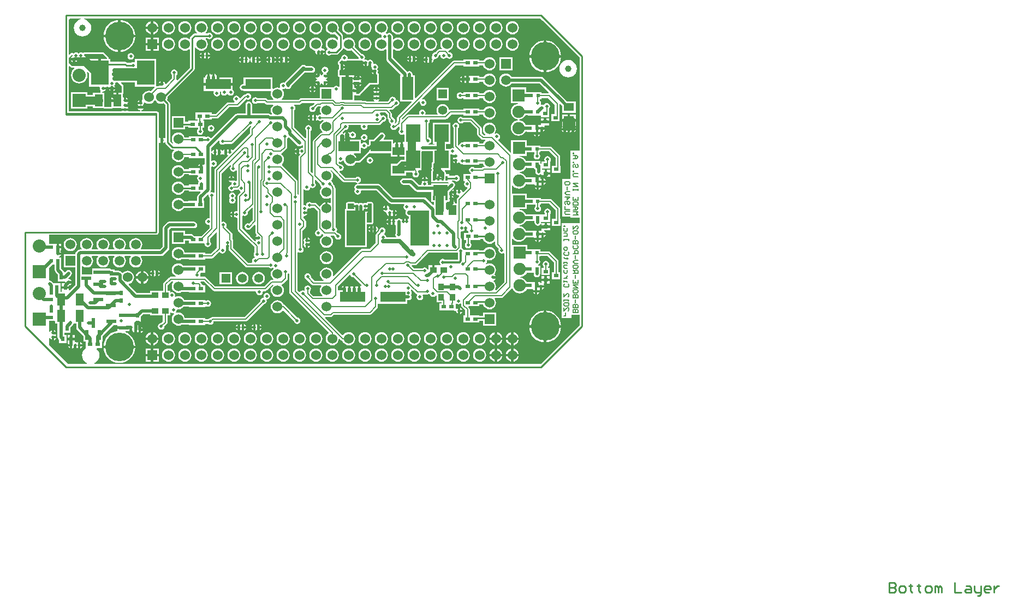
<source format=gbl>
%FSAX24Y24*%
%MOIN*%
G70*
G01*
G75*
G04 Layer_Physical_Order=4*
G04 Layer_Color=16711680*
%ADD10C,0.0060*%
%ADD11C,0.0394*%
%ADD12R,0.0374X0.0394*%
%ADD13R,0.0394X0.0374*%
%ADD14R,0.0630X0.0500*%
%ADD15R,0.0500X0.0630*%
%ADD16R,0.0787X0.0787*%
%ADD17R,0.0850X0.1080*%
%ADD18R,0.0512X0.0728*%
%ADD19R,0.0276X0.0276*%
%ADD20R,0.0276X0.0276*%
%ADD21R,0.0236X0.0315*%
%ADD22R,0.0315X0.0236*%
%ADD23R,0.0728X0.0512*%
%ADD24R,0.0600X0.1000*%
%ADD25R,0.0591X0.1102*%
%ADD26R,0.0550X0.0450*%
%ADD27O,0.0669X0.0118*%
%ADD28R,0.0681X0.0748*%
%ADD29R,0.1654X0.1181*%
%ADD30O,0.0138X0.0669*%
%ADD31R,0.0500X0.1200*%
%ADD32R,0.0787X0.0787*%
%ADD33R,0.0220X0.0200*%
%ADD34R,0.0866X0.0236*%
%ADD35R,0.0866X0.0236*%
%ADD36R,0.0272X0.0390*%
%ADD37R,0.0965X0.0748*%
%ADD38R,0.0160X0.0250*%
%ADD39R,0.0197X0.0161*%
%ADD40R,0.0630X0.0118*%
%ADD41O,0.0630X0.0118*%
%ADD42C,0.0200*%
%ADD43C,0.0070*%
%ADD44C,0.0080*%
%ADD45C,0.0120*%
%ADD46C,0.0250*%
%ADD47C,0.0100*%
%ADD48C,0.0500*%
%ADD49C,0.0030*%
%ADD50C,0.0040*%
%ADD51C,0.0600*%
%ADD52C,0.1750*%
%ADD53R,0.0600X0.0600*%
%ADD54R,0.0600X0.0600*%
%ADD55C,0.0750*%
%ADD56R,0.0750X0.0750*%
%ADD57C,0.0800*%
%ADD58R,0.0800X0.0800*%
%ADD59C,0.0591*%
%ADD60R,0.0591X0.0591*%
%ADD61R,0.0550X0.0550*%
%ADD62C,0.0550*%
%ADD63R,0.0550X0.0550*%
%ADD64R,0.0591X0.0591*%
%ADD65C,0.0200*%
%ADD66C,0.0160*%
%ADD67C,0.0400*%
%ADD68C,0.0850*%
%ADD69C,0.0520*%
%ADD70C,0.0554*%
%ADD71C,0.0300*%
%ADD72R,0.1575X0.0630*%
%ADD73R,0.0200X0.0220*%
%ADD74R,0.0236X0.0591*%
%ADD75R,0.0591X0.0236*%
%ADD76R,0.1142X0.2126*%
%ADD77R,0.0701X0.1402*%
%ADD78R,0.0902X0.0673*%
%ADD79R,0.0134X0.0256*%
%ADD80R,0.0134X0.0315*%
%ADD81R,0.1260X0.0630*%
%ADD82R,0.1100X0.1500*%
%ADD83C,0.0050*%
G36*
X042657Y025243D02*
X042662Y025222D01*
X042706Y025156D01*
X042772Y025112D01*
X042850Y025096D01*
X042852Y025096D01*
X043344Y024604D01*
X043312Y024566D01*
X043278Y024588D01*
X043275Y024589D01*
Y024400D01*
X043125D01*
Y024589D01*
X043122Y024588D01*
X043056Y024544D01*
X043044D01*
X042978Y024588D01*
X042975Y024589D01*
Y024400D01*
X042825D01*
Y024589D01*
X042822Y024588D01*
X042756Y024544D01*
X042744D01*
X042678Y024588D01*
X042675Y024589D01*
Y024400D01*
X042525D01*
Y024589D01*
X042522Y024588D01*
X042456Y024544D01*
X042444D01*
X042378Y024588D01*
X042375Y024589D01*
Y024400D01*
X042300D01*
Y024325D01*
X042082D01*
X042074Y024315D01*
X041922D01*
D01*
X041922D01*
X041893Y024344D01*
Y024541D01*
X042610Y025258D01*
X042657Y025243D01*
D02*
G37*
G36*
X054360Y040822D02*
X056647Y038535D01*
Y032849D01*
X056100D01*
Y031099D01*
X055600D01*
Y028800D01*
X056100D01*
Y028750D01*
X056647D01*
Y028398D01*
X056100D01*
Y028398D01*
X055550D01*
Y022600D01*
X056150D01*
Y022800D01*
X056647D01*
Y022163D01*
X054305Y019822D01*
X028565D01*
X028563Y019872D01*
X028741Y019889D01*
X028925Y019945D01*
X029094Y020035D01*
X029243Y020157D01*
X029365Y020306D01*
X029455Y020475D01*
X029511Y020659D01*
X029522Y020775D01*
X027578D01*
X027589Y020659D01*
X027645Y020475D01*
X027735Y020306D01*
X027857Y020157D01*
X028006Y020035D01*
X028175Y019945D01*
X028359Y019889D01*
X028537Y019872D01*
X028535Y019822D01*
X027034D01*
X027024Y019871D01*
X027067Y019888D01*
X027177Y019973D01*
X027262Y020083D01*
X027315Y020212D01*
X027333Y020350D01*
X027315Y020488D01*
X027262Y020617D01*
X027177Y020727D01*
X027167Y020735D01*
X027183Y020782D01*
X027494D01*
Y021181D01*
X027542D01*
Y021506D01*
X028218Y022182D01*
X028429D01*
Y022101D01*
X028824D01*
Y021951D01*
X028429D01*
Y021818D01*
X028359Y021811D01*
X028175Y021755D01*
X028006Y021665D01*
X027857Y021543D01*
X027735Y021394D01*
X027645Y021225D01*
X027589Y021041D01*
X027578Y020925D01*
X029522D01*
X029511Y021041D01*
X029455Y021225D01*
X029365Y021394D01*
X029243Y021543D01*
X029094Y021665D01*
X028925Y021755D01*
X028914Y021758D01*
X028921Y021808D01*
X029175D01*
Y022050D01*
X029325D01*
Y021861D01*
X029328Y021862D01*
X029356Y021850D01*
X029362Y021822D01*
X029406Y021756D01*
X029472Y021712D01*
X029475Y021711D01*
Y021900D01*
X029625D01*
Y021711D01*
X029628Y021712D01*
X029675Y021743D01*
X029722Y021712D01*
X029725Y021711D01*
Y021900D01*
X029800D01*
Y021975D01*
X029989D01*
X029988Y021978D01*
X029944Y022044D01*
X029878Y022088D01*
X029868Y022090D01*
Y022239D01*
X029650D01*
Y022389D01*
X029868D01*
Y022529D01*
Y022716D01*
X029998Y022846D01*
X030438D01*
Y022763D01*
X031032D01*
Y022763D01*
X031032D01*
X031032Y022763D01*
X031068D01*
Y022763D01*
X031207D01*
Y022409D01*
X031102Y022304D01*
X031100Y022304D01*
X031022Y022288D01*
X030956Y022244D01*
X030912Y022178D01*
X030896Y022100D01*
X030912Y022022D01*
X030956Y021956D01*
X031022Y021912D01*
X031100Y021896D01*
X031178Y021912D01*
X031244Y021956D01*
X031288Y022022D01*
X031304Y022100D01*
X031304Y022102D01*
X031451Y022249D01*
X031451Y022249D01*
X031469Y022277D01*
X031482Y022295D01*
X031493Y022350D01*
Y022763D01*
X031662D01*
Y022932D01*
X031706Y022956D01*
X031772Y022912D01*
X031850Y022896D01*
X031869Y022900D01*
X031889Y022854D01*
X031865Y022835D01*
X031801Y022752D01*
X031760Y022654D01*
X031747Y022550D01*
X031760Y022446D01*
X031801Y022348D01*
X031865Y022265D01*
X031948Y022201D01*
X032046Y022160D01*
X032150Y022147D01*
X032254Y022160D01*
X032341Y022196D01*
X032806D01*
Y022182D01*
X033794D01*
Y022257D01*
X033955D01*
X033956Y022256D01*
X034022Y022212D01*
X034100Y022196D01*
X034178Y022212D01*
X034244Y022256D01*
X034288Y022322D01*
X034304Y022400D01*
X034340Y022407D01*
X036250D01*
X036250Y022407D01*
X036305Y022418D01*
X036351Y022449D01*
X037348Y023446D01*
X037350Y023446D01*
X037428Y023462D01*
X037494Y023506D01*
X037538Y023572D01*
X037554Y023650D01*
X037538Y023728D01*
X037538Y023728D01*
X037550Y023746D01*
X037628Y023762D01*
X037694Y023806D01*
X037738Y023872D01*
X037754Y023950D01*
X037738Y024028D01*
X037694Y024094D01*
X037628Y024138D01*
X037550Y024154D01*
X037472Y024138D01*
X037406Y024094D01*
X037362Y024028D01*
X037346Y023950D01*
X037362Y023872D01*
X037362Y023872D01*
X037350Y023854D01*
X037272Y023838D01*
X037206Y023794D01*
X037162Y023728D01*
X037146Y023650D01*
X037146Y023648D01*
X036191Y022693D01*
X034250D01*
X034250Y022693D01*
X034195Y022682D01*
X034149Y022651D01*
X034102Y022604D01*
X034100Y022604D01*
X034022Y022588D01*
X033956Y022544D01*
X033955Y022543D01*
X033794D01*
Y022618D01*
X032806D01*
Y022604D01*
X032546D01*
X032540Y022654D01*
X032499Y022752D01*
X032435Y022835D01*
X032352Y022899D01*
X032254Y022940D01*
X032150Y022953D01*
X032046Y022940D01*
X032039Y022937D01*
X032008Y022976D01*
X032038Y023022D01*
X032054Y023100D01*
X032050Y023119D01*
X032084Y023155D01*
X032150Y023147D01*
X032254Y023160D01*
X032352Y023201D01*
X032435Y023265D01*
X032459Y023296D01*
X032806D01*
Y023282D01*
X033794D01*
Y023311D01*
X033838Y023334D01*
X033872Y023312D01*
X033950Y023296D01*
X034028Y023312D01*
X034094Y023356D01*
X034138Y023422D01*
X034154Y023500D01*
X034138Y023578D01*
X034094Y023644D01*
X034028Y023688D01*
X033950Y023704D01*
X033872Y023688D01*
X033838Y023666D01*
X033794Y023689D01*
Y023718D01*
X032806D01*
Y023704D01*
X032519D01*
X032499Y023752D01*
X032435Y023835D01*
X032352Y023899D01*
X032254Y023940D01*
X032150Y023953D01*
X032046Y023940D01*
X031982Y023913D01*
X031943Y023945D01*
X031954Y024000D01*
X031938Y024078D01*
X031894Y024144D01*
X031828Y024188D01*
X031750Y024204D01*
X031700Y024194D01*
X031662Y024226D01*
Y024287D01*
X031508D01*
Y024606D01*
X031744Y024842D01*
X031813D01*
X031835Y024797D01*
X031801Y024752D01*
X031760Y024654D01*
X031747Y024550D01*
X031760Y024446D01*
X031801Y024348D01*
X031865Y024265D01*
X031948Y024201D01*
X032046Y024160D01*
X032150Y024147D01*
X032254Y024160D01*
X032341Y024196D01*
X032806D01*
Y024182D01*
X033794D01*
Y024618D01*
X033747D01*
X033588Y024650D01*
X033577Y024703D01*
X033547Y024747D01*
X033547Y024747D01*
X033499Y024796D01*
X033503Y024805D01*
X033527Y024842D01*
X033703D01*
X034246Y024299D01*
X034246Y024299D01*
X034274Y024281D01*
X034292Y024268D01*
X034347Y024257D01*
X036868D01*
X036900Y024219D01*
X036896Y024200D01*
X036912Y024122D01*
X036956Y024056D01*
X037022Y024012D01*
X037100Y023996D01*
X037178Y024012D01*
X037244Y024056D01*
X037288Y024122D01*
X037304Y024200D01*
X037300Y024219D01*
X037332Y024257D01*
X037450D01*
X037450Y024257D01*
X037505Y024268D01*
X037551Y024299D01*
X037892Y024640D01*
X037940Y024629D01*
X037947Y024610D01*
X037915Y024585D01*
X037851Y024502D01*
X037810Y024404D01*
X037797Y024300D01*
X037810Y024196D01*
X037851Y024098D01*
X037915Y024015D01*
X037998Y023951D01*
X038096Y023910D01*
X038200Y023897D01*
X038304Y023910D01*
X038402Y023951D01*
X038485Y024015D01*
X038549Y024098D01*
X038590Y024196D01*
X038603Y024300D01*
X038590Y024404D01*
X038549Y024502D01*
X038485Y024585D01*
X038452Y024611D01*
X038463Y024660D01*
X038505Y024668D01*
X038551Y024699D01*
X038801Y024949D01*
X038801Y024949D01*
X038819Y024977D01*
X038832Y024995D01*
X038843Y025050D01*
X038843Y025050D01*
X038843Y025050D01*
Y025050D01*
Y025301D01*
X038883Y025331D01*
X038912Y025322D01*
Y024200D01*
X038912Y024200D01*
X038912D01*
X038923Y024147D01*
X038953Y024103D01*
X041326Y021730D01*
X041323Y021680D01*
X041265Y021635D01*
X041201Y021552D01*
X041160Y021454D01*
X041147Y021350D01*
X041160Y021246D01*
X041201Y021148D01*
X041265Y021065D01*
X041348Y021001D01*
X041446Y020960D01*
X041550Y020947D01*
X041654Y020960D01*
X041752Y021001D01*
X041835Y021065D01*
X041899Y021148D01*
X041940Y021246D01*
X041952Y021340D01*
X041999Y021356D01*
X042103Y021253D01*
X042103Y021253D01*
X042129Y021235D01*
X042147Y021223D01*
X042172Y021218D01*
X042201Y021148D01*
X042265Y021065D01*
X042348Y021001D01*
X042446Y020960D01*
X042550Y020947D01*
X042654Y020960D01*
X042752Y021001D01*
X042835Y021065D01*
X042899Y021148D01*
X042940Y021246D01*
X042953Y021350D01*
X042940Y021454D01*
X042899Y021552D01*
X042835Y021635D01*
X042752Y021699D01*
X042654Y021740D01*
X042550Y021753D01*
X042446Y021740D01*
X042348Y021699D01*
X042265Y021635D01*
X042220Y021577D01*
X042170Y021574D01*
X041123Y022621D01*
X041143Y022667D01*
X041450D01*
X041501Y022678D01*
X041544Y022706D01*
X041544Y022706D01*
X041544Y022706D01*
X041655Y022817D01*
X043850D01*
X043901Y022828D01*
X043944Y022856D01*
X043944Y022856D01*
X043944Y022856D01*
X044294Y023206D01*
X044322Y023249D01*
X044333Y023300D01*
X044333Y023300D01*
X044333Y023300D01*
Y023300D01*
Y023485D01*
X044363D01*
Y023485D01*
X046137D01*
Y023696D01*
X046200D01*
X046278Y023712D01*
X046344Y023756D01*
X046388Y023822D01*
X046404Y023900D01*
X046388Y023978D01*
X046357Y024025D01*
X046388Y024072D01*
X046404Y024150D01*
X046388Y024228D01*
X046349Y024288D01*
X046370Y024333D01*
X046411Y024337D01*
X046649Y024099D01*
X046649Y024099D01*
X046695Y024068D01*
X046719Y024063D01*
X046738Y024017D01*
X046712Y023978D01*
X046696Y023900D01*
X046712Y023822D01*
X046756Y023756D01*
X046822Y023712D01*
X046900Y023696D01*
X046978Y023712D01*
X047044Y023756D01*
X047088Y023822D01*
X047104Y023900D01*
X047088Y023978D01*
X047065Y024013D01*
X047088Y024057D01*
X047294D01*
X047350Y024046D01*
X047428Y024062D01*
X047457Y024081D01*
X047504Y024062D01*
X047512Y024022D01*
X047556Y023956D01*
X047622Y023912D01*
X047700Y023896D01*
X047778Y023912D01*
X047844Y023956D01*
X047865Y023987D01*
X047913Y023973D01*
Y023588D01*
X048221D01*
Y023518D01*
X048106D01*
Y023082D01*
X048936D01*
X049096Y023050D01*
X049112Y022972D01*
X049156Y022906D01*
X049222Y022862D01*
X049225Y022861D01*
Y023050D01*
Y023239D01*
X049222Y023238D01*
X049156Y023194D01*
X049142Y023173D01*
X049094Y023187D01*
Y023470D01*
X049138Y023493D01*
X049179Y023466D01*
X049257Y023450D01*
X049335Y023466D01*
X049380Y023495D01*
X049424Y023472D01*
Y023393D01*
X049434Y023340D01*
X049464Y023295D01*
X049676Y023083D01*
Y022768D01*
X049556D01*
Y022332D01*
X050544D01*
Y022447D01*
X050750D01*
Y022150D01*
X051550D01*
Y022950D01*
X050750D01*
Y022753D01*
X050544D01*
Y022768D01*
X049951D01*
Y023140D01*
X049951Y023140D01*
X049951Y023140D01*
Y023140D01*
X049951D01*
X049951Y023140D01*
X049941Y023193D01*
X049911Y023237D01*
X049863Y023286D01*
X049882Y023332D01*
X050544D01*
Y023447D01*
X050760D01*
X050760Y023446D01*
X050801Y023348D01*
X050865Y023265D01*
X050948Y023201D01*
X051046Y023160D01*
X051150Y023147D01*
X051254Y023160D01*
X051352Y023201D01*
X051435Y023265D01*
X051499Y023348D01*
X051540Y023446D01*
X051553Y023550D01*
X051540Y023654D01*
X051499Y023752D01*
X051460Y023803D01*
X051483Y023847D01*
X051885D01*
X051938Y023858D01*
X051982Y023888D01*
X052497Y024403D01*
X052511Y024423D01*
X052561Y024419D01*
X052585Y024360D01*
X052661Y024261D01*
X052760Y024185D01*
X052876Y024137D01*
X053000Y024121D01*
X053124Y024137D01*
X053240Y024185D01*
X053339Y024261D01*
X053415Y024360D01*
X053427Y024390D01*
X053433D01*
Y024390D01*
X053800D01*
X053824Y024346D01*
X053812Y024328D01*
X053811Y024325D01*
X054189D01*
X054189Y024326D01*
X054224Y024361D01*
X054225Y024361D01*
Y024550D01*
X054300D01*
Y024625D01*
X054489D01*
X054488Y024628D01*
X054452Y024682D01*
X054476Y024726D01*
X054510D01*
Y024869D01*
X054328D01*
Y024778D01*
X054282Y024757D01*
X054250Y024783D01*
Y024810D01*
X054125D01*
Y024600D01*
X053975D01*
Y024810D01*
X053869D01*
X053869Y024810D01*
Y024810D01*
X053850Y024810D01*
X053842D01*
X053833D01*
X053815Y024810D01*
X053815Y024810D01*
Y024810D01*
X053433D01*
Y024810D01*
X053427D01*
X053415Y024840D01*
X053339Y024939D01*
X053240Y025015D01*
X053124Y025063D01*
X053031Y025075D01*
Y025125D01*
X053124Y025137D01*
X053240Y025185D01*
X053339Y025261D01*
X053415Y025360D01*
X053427Y025390D01*
X053433D01*
Y025390D01*
X053811D01*
X053811Y025390D01*
Y025390D01*
X053833Y025390D01*
X053846Y025377D01*
Y025300D01*
X053846Y025300D01*
X053846D01*
X053862Y025222D01*
X053906Y025156D01*
X053972Y025112D01*
X054050Y025096D01*
X054128Y025112D01*
X054194Y025156D01*
X054238Y025222D01*
X054254Y025300D01*
Y025600D01*
X054250Y025620D01*
Y025810D01*
X054124D01*
X054119Y025860D01*
X054128Y025862D01*
X054194Y025906D01*
X054238Y025972D01*
X054254Y026050D01*
X054238Y026128D01*
X054194Y026194D01*
X054193Y026195D01*
Y026390D01*
X054250D01*
Y026407D01*
X054691D01*
X055087Y026011D01*
Y025418D01*
X054957D01*
Y024982D01*
X055472D01*
Y025418D01*
X055373D01*
Y026070D01*
X055362Y026125D01*
X055349Y026143D01*
X055331Y026171D01*
X055331Y026171D01*
X054851Y026651D01*
X054805Y026682D01*
X054750Y026693D01*
X054750Y026693D01*
X054250D01*
Y026810D01*
X053869D01*
X053869Y026810D01*
Y026810D01*
X053850Y026810D01*
X053842D01*
X053833D01*
X053815Y026810D01*
X053815Y026810D01*
Y026810D01*
X053475D01*
Y027075D01*
X052538D01*
Y027429D01*
X052585Y027445D01*
X052611Y027411D01*
X052710Y027335D01*
X052826Y027287D01*
X052950Y027271D01*
X053074Y027287D01*
X053190Y027335D01*
X053289Y027411D01*
X053365Y027510D01*
X053380Y027546D01*
X053483D01*
Y027540D01*
X053865D01*
X053865Y027540D01*
Y027540D01*
X053875Y027540D01*
X053887Y027525D01*
X054300D01*
Y027527D01*
X054325Y027547D01*
Y027750D01*
X054400D01*
Y027825D01*
X054589D01*
X054588Y027828D01*
X054544Y027894D01*
X054485Y027934D01*
X054499Y027982D01*
X054857D01*
Y028125D01*
X054343D01*
Y027982D01*
D01*
D01*
X054343D01*
D01*
Y027982D01*
D01*
Y027982D01*
Y027942D01*
X054300Y027960D01*
X054303Y027957D01*
X054300Y027960D01*
Y027960D01*
X054175D01*
Y027750D01*
X054025D01*
Y027960D01*
X053919D01*
X053919Y027960D01*
Y027960D01*
X053900Y027960D01*
X053892D01*
X053883D01*
X053865Y027960D01*
X053865Y027960D01*
Y027960D01*
X053483D01*
Y027954D01*
X053380D01*
X053365Y027990D01*
X053289Y028089D01*
X053190Y028165D01*
X053074Y028213D01*
X052981Y028225D01*
Y028275D01*
X053074Y028287D01*
X053190Y028335D01*
X053289Y028411D01*
X053365Y028510D01*
X053380Y028546D01*
X053483D01*
Y028540D01*
X053861D01*
X053861Y028540D01*
Y028540D01*
X053883Y028540D01*
X053896Y028527D01*
Y028450D01*
X053912Y028372D01*
X053956Y028306D01*
X054022Y028262D01*
X054100Y028246D01*
X054178Y028262D01*
X054244Y028306D01*
X054288Y028372D01*
X054293Y028394D01*
X054343Y028389D01*
Y028275D01*
X054525D01*
Y028418D01*
X054343D01*
X054343Y028418D01*
Y028418D01*
X054323Y028422D01*
X054304Y028450D01*
Y028494D01*
X054343D01*
Y028494D01*
X054857D01*
Y028930D01*
X054857D01*
X054844Y028945D01*
X054844Y028956D01*
X054888Y029022D01*
X054904Y029100D01*
X054888Y029178D01*
X054844Y029244D01*
X054778Y029288D01*
X054700Y029304D01*
X054622Y029288D01*
X054556Y029244D01*
X054512Y029178D01*
X054496Y029100D01*
X054512Y029022D01*
X054544Y028974D01*
X054520Y028930D01*
X054343D01*
Y028930D01*
X054330D01*
X054300Y028960D01*
Y028960D01*
X053919D01*
X053919Y028960D01*
Y028960D01*
X053900Y028960D01*
X053892D01*
X053883D01*
X053865Y028960D01*
X053865Y028960D01*
Y028960D01*
X053483D01*
Y028954D01*
X053380D01*
X053365Y028990D01*
X053289Y029089D01*
X053190Y029165D01*
X053074Y029213D01*
X052980Y029225D01*
X052984Y029275D01*
X053425D01*
Y029546D01*
X053483D01*
Y029540D01*
X053865D01*
X053865Y029540D01*
Y029540D01*
X053883Y029540D01*
X053892D01*
X053900D01*
X053919Y029540D01*
X053919Y029540D01*
Y029540D01*
X053957D01*
Y029445D01*
X053956Y029444D01*
X053912Y029378D01*
X053896Y029300D01*
X053912Y029222D01*
X053956Y029156D01*
X054022Y029112D01*
X054100Y029096D01*
X054178Y029112D01*
X054244Y029156D01*
X054288Y029222D01*
X054304Y029300D01*
X054288Y029378D01*
X054244Y029444D01*
X054243Y029445D01*
Y029540D01*
X054300D01*
Y029607D01*
X054791D01*
X055187Y029211D01*
Y028674D01*
X054972D01*
Y028238D01*
X055487D01*
Y028674D01*
X055473D01*
Y029270D01*
X055462Y029325D01*
X055449Y029343D01*
X055431Y029371D01*
X055431Y029371D01*
X054951Y029851D01*
X054905Y029882D01*
X054850Y029893D01*
X054850Y029893D01*
X054300D01*
Y029960D01*
X053919D01*
X053919Y029960D01*
Y029960D01*
X053900Y029960D01*
X053892D01*
X053883D01*
X053865Y029960D01*
X053865Y029960D01*
Y029960D01*
X053483D01*
Y029954D01*
X053425D01*
Y030225D01*
X052538D01*
Y030679D01*
X052585Y030695D01*
X052611Y030661D01*
X052710Y030585D01*
X052826Y030537D01*
X052950Y030521D01*
X053074Y030537D01*
X053190Y030585D01*
X053289Y030661D01*
X053365Y030760D01*
X053380Y030796D01*
X053433D01*
Y030790D01*
X053815D01*
X053815Y030790D01*
Y030790D01*
X053833Y030790D01*
X053842D01*
X053850D01*
X053869Y030790D01*
X053869Y030790D01*
Y030790D01*
X053900D01*
X053924Y030746D01*
X053912Y030728D01*
X053911Y030725D01*
X054289D01*
X054289Y030726D01*
X054324Y030761D01*
X054325Y030761D01*
Y030950D01*
Y031139D01*
X054322Y031138D01*
X054294Y031120D01*
X054250Y031143D01*
Y031210D01*
X054125D01*
Y031000D01*
X053975D01*
Y031210D01*
X053869D01*
X053869Y031210D01*
Y031210D01*
X053850Y031210D01*
X053842D01*
X053833D01*
X053815Y031210D01*
X053815Y031210D01*
Y031210D01*
X053433D01*
Y031204D01*
X053380D01*
X053365Y031240D01*
X053289Y031339D01*
X053190Y031415D01*
X053074Y031463D01*
X052981Y031475D01*
Y031525D01*
X053074Y031537D01*
X053190Y031585D01*
X053289Y031661D01*
X053365Y031760D01*
X053380Y031796D01*
X053433D01*
Y031790D01*
X053815D01*
X053815Y031790D01*
Y031790D01*
X053833Y031790D01*
X053850D01*
D01*
X053850Y031790D01*
X053850Y031790D01*
X053858D01*
X053862Y031772D01*
X053906Y031706D01*
X053946Y031679D01*
Y031550D01*
X053946Y031550D01*
X053946D01*
X053962Y031472D01*
X054006Y031406D01*
X054072Y031362D01*
X054150Y031346D01*
X054228Y031362D01*
X054294Y031406D01*
X054295Y031407D01*
X054343Y031392D01*
Y031232D01*
X054525D01*
Y031450D01*
Y031668D01*
X054354D01*
Y031744D01*
X054857D01*
Y032176D01*
X054888Y032222D01*
X054904Y032300D01*
X054888Y032378D01*
X054844Y032444D01*
X054778Y032488D01*
X054700Y032504D01*
X054622Y032488D01*
X054556Y032444D01*
X054512Y032378D01*
X054496Y032300D01*
X054512Y032222D01*
X054489Y032180D01*
X054343D01*
Y032058D01*
X054295Y032043D01*
X054294Y032044D01*
X054250Y032074D01*
Y032210D01*
X053869D01*
X053869Y032210D01*
Y032210D01*
X053850Y032210D01*
X053842D01*
X053833D01*
X053815Y032210D01*
X053815Y032210D01*
Y032210D01*
X053433D01*
Y032204D01*
X053380D01*
X053365Y032240D01*
X053289Y032339D01*
X053190Y032415D01*
X053074Y032463D01*
X052980Y032475D01*
X052984Y032525D01*
X053425D01*
Y032740D01*
X053433D01*
Y032740D01*
X053815D01*
X053815Y032740D01*
Y032740D01*
X053833Y032740D01*
X053842D01*
X053850D01*
X053869Y032740D01*
X053869Y032740D01*
Y032740D01*
X053907D01*
Y032645D01*
X053906Y032644D01*
X053862Y032578D01*
X053846Y032500D01*
X053862Y032422D01*
X053906Y032356D01*
X053972Y032312D01*
X054050Y032296D01*
X054128Y032312D01*
X054194Y032356D01*
X054238Y032422D01*
X054254Y032500D01*
X054238Y032578D01*
X054194Y032644D01*
X054193Y032645D01*
Y032740D01*
X054250D01*
Y032807D01*
X054791D01*
X055187Y032411D01*
Y031924D01*
X054972D01*
Y031488D01*
X055487D01*
Y031924D01*
X055473D01*
Y032470D01*
X055462Y032525D01*
X055449Y032543D01*
X055431Y032571D01*
X055431Y032571D01*
X054951Y033051D01*
X054905Y033082D01*
X054850Y033093D01*
X054850Y033093D01*
X054250D01*
Y033160D01*
X053869D01*
X053869Y033160D01*
Y033160D01*
X053850Y033160D01*
X053842D01*
X053833D01*
X053815Y033160D01*
X053815Y033160D01*
Y033160D01*
X053433D01*
D01*
X053433D01*
X053425Y033168D01*
Y033475D01*
X052475D01*
Y032735D01*
X052429Y032716D01*
X051679Y033466D01*
X051684Y033515D01*
X051744Y033556D01*
X051788Y033622D01*
X051804Y033700D01*
X051788Y033778D01*
X051744Y033844D01*
X051678Y033888D01*
X051600Y033904D01*
X051522Y033888D01*
X051509Y033880D01*
X051475Y033916D01*
X051499Y033948D01*
X051540Y034046D01*
X051553Y034150D01*
X051540Y034254D01*
X051499Y034352D01*
X051435Y034435D01*
X051352Y034499D01*
X051254Y034540D01*
X051150Y034553D01*
X051046Y034540D01*
X050948Y034499D01*
X050865Y034435D01*
X050801Y034352D01*
X050760Y034254D01*
X050747Y034150D01*
X050760Y034046D01*
X050801Y033948D01*
X050865Y033865D01*
X050903Y033835D01*
X050887Y033788D01*
X050807D01*
X050679Y033916D01*
Y034200D01*
X050679Y034200D01*
X050669Y034253D01*
X050639Y034297D01*
X050139Y034797D01*
X050094Y034827D01*
X050041Y034838D01*
X049549D01*
X049544Y034844D01*
X049478Y034888D01*
X049400Y034904D01*
X049322Y034888D01*
X049256Y034844D01*
X049212Y034778D01*
X049196Y034700D01*
X049212Y034622D01*
X049256Y034556D01*
X049322Y034512D01*
X049400Y034496D01*
X049478Y034512D01*
X049544Y034556D01*
X049549Y034562D01*
X049984D01*
X050404Y034143D01*
Y033859D01*
X050404Y033859D01*
X050404D01*
X050414Y033806D01*
X050444Y033761D01*
X050653Y033553D01*
X050697Y033523D01*
X050750Y033512D01*
X050750Y033512D01*
X050887D01*
X050903Y033465D01*
X050865Y033435D01*
X050801Y033352D01*
X050776Y033293D01*
X050544D01*
Y033368D01*
X049556D01*
Y033368D01*
X049531Y033348D01*
X049500Y033354D01*
X049422Y033338D01*
X049356Y033294D01*
X049312Y033228D01*
X049298Y033159D01*
X049278Y033153D01*
X049238Y033183D01*
Y034201D01*
X049244Y034206D01*
X049288Y034272D01*
X049304Y034350D01*
X049288Y034428D01*
X049244Y034494D01*
X049178Y034538D01*
X049100Y034554D01*
X049022Y034538D01*
X048956Y034494D01*
X048912Y034428D01*
X048896Y034350D01*
X048912Y034272D01*
X048956Y034206D01*
X048962Y034201D01*
Y033100D01*
X048973Y033047D01*
X048981Y033035D01*
X048953Y032993D01*
X048900Y033004D01*
X048822Y032988D01*
X048756Y032944D01*
X048752Y032938D01*
X048745Y032940D01*
Y032940D01*
X048745Y032940D01*
X048503D01*
Y033000D01*
X048503Y033000D01*
X048503Y033000D01*
Y033000D01*
Y033260D01*
X048745D01*
Y034540D01*
X047695D01*
Y033260D01*
X047797D01*
Y033204D01*
X047443D01*
X047438Y033254D01*
X047478Y033262D01*
X047544Y033306D01*
X047588Y033372D01*
X047604Y033450D01*
X047588Y033528D01*
X047544Y033594D01*
X047478Y033638D01*
X047443Y033645D01*
Y034505D01*
X047444Y034506D01*
X047488Y034572D01*
X047504Y034650D01*
X047491Y034713D01*
X047523Y034752D01*
X048468D01*
X048468Y034752D01*
X048522Y034763D01*
X048569Y034794D01*
X048832Y035057D01*
X049556D01*
Y034982D01*
X050544D01*
Y035057D01*
X050759D01*
X050760Y035046D01*
X050801Y034948D01*
X050865Y034865D01*
X050948Y034801D01*
X051046Y034760D01*
X051150Y034747D01*
X051254Y034760D01*
X051352Y034801D01*
X051435Y034865D01*
X051499Y034948D01*
X051540Y035046D01*
X051553Y035150D01*
X051540Y035254D01*
X051499Y035352D01*
X051435Y035435D01*
X051352Y035499D01*
X051254Y035540D01*
X051150Y035553D01*
X051046Y035540D01*
X050948Y035499D01*
X050865Y035435D01*
X050801Y035352D01*
X050797Y035343D01*
X050544D01*
Y035418D01*
X049556D01*
Y035343D01*
X048773D01*
X048719Y035332D01*
X048717Y035331D01*
X048671Y035352D01*
X048665Y035398D01*
X048628Y035489D01*
X048567Y035567D01*
X048489Y035628D01*
X048398Y035665D01*
X048300Y035678D01*
X048202Y035665D01*
X048111Y035628D01*
X048033Y035567D01*
X047972Y035489D01*
X047935Y035398D01*
X047922Y035300D01*
X047935Y035202D01*
X047972Y035111D01*
X047994Y035082D01*
X047972Y035037D01*
X047271D01*
X047239Y035076D01*
X047254Y035150D01*
X047238Y035228D01*
X047194Y035294D01*
X047128Y035338D01*
X047050Y035354D01*
X046972Y035338D01*
X046906Y035294D01*
X046862Y035228D01*
X046846Y035150D01*
X046861Y035076D01*
X046829Y035037D01*
X046195D01*
X046195Y035037D01*
X046140Y035027D01*
X046094Y034996D01*
X045839Y034741D01*
X045812Y034752D01*
X045803Y034801D01*
X046865Y035863D01*
X046909Y035839D01*
X046896Y035775D01*
X046912Y035697D01*
X046956Y035631D01*
X047022Y035587D01*
X047100Y035571D01*
X047178Y035587D01*
X047244Y035631D01*
X047288Y035697D01*
X047304Y035775D01*
X047288Y035853D01*
X047244Y035919D01*
X047178Y035963D01*
X047100Y035979D01*
X047036Y035966D01*
X047012Y036010D01*
X049059Y038057D01*
X049556D01*
Y037982D01*
X050544D01*
Y038057D01*
X050759D01*
X050760Y038046D01*
X050801Y037948D01*
X050865Y037865D01*
X050948Y037801D01*
X051046Y037760D01*
X051150Y037747D01*
X051254Y037760D01*
X051352Y037801D01*
X051435Y037865D01*
X051499Y037948D01*
X051540Y038046D01*
X051553Y038150D01*
X051540Y038254D01*
X051499Y038352D01*
X051435Y038435D01*
X051352Y038499D01*
X051254Y038540D01*
X051150Y038553D01*
X051046Y038540D01*
X050948Y038499D01*
X050865Y038435D01*
X050801Y038352D01*
X050797Y038343D01*
X050544D01*
Y038418D01*
X049556D01*
Y038343D01*
X049000D01*
X048945Y038332D01*
X048927Y038319D01*
X048899Y038301D01*
X048899Y038301D01*
X046647Y036049D01*
X046601Y036068D01*
Y037451D01*
X046454D01*
Y037500D01*
X046438Y037578D01*
X046394Y037644D01*
X046328Y037688D01*
X046250Y037704D01*
X046172Y037688D01*
X046129Y037660D01*
X045254Y038534D01*
Y039016D01*
X045299Y039039D01*
X045348Y039001D01*
X045446Y038960D01*
X045550Y038947D01*
X045654Y038960D01*
X045752Y039001D01*
X045835Y039065D01*
X045899Y039148D01*
X045940Y039246D01*
X045953Y039350D01*
X045940Y039454D01*
X045899Y039552D01*
X045835Y039635D01*
X045752Y039699D01*
X045654Y039740D01*
X045550Y039753D01*
X045446Y039740D01*
X045348Y039699D01*
X045299Y039661D01*
X045254Y039684D01*
Y039810D01*
X045238Y039888D01*
X045194Y039954D01*
X045174Y039974D01*
X045108Y040018D01*
X045030Y040034D01*
X044952Y040018D01*
X044886Y039974D01*
X044884Y039971D01*
X044828Y040008D01*
X044827Y040058D01*
X044835Y040065D01*
X044899Y040148D01*
X044940Y040246D01*
X044953Y040350D01*
X044940Y040454D01*
X044899Y040552D01*
X044835Y040635D01*
X044752Y040699D01*
X044654Y040740D01*
X044550Y040753D01*
X044446Y040740D01*
X044348Y040699D01*
X044265Y040635D01*
X044201Y040552D01*
X044160Y040454D01*
X044147Y040350D01*
X044160Y040246D01*
X044201Y040148D01*
X044265Y040065D01*
X044348Y040001D01*
X044446Y039960D01*
X044544Y039947D01*
X044564Y039902D01*
X044562Y039898D01*
X044546Y039820D01*
X044552Y039791D01*
X044523Y039750D01*
X044446Y039740D01*
X044348Y039699D01*
X044265Y039635D01*
X044201Y039552D01*
X044160Y039454D01*
X044147Y039350D01*
X044160Y039246D01*
X044201Y039148D01*
X044265Y039065D01*
X044348Y039001D01*
X044446Y038960D01*
X044550Y038947D01*
X044654Y038960D01*
X044752Y039001D01*
X044801Y039039D01*
X044846Y039016D01*
Y038450D01*
X044862Y038372D01*
X044906Y038306D01*
X045718Y037494D01*
X045700Y037451D01*
X045700D01*
X045700Y037451D01*
Y035849D01*
X046382D01*
X046401Y035803D01*
X045549Y034951D01*
X045518Y034905D01*
X045507Y034850D01*
X045507Y034850D01*
Y034688D01*
X045488Y034659D01*
X045477Y034605D01*
X045477Y034605D01*
Y034579D01*
X045404Y034506D01*
X045366Y034538D01*
X045388Y034572D01*
X045404Y034650D01*
X045388Y034728D01*
X045344Y034794D01*
X045278Y034838D01*
X045273Y034839D01*
X045183Y034930D01*
Y035100D01*
X045172Y035151D01*
X045144Y035194D01*
X045041Y035296D01*
X045060Y035342D01*
X045175D01*
X045226Y035353D01*
X045269Y035381D01*
X045269Y035381D01*
X045269Y035381D01*
X045436Y035549D01*
X045450Y035546D01*
X045528Y035562D01*
X045594Y035606D01*
X045638Y035672D01*
X045654Y035750D01*
X045638Y035828D01*
X045594Y035894D01*
X045528Y035938D01*
X045450Y035954D01*
X045438Y035952D01*
X045426Y036015D01*
X045382Y036082D01*
X045315Y036126D01*
X045237Y036141D01*
X045159Y036126D01*
X045093Y036082D01*
X045049Y036015D01*
X045033Y035937D01*
X045034Y035936D01*
X044941Y035843D01*
X044386D01*
X044371Y035891D01*
X044394Y035906D01*
X044438Y035972D01*
X044439Y035975D01*
X044061D01*
X044062Y035972D01*
X044106Y035906D01*
X044129Y035891D01*
X044114Y035843D01*
X043659D01*
X043651Y035851D01*
X043605Y035882D01*
X043550Y035893D01*
X043550Y035893D01*
X043379D01*
X043354Y035898D01*
X043354Y035898D01*
X042900D01*
Y036212D01*
X042947Y036243D01*
Y036243D01*
X042959Y036228D01*
X042959Y036228D01*
X042964Y036225D01*
X042965Y036224D01*
X042968Y036222D01*
X042975Y036215D01*
X042984Y036211D01*
X042992Y036206D01*
X043002Y036204D01*
X043012Y036200D01*
X043022D01*
X043031Y036198D01*
X043200D01*
X043203Y036199D01*
X043207Y036198D01*
X043223Y036203D01*
X043239Y036206D01*
X043242Y036208D01*
X043245Y036209D01*
X043258Y036219D01*
X043272Y036228D01*
X043274Y036231D01*
X043277Y036233D01*
X043846Y036881D01*
X044300D01*
X044339Y036889D01*
X044372Y036911D01*
X044394Y036944D01*
X044402Y036983D01*
Y037485D01*
X044399Y037500D01*
X044398Y037515D01*
X044395Y037520D01*
X044394Y037524D01*
X044386Y037537D01*
X044379Y037550D01*
X044375Y037553D01*
X044372Y037558D01*
X044360Y037566D01*
X044348Y037575D01*
X044327Y037605D01*
X044327Y037605D01*
X044338Y037622D01*
X044354Y037700D01*
X044338Y037778D01*
X044307Y037825D01*
X044338Y037872D01*
X044354Y037950D01*
X044338Y038028D01*
X044294Y038094D01*
X044228Y038138D01*
X044150Y038154D01*
X044085Y038141D01*
X044049Y038176D01*
X044054Y038200D01*
X044038Y038278D01*
X043994Y038344D01*
X043928Y038388D01*
X043850Y038404D01*
X043772Y038388D01*
X043725Y038357D01*
X043678Y038388D01*
X043600Y038404D01*
X043541Y038392D01*
X043513Y038434D01*
X043538Y038472D01*
X043554Y038550D01*
X043538Y038628D01*
X043494Y038694D01*
X043428Y038738D01*
X043350Y038754D01*
X043348Y038754D01*
X042915Y039187D01*
X042940Y039246D01*
X042953Y039350D01*
X042940Y039454D01*
X042899Y039552D01*
X042835Y039635D01*
X042752Y039699D01*
X042654Y039740D01*
X042550Y039753D01*
X042446Y039740D01*
X042348Y039699D01*
X042265Y039635D01*
X042250Y039616D01*
X042203Y039633D01*
Y039850D01*
X042191Y039909D01*
X042158Y039958D01*
X041919Y040197D01*
X041940Y040246D01*
X041953Y040350D01*
X041940Y040454D01*
X041899Y040552D01*
X041835Y040635D01*
X041752Y040699D01*
X041654Y040740D01*
X041550Y040753D01*
X041446Y040740D01*
X041348Y040699D01*
X041265Y040635D01*
X041201Y040552D01*
X041160Y040454D01*
X041147Y040350D01*
X041160Y040246D01*
X041201Y040148D01*
X041265Y040065D01*
X041348Y040001D01*
X041446Y039960D01*
X041550Y039947D01*
X041654Y039960D01*
X041703Y039980D01*
X041897Y039787D01*
Y039633D01*
X041850Y039616D01*
X041835Y039635D01*
X041752Y039699D01*
X041654Y039740D01*
X041550Y039753D01*
X041446Y039740D01*
X041348Y039699D01*
X041265Y039635D01*
X041201Y039552D01*
X041160Y039454D01*
X041147Y039350D01*
X041160Y039246D01*
X041201Y039148D01*
X041258Y039073D01*
X041255Y039052D01*
X041216Y039001D01*
X041206Y038994D01*
X041162Y038928D01*
X041160Y038922D01*
X041160D01*
X041146Y038850D01*
X041153Y038814D01*
X041153D01*
X041162Y038772D01*
X041206Y038706D01*
X041272Y038662D01*
X041350Y038646D01*
X041428Y038662D01*
X041481Y038697D01*
X041800D01*
X041859Y038709D01*
X041908Y038742D01*
X042158Y038992D01*
X042191Y039041D01*
X042193Y039051D01*
X042198Y039076D01*
X042247Y039088D01*
X042265Y039065D01*
X042348Y039001D01*
X042446Y038960D01*
X042550Y038947D01*
X042654Y038960D01*
X042713Y038985D01*
X043146Y038552D01*
X043146Y038550D01*
X043158Y038491D01*
X043126Y038452D01*
X042534D01*
X042502Y038491D01*
X042504Y038500D01*
X042488Y038578D01*
X042444Y038644D01*
X042378Y038688D01*
X042300Y038704D01*
X042222Y038688D01*
X042156Y038644D01*
X042112Y038578D01*
X042096Y038500D01*
X042098Y038489D01*
X042098Y038487D01*
X042071Y038446D01*
X042061Y038444D01*
X042058Y038442D01*
X042055Y038441D01*
X042042Y038431D01*
X042028Y038422D01*
X042026Y038419D01*
X042023Y038417D01*
X041923Y038303D01*
X041915Y038289D01*
X041906Y038275D01*
X041905Y038272D01*
X041903Y038269D01*
X041901Y038252D01*
X041898Y038236D01*
Y038165D01*
X041901Y038150D01*
X041902Y038135D01*
X041905Y038131D01*
X041906Y038126D01*
X041914Y038113D01*
X041921Y038100D01*
X041925Y038097D01*
X041928Y038092D01*
X041940Y038084D01*
X041952Y038075D01*
X041973Y038045D01*
D01*
D01*
X041962Y038028D01*
X041946Y037950D01*
X041962Y037872D01*
X041973Y037855D01*
X041973Y037855D01*
X041952Y037825D01*
X041940Y037816D01*
X041928Y037808D01*
X041925Y037803D01*
X041921Y037800D01*
X041914Y037787D01*
X041906Y037774D01*
X041905Y037769D01*
X041902Y037765D01*
X041901Y037750D01*
X041898Y037735D01*
Y037451D01*
X041906Y037412D01*
X041928Y037379D01*
X041961Y037357D01*
X041999Y037349D01*
Y036748D01*
X041951Y036733D01*
X041944Y036744D01*
X041878Y036788D01*
X041800Y036804D01*
X041722Y036788D01*
X041656Y036744D01*
X041626Y036700D01*
X041600Y036700D01*
Y036700D01*
X040800D01*
Y036043D01*
X039650D01*
X039595Y036032D01*
X039577Y036019D01*
X039549Y036001D01*
X039549Y036001D01*
X039491Y035943D01*
X038469D01*
X038453Y035990D01*
X038485Y036015D01*
X038549Y036098D01*
X038590Y036196D01*
X038603Y036300D01*
X038590Y036404D01*
X038549Y036502D01*
X038507Y036557D01*
X038533Y036599D01*
X038550Y036596D01*
X038628Y036612D01*
X038694Y036656D01*
X038706D01*
X038772Y036612D01*
X038850Y036596D01*
X038928Y036612D01*
X038994Y036656D01*
X039038Y036722D01*
X039049Y036774D01*
X039871Y037596D01*
X040300D01*
X040378Y037612D01*
X040444Y037656D01*
X040488Y037722D01*
X040504Y037800D01*
X040488Y037878D01*
X040444Y037944D01*
X040378Y037988D01*
X040300Y038004D01*
X039968D01*
X039962Y038012D01*
X039888Y038062D01*
X039800Y038079D01*
X039712Y038062D01*
X039638Y038012D01*
X038688Y037062D01*
X038638Y036988D01*
Y036988D01*
X038638Y036988D01*
X038628Y036988D01*
D01*
X038550Y037004D01*
X038472Y036988D01*
X038406Y036944D01*
X038362Y036878D01*
X038346Y036800D01*
X038362Y036722D01*
X038365Y036716D01*
X038334Y036678D01*
X038304Y036690D01*
X038200Y036703D01*
X038096Y036690D01*
X037998Y036649D01*
X037953Y036614D01*
X037908Y036637D01*
Y037315D01*
X036133D01*
Y036904D01*
X036100D01*
X036022Y036888D01*
X035956Y036844D01*
X035912Y036778D01*
X035896Y036700D01*
X035912Y036622D01*
X035956Y036556D01*
X036022Y036512D01*
X036100Y036496D01*
X036133D01*
Y036485D01*
X037799D01*
X037826Y036443D01*
X037810Y036404D01*
X037797Y036300D01*
X037810Y036196D01*
X037851Y036098D01*
X037915Y036015D01*
X037947Y035990D01*
X037931Y035943D01*
X037609D01*
X037551Y036001D01*
X037505Y036032D01*
X037450Y036043D01*
X037450Y036043D01*
X036995D01*
X036994Y036044D01*
X036928Y036088D01*
X036850Y036104D01*
X036772Y036088D01*
X036706Y036044D01*
X036662Y035978D01*
X036646Y035900D01*
X036662Y035822D01*
X036706Y035756D01*
X036772Y035712D01*
X036850Y035696D01*
X036928Y035712D01*
X036994Y035756D01*
X036995Y035757D01*
X037391D01*
X037449Y035699D01*
X037449Y035699D01*
X037477Y035681D01*
X037495Y035668D01*
X037550Y035657D01*
X037931D01*
X037947Y035610D01*
X037915Y035585D01*
X037851Y035502D01*
X037810Y035404D01*
X037797Y035300D01*
X037810Y035196D01*
X037851Y035098D01*
X037866Y035079D01*
X037848Y035042D01*
X037798Y035039D01*
X037794Y035044D01*
X037728Y035088D01*
X037650Y035104D01*
X036654D01*
Y035650D01*
X036638Y035728D01*
X036594Y035794D01*
X036528Y035838D01*
X036450Y035854D01*
X036372Y035838D01*
X036306Y035794D01*
X036262Y035728D01*
X036246Y035650D01*
Y035104D01*
X035750D01*
X035672Y035088D01*
X035606Y035044D01*
X034167Y033605D01*
X034117Y033610D01*
X034094Y033644D01*
X034028Y033688D01*
X033950Y033704D01*
X033872Y033688D01*
X033838Y033666D01*
X033794Y033689D01*
Y033718D01*
X032806D01*
Y033643D01*
X032541D01*
X032540Y033654D01*
X032499Y033752D01*
X032435Y033835D01*
X032352Y033899D01*
X032254Y033940D01*
X032150Y033953D01*
X032046Y033940D01*
X031948Y033899D01*
X031865Y033835D01*
X031801Y033752D01*
X031760Y033654D01*
X031747Y033550D01*
X031760Y033446D01*
X031801Y033348D01*
X031840Y033297D01*
X031803Y033264D01*
X031653Y033413D01*
Y035700D01*
X031643Y035749D01*
X031641Y035759D01*
X031608Y035808D01*
X031470Y035947D01*
X031490Y035996D01*
X031503Y036100D01*
X031499Y036133D01*
X033108Y037742D01*
X033141Y037791D01*
X033153Y037850D01*
X033153Y037850D01*
X033153Y037850D01*
Y037850D01*
Y039129D01*
X033201Y039148D01*
X033265Y039065D01*
X033348Y039001D01*
X033446Y038960D01*
X033550Y038947D01*
X033654Y038960D01*
X033752Y039001D01*
X033835Y039065D01*
X033899Y039148D01*
X033940Y039246D01*
X033953Y039350D01*
X033940Y039454D01*
X033899Y039552D01*
X033835Y039635D01*
X033816Y039650D01*
X033833Y039697D01*
X033919D01*
X033972Y039662D01*
X034050Y039646D01*
X034128Y039662D01*
X034194Y039706D01*
X034238Y039772D01*
X034254Y039850D01*
X034238Y039928D01*
X034194Y039994D01*
X034128Y040038D01*
X034050Y040054D01*
X033972Y040038D01*
X033919Y040003D01*
X033833D01*
X033816Y040050D01*
X033835Y040065D01*
X033899Y040148D01*
X033940Y040246D01*
X033953Y040350D01*
X033940Y040454D01*
X033899Y040552D01*
X033835Y040635D01*
X033752Y040699D01*
X033654Y040740D01*
X033550Y040753D01*
X033446Y040740D01*
X033348Y040699D01*
X033265Y040635D01*
X033201Y040552D01*
X033160Y040454D01*
X033147Y040350D01*
X033160Y040246D01*
X033201Y040148D01*
X033265Y040065D01*
X033284Y040050D01*
X033267Y040003D01*
X033150D01*
X033091Y039991D01*
X033042Y039958D01*
X032892Y039808D01*
X032859Y039759D01*
X032847Y039700D01*
Y039683D01*
X032802Y039661D01*
X032752Y039699D01*
X032654Y039740D01*
X032550Y039753D01*
X032446Y039740D01*
X032348Y039699D01*
X032265Y039635D01*
X032201Y039552D01*
X032160Y039454D01*
X032147Y039350D01*
X032160Y039246D01*
X032201Y039148D01*
X032265Y039065D01*
X032348Y039001D01*
X032446Y038960D01*
X032550Y038947D01*
X032654Y038960D01*
X032752Y039001D01*
X032802Y039039D01*
X032847Y039017D01*
Y037913D01*
X032081Y037147D01*
X032037Y037171D01*
X032043Y037200D01*
X032043Y037200D01*
X032043Y037200D01*
Y037200D01*
Y037455D01*
X032044Y037456D01*
X032088Y037522D01*
X032104Y037600D01*
X032088Y037678D01*
X032044Y037744D01*
X031978Y037788D01*
X031900Y037804D01*
X031822Y037788D01*
X031756Y037744D01*
X031712Y037678D01*
X031696Y037600D01*
X031712Y037522D01*
X031756Y037456D01*
X031757Y037455D01*
Y037259D01*
X031399Y036901D01*
X031351Y036915D01*
X031338Y036978D01*
X031294Y037044D01*
X031228Y037088D01*
X031225Y037089D01*
Y036900D01*
X031150D01*
Y036825D01*
X030954D01*
X030928Y036793D01*
X030850D01*
X030850Y036793D01*
X030844Y036791D01*
X030805Y036823D01*
Y038450D01*
X029505D01*
Y038272D01*
X029466Y038241D01*
X029400Y038254D01*
X029322Y038238D01*
X029269Y038203D01*
X029037D01*
X029022Y038218D01*
X028972Y038251D01*
X028914Y038263D01*
X027995D01*
Y038450D01*
X027936D01*
X027904Y038489D01*
X027906Y038496D01*
Y038496D01*
Y038496D01*
X027903Y038509D01*
X027898Y038535D01*
X027876Y038568D01*
X027876D01*
Y038568D01*
X027622Y038822D01*
X027589Y038844D01*
X027550Y038852D01*
X026423D01*
X026418Y038851D01*
X026413Y038851D01*
X026399Y038847D01*
X026384Y038844D01*
X026380Y038841D01*
X026375Y038840D01*
X026364Y038830D01*
X026351Y038822D01*
X026349Y038818D01*
X026345Y038815D01*
X026334Y038801D01*
X026278Y038838D01*
X026200Y038854D01*
X026122Y038838D01*
X026056Y038794D01*
X026044D01*
X025978Y038838D01*
X025900Y038854D01*
X025822Y038838D01*
X025756Y038794D01*
X025745Y038779D01*
X025707Y038799D01*
X025702Y038800D01*
X025698Y038803D01*
X025683Y038806D01*
X025669Y038811D01*
X025664Y038810D01*
X025659Y038811D01*
X025644Y038808D01*
X025629Y038807D01*
X025625Y038804D01*
X025620Y038803D01*
X025608Y038795D01*
X025594Y038788D01*
X025591Y038784D01*
X025587Y038781D01*
X025506Y038701D01*
X025460Y038720D01*
Y040822D01*
X025510Y040872D01*
X025560Y040922D01*
X026209D01*
X026212Y040872D01*
X026162Y040865D01*
X026033Y040812D01*
X025923Y040727D01*
X025838Y040617D01*
X025785Y040488D01*
X025767Y040350D01*
X025785Y040212D01*
X025838Y040083D01*
X025923Y039973D01*
X026033Y039888D01*
X026162Y039835D01*
X026300Y039817D01*
X026438Y039835D01*
X026567Y039888D01*
X026677Y039973D01*
X026762Y040083D01*
X026815Y040212D01*
X026833Y040350D01*
X026815Y040488D01*
X026762Y040617D01*
X026677Y040727D01*
X026567Y040812D01*
X026438Y040865D01*
X026388Y040872D01*
X026391Y040922D01*
X054260D01*
X054360Y040822D01*
D02*
G37*
G36*
X044917Y035045D02*
Y034875D01*
X044928Y034824D01*
X044956Y034781D01*
X044956Y034781D01*
X044956Y034781D01*
X045011Y034726D01*
X044996Y034650D01*
X045012Y034572D01*
X045056Y034506D01*
X045122Y034462D01*
X045122Y034462D01*
X045122D01*
X045122Y034461D01*
X045135Y034413D01*
X045112Y034378D01*
X045096Y034300D01*
X045112Y034222D01*
X045156Y034156D01*
X045222Y034112D01*
X045300Y034096D01*
X045378Y034112D01*
X045444Y034156D01*
X045452Y034168D01*
X045455Y034168D01*
X045501Y034199D01*
X045611Y034309D01*
X045657Y034290D01*
Y034145D01*
X045656Y034144D01*
X045612Y034078D01*
X045596Y034000D01*
X045612Y033922D01*
X045656Y033856D01*
X045722Y033812D01*
X045800Y033796D01*
X045878Y033812D01*
X045911Y033834D01*
X045955Y033810D01*
Y033390D01*
X045911Y033366D01*
X045878Y033388D01*
X045875Y033389D01*
Y033200D01*
X045725D01*
Y033389D01*
X045722Y033388D01*
X045656Y033344D01*
X045644D01*
X045578Y033388D01*
X045575Y033389D01*
Y033200D01*
X045425D01*
Y033389D01*
X045422Y033388D01*
X045356Y033344D01*
X045312Y033279D01*
X045264Y033293D01*
Y033515D01*
X044703D01*
X044684Y033561D01*
X044728Y033606D01*
X044773Y033672D01*
X044788Y033750D01*
X044773Y033828D01*
X044728Y033894D01*
X044662Y033938D01*
X044584Y033954D01*
X044506Y033938D01*
X044440Y033894D01*
X044061Y033515D01*
X043804D01*
Y033258D01*
X043740Y033194D01*
X043692Y033209D01*
X043688Y033228D01*
X043644Y033294D01*
X043578Y033338D01*
X043500Y033354D01*
X043422Y033338D01*
X043356Y033294D01*
X043344Y033276D01*
X043296Y033290D01*
Y033510D01*
X043297Y033510D01*
D01*
X043344Y033524D01*
X043356Y033506D01*
X043422Y033462D01*
X043500Y033446D01*
X043578Y033462D01*
X043644Y033506D01*
X043688Y033572D01*
X043704Y033650D01*
X043688Y033728D01*
X043644Y033794D01*
X043578Y033838D01*
X043500Y033854D01*
X043422Y033838D01*
X043356Y033794D01*
X043312Y033728D01*
X043296Y033650D01*
X043312Y033572D01*
X043313Y033569D01*
X043304Y033520D01*
X043296Y033515D01*
D01*
D01*
D01*
D01*
X043294D01*
Y033515D01*
X042641D01*
Y033100D01*
X042491D01*
Y033515D01*
X042320D01*
X042296Y033559D01*
X042338Y033622D01*
X042350Y033627D01*
X042372Y033612D01*
X042375Y033611D01*
Y033800D01*
Y033989D01*
X042372Y033988D01*
X042306Y033944D01*
X042262Y033878D01*
X042250Y033873D01*
X042228Y033888D01*
X042195Y033895D01*
X042180Y033943D01*
X042336Y034099D01*
X042350Y034096D01*
X042428Y034112D01*
X042494Y034156D01*
X042538Y034222D01*
X042554Y034300D01*
X042540Y034369D01*
X042572Y034407D01*
X043278D01*
X043310Y034369D01*
X043296Y034300D01*
X043312Y034222D01*
X043356Y034156D01*
X043422Y034112D01*
X043500Y034096D01*
X043578Y034112D01*
X043644Y034156D01*
X043688Y034222D01*
X043704Y034300D01*
X043690Y034369D01*
X043722Y034407D01*
X044400D01*
X044400Y034407D01*
X044455Y034418D01*
X044501Y034449D01*
X044648Y034596D01*
X044650Y034596D01*
X044728Y034612D01*
X044794Y034656D01*
X044838Y034722D01*
X044854Y034800D01*
X044838Y034878D01*
X044794Y034944D01*
X044728Y034988D01*
X044650Y035004D01*
X044572Y034988D01*
X044545Y034970D01*
X044504Y034998D01*
X044504Y035000D01*
X044488Y035078D01*
X044458Y035123D01*
X044482Y035167D01*
X044795D01*
X044917Y035045D01*
D02*
G37*
G36*
X036694Y029334D02*
Y028596D01*
X036483Y028385D01*
X036478Y028388D01*
X036400Y028404D01*
X036322Y028388D01*
X036256Y028344D01*
X036212Y028278D01*
X036196Y028200D01*
X036212Y028122D01*
X036256Y028056D01*
X036322Y028012D01*
X036400Y027996D01*
X036478Y028012D01*
X036481Y028013D01*
X036505Y028018D01*
X036551Y028049D01*
X036801Y028299D01*
X036847Y028280D01*
Y027857D01*
X036847Y027857D01*
X036858Y027802D01*
X036889Y027756D01*
X036935Y027710D01*
X036930Y027660D01*
X036906Y027644D01*
X036862Y027578D01*
X036861Y027575D01*
X037050D01*
Y027425D01*
X036861D01*
X036862Y027422D01*
X036900Y027364D01*
X036879Y027319D01*
X036840Y027315D01*
X036541Y027614D01*
X036532Y027620D01*
X036053Y028099D01*
Y028855D01*
X036097Y028878D01*
X036122Y028862D01*
X036200Y028846D01*
X036278Y028862D01*
X036344Y028906D01*
X036388Y028972D01*
X036404Y029050D01*
X036394Y029099D01*
X036648Y029353D01*
X036694Y029334D01*
D02*
G37*
G36*
X039406Y033156D02*
X039406D01*
X039406Y033156D01*
X039406Y033156D01*
Y033156D01*
X039472Y033112D01*
X039550Y033096D01*
X039628Y033112D01*
X039694Y033156D01*
X039719Y033194D01*
X039767Y033179D01*
Y033030D01*
X039729Y032998D01*
X039700Y033004D01*
X039622Y032988D01*
X039575Y032957D01*
X039528Y032988D01*
X039525Y032989D01*
Y032800D01*
Y032611D01*
X039528Y032612D01*
X039553Y032628D01*
X039585Y032590D01*
X039539Y032544D01*
X039508Y032498D01*
X039497Y032443D01*
X039497Y032443D01*
Y030151D01*
X039483Y030147D01*
X039443Y030176D01*
Y030950D01*
X039443Y030950D01*
X039432Y031005D01*
X039419Y031023D01*
X039401Y031051D01*
X039401Y031051D01*
X038501Y031951D01*
X038484Y031962D01*
X038482Y032012D01*
X038485Y032015D01*
X038549Y032098D01*
X038590Y032196D01*
X038603Y032300D01*
X038590Y032404D01*
X038549Y032502D01*
X038485Y032585D01*
X038441Y032619D01*
X038453Y032668D01*
X038455Y032668D01*
X038501Y032699D01*
X038751Y032949D01*
X038751Y032949D01*
X038769Y032977D01*
X038782Y032995D01*
X038793Y033050D01*
X038793Y033050D01*
X038793Y033050D01*
Y033050D01*
Y033555D01*
X038794Y033556D01*
X038838Y033622D01*
X038845Y033654D01*
X038893Y033669D01*
X039406Y033156D01*
D02*
G37*
G36*
X043784Y033082D02*
X043791Y033076D01*
X043804Y033033D01*
Y032786D01*
X043769Y032779D01*
X043736Y032757D01*
X043213Y032235D01*
X043173Y032208D01*
X043124Y032198D01*
X043078D01*
X043054Y032225D01*
X042650D01*
Y032375D01*
X043044D01*
X043040Y032404D01*
X042999Y032502D01*
X042935Y032585D01*
X042867Y032638D01*
X042883Y032685D01*
X043296D01*
Y033010D01*
X043344Y033024D01*
X043356Y033006D01*
X043422Y032962D01*
X043500Y032946D01*
X043578Y032962D01*
X043644Y033006D01*
X043688Y033072D01*
X043691Y033085D01*
X043710Y033097D01*
X043725Y033095D01*
X043740Y033092D01*
X043745Y033093D01*
X043750Y033093D01*
X043764Y033097D01*
X043784Y033082D01*
D02*
G37*
G36*
X036593Y034334D02*
X036607Y034309D01*
X036559Y034261D01*
X036528Y034215D01*
X036517Y034160D01*
X036517Y034160D01*
Y033869D01*
X035511Y032863D01*
X035462Y032868D01*
X035444Y032894D01*
X035378Y032938D01*
X035375Y032939D01*
Y032750D01*
X035225D01*
Y032939D01*
X035222Y032938D01*
X035175Y032907D01*
X035128Y032938D01*
X035125Y032939D01*
Y032750D01*
Y032561D01*
X035128Y032562D01*
X035141Y032570D01*
X035186Y032549D01*
X035187Y032539D01*
X034399Y031751D01*
X034368Y031705D01*
X034357Y031650D01*
X034357Y031650D01*
Y030289D01*
X034313Y030265D01*
X034278Y030288D01*
X034200Y030304D01*
X034142Y030292D01*
X034115Y030334D01*
X034138Y030370D01*
X034154Y030448D01*
X034154Y030448D01*
X034154Y030448D01*
Y030448D01*
Y031854D01*
X034198Y031878D01*
X034222Y031862D01*
X034300Y031846D01*
X034378Y031862D01*
X034444Y031906D01*
X034488Y031972D01*
X034504Y032050D01*
X034488Y032128D01*
X034444Y032194D01*
X034378Y032238D01*
X034300Y032254D01*
X034222Y032238D01*
X034198Y032222D01*
X034154Y032246D01*
Y032707D01*
X034204Y032712D01*
X034212Y032672D01*
X034256Y032606D01*
X034322Y032562D01*
X034325Y032561D01*
Y032750D01*
Y032939D01*
X034322Y032938D01*
X034256Y032894D01*
X034212Y032828D01*
X034204Y032788D01*
X034154Y032793D01*
Y033016D01*
X034612Y033474D01*
X034656Y033450D01*
X034646Y033400D01*
X034662Y033322D01*
X034706Y033256D01*
X034772Y033212D01*
X034850Y033196D01*
X034928Y033212D01*
X034994Y033256D01*
X034995Y033257D01*
X035400D01*
X035400Y033257D01*
X035455Y033268D01*
X035501Y033299D01*
X036544Y034342D01*
X036593Y034334D01*
D02*
G37*
G36*
X024610Y022433D02*
X024610D01*
X024623Y022420D01*
Y022286D01*
X024775D01*
Y021450D01*
X024791Y021372D01*
X024835Y021306D01*
X024876Y021265D01*
Y021078D01*
X025312D01*
Y021593D01*
X025183D01*
Y021707D01*
X025568D01*
Y022030D01*
X025694Y022156D01*
X025738Y022222D01*
X025751Y022286D01*
X025765D01*
Y022286D01*
X025917D01*
Y022031D01*
X025932Y021953D01*
X025977Y021887D01*
X026358Y021506D01*
Y021181D01*
X026506D01*
Y020791D01*
X026423Y020727D01*
X026338Y020617D01*
X026285Y020488D01*
X026267Y020350D01*
X026285Y020212D01*
X026338Y020083D01*
X026423Y019973D01*
X026533Y019888D01*
X026576Y019871D01*
X026566Y019822D01*
X025410D01*
X024260Y020972D01*
Y021022D01*
Y021375D01*
X024310Y021380D01*
X024312Y021372D01*
X024356Y021306D01*
X024422Y021262D01*
X024425Y021261D01*
Y021450D01*
X024500D01*
Y021525D01*
X024689D01*
X024688Y021528D01*
X024657Y021575D01*
X024688Y021622D01*
X024689Y021625D01*
X024500D01*
Y021700D01*
X024425D01*
Y021889D01*
X024422Y021888D01*
X024356Y021844D01*
X024312Y021778D01*
X024310Y021770D01*
X024260Y021775D01*
Y022430D01*
X024400D01*
X024420Y022433D01*
X024610D01*
D01*
D02*
G37*
G36*
X027804Y038496D02*
X027785Y038450D01*
X027420D01*
Y037600D01*
X027270D01*
Y038450D01*
X026695D01*
Y037920D01*
X026649Y037901D01*
X026553Y037997D01*
X025653D01*
X025650Y038000D01*
X025453Y038197D01*
Y038503D01*
X025659Y038709D01*
X025703Y038685D01*
X025696Y038650D01*
X025702Y038620D01*
X025700Y038616D01*
X025700D01*
X025700Y038616D01*
X025634Y038572D01*
X025590Y038506D01*
X025589Y038503D01*
X025778D01*
Y038428D01*
X025853D01*
Y038239D01*
X025856Y038240D01*
X025922Y038284D01*
X025927Y038291D01*
X025972Y038262D01*
X025975Y038261D01*
Y038450D01*
X026125D01*
Y038261D01*
X026128Y038262D01*
X026194Y038306D01*
X026206D01*
X026272Y038262D01*
X026275Y038261D01*
Y038450D01*
X026350D01*
Y038525D01*
X026539D01*
X026538Y038528D01*
X026494Y038594D01*
X026428Y038638D01*
X026403Y038643D01*
X026404Y038650D01*
X026392Y038711D01*
X026423Y038750D01*
X027550D01*
X027804Y038496D01*
D02*
G37*
G36*
X049237Y026584D02*
Y026188D01*
X048417D01*
X048379Y026213D01*
X048301Y026228D01*
X048223Y026213D01*
X048157Y026169D01*
X048112Y026102D01*
X048097Y026024D01*
X048112Y025946D01*
X048156Y025881D01*
X048133Y025837D01*
X048068D01*
D01*
D01*
X048068Y025837D01*
X048032D01*
Y025837D01*
X047810D01*
Y025550D01*
X047660D01*
Y025837D01*
X047438D01*
Y025583D01*
X047388Y025578D01*
X047388Y025578D01*
X047344Y025644D01*
X047278Y025688D01*
X047200Y025704D01*
X047122Y025688D01*
X047056Y025644D01*
X047055Y025643D01*
X046559D01*
X046401Y025801D01*
X046420Y025847D01*
X046622D01*
X046622Y025847D01*
X046677Y025858D01*
X046723Y025889D01*
X047431Y026597D01*
X049139D01*
X049139Y026597D01*
X049193Y026608D01*
X049212Y026621D01*
X049237Y026584D01*
D02*
G37*
G36*
X025578Y037928D02*
X025581Y037925D01*
X025614Y037903D01*
X025653Y037895D01*
X025781D01*
X025797Y037848D01*
X025743Y037807D01*
X025663Y037702D01*
X025613Y037581D01*
X025596Y037450D01*
X025613Y037319D01*
X025663Y037198D01*
X025743Y037093D01*
X025848Y037013D01*
X025969Y036963D01*
X026100Y036946D01*
X026231Y036963D01*
X026352Y037013D01*
X026457Y037093D01*
X026537Y037198D01*
X026587Y037319D01*
X026604Y037450D01*
X026587Y037581D01*
X026570Y037623D01*
X026611Y037650D01*
X026695Y037567D01*
Y036750D01*
X027327D01*
X027358Y036711D01*
X027346Y036650D01*
X027362Y036572D01*
X027406Y036506D01*
X027406Y036506D01*
X027406D01*
X027418Y036477D01*
D01*
Y036477D01*
X027418D01*
X027418D01*
X027408Y036465D01*
X027407Y036460D01*
X027404Y036456D01*
X027401Y036441D01*
X027397Y036427D01*
X027397Y036422D01*
X027396Y036417D01*
Y036364D01*
X026923D01*
Y036253D01*
X026600D01*
Y036400D01*
X025600D01*
Y035400D01*
X026600D01*
Y035547D01*
X026923D01*
Y035436D01*
X027582D01*
X027589Y035429D01*
X027590Y035428D01*
X027590Y035428D01*
X027606Y035417D01*
X027622Y035406D01*
X027623Y035406D01*
X027623Y035406D01*
X027642Y035402D01*
X027661Y035398D01*
X027661Y035398D01*
X027662Y035398D01*
X028065D01*
X028104Y035406D01*
X028137Y035428D01*
X028142Y035436D01*
X028674D01*
X028683Y035425D01*
X029089D01*
X029088Y035428D01*
X029057Y035475D01*
X029088Y035522D01*
X029089Y035525D01*
X028900D01*
Y035675D01*
X029089D01*
X029088Y035678D01*
X029044Y035744D01*
Y035756D01*
X029088Y035822D01*
X029089Y035825D01*
X028900D01*
Y035900D01*
X028825D01*
Y036089D01*
X028822Y036088D01*
X028821Y036088D01*
X028777Y036111D01*
Y036299D01*
X028794Y036325D01*
X028802Y036364D01*
Y036672D01*
Y036784D01*
X028798Y036803D01*
X028795Y036822D01*
X028794Y036823D01*
X028794Y036823D01*
X028783Y036839D01*
X028773Y036855D01*
X028656Y036974D01*
X028676Y037021D01*
X029505D01*
Y036750D01*
X030683D01*
X030702Y036704D01*
X030478Y036480D01*
X030454Y036490D01*
X030350Y036503D01*
X030246Y036490D01*
X030148Y036449D01*
X030065Y036385D01*
X030001Y036302D01*
X029960Y036204D01*
X029947Y036100D01*
X029960Y035996D01*
X029972Y035966D01*
X029934Y035935D01*
X029928Y035938D01*
X029925Y035939D01*
Y035750D01*
X029850D01*
Y035675D01*
X029661D01*
X029662Y035672D01*
X029693Y035625D01*
X029662Y035578D01*
X029661Y035575D01*
X030039D01*
X030038Y035578D01*
X030007Y035625D01*
X030038Y035672D01*
X030054Y035750D01*
X030051Y035767D01*
X030093Y035793D01*
X030148Y035751D01*
X030246Y035710D01*
X030350Y035697D01*
X030454Y035710D01*
X030552Y035751D01*
X030635Y035815D01*
X030699Y035898D01*
X030700Y035900D01*
X030750D01*
X030751Y035898D01*
X030815Y035815D01*
X030898Y035751D01*
X030996Y035710D01*
X031100Y035697D01*
X031204Y035710D01*
X031253Y035731D01*
X031347Y035637D01*
Y033627D01*
X031299Y033612D01*
X031294Y033620D01*
X031228Y033664D01*
X031225Y033665D01*
Y033476D01*
Y033287D01*
X031228Y033287D01*
X031294Y033331D01*
X031301Y033342D01*
X031351Y033333D01*
X031359Y033291D01*
X031392Y033242D01*
X031692Y032942D01*
X031741Y032909D01*
X031800Y032897D01*
X031867D01*
X031884Y032850D01*
X031865Y032835D01*
X031801Y032752D01*
X031760Y032654D01*
X031747Y032550D01*
X031760Y032446D01*
X031801Y032348D01*
X031865Y032265D01*
X031948Y032201D01*
X032046Y032160D01*
X032150Y032147D01*
X032254Y032160D01*
X032352Y032201D01*
X032435Y032265D01*
X032499Y032348D01*
X032540Y032446D01*
X032541Y032457D01*
X032806D01*
Y032382D01*
X033746D01*
Y032003D01*
X033698Y031988D01*
X033694Y031994D01*
X033628Y032038D01*
X033625Y032039D01*
Y031850D01*
X033550D01*
Y031775D01*
X033329D01*
X033323Y031768D01*
X032806D01*
Y031703D01*
X032520D01*
X032499Y031752D01*
X032435Y031835D01*
X032352Y031899D01*
X032254Y031940D01*
X032150Y031953D01*
X032046Y031940D01*
X031948Y031899D01*
X031865Y031835D01*
X031801Y031752D01*
X031760Y031654D01*
X031747Y031550D01*
X031760Y031446D01*
X031801Y031348D01*
X031865Y031265D01*
X031948Y031201D01*
X032046Y031160D01*
X032150Y031147D01*
X032254Y031160D01*
X032352Y031201D01*
X032435Y031265D01*
X032499Y031348D01*
X032520Y031397D01*
X032806D01*
Y031332D01*
X033328D01*
X033352Y031288D01*
X033312Y031228D01*
X033296Y031150D01*
X033312Y031072D01*
X033356Y031006D01*
X033372Y030995D01*
X033406Y030944D01*
X033362Y030878D01*
X033346Y030800D01*
X033320Y030768D01*
X032806D01*
Y030703D01*
X032520D01*
X032499Y030752D01*
X032435Y030835D01*
X032352Y030899D01*
X032254Y030940D01*
X032150Y030953D01*
X032046Y030940D01*
X031948Y030899D01*
X031865Y030835D01*
X031801Y030752D01*
X031760Y030654D01*
X031747Y030550D01*
X031760Y030446D01*
X031801Y030348D01*
X031865Y030265D01*
X031948Y030201D01*
X032046Y030160D01*
X032150Y030147D01*
X032254Y030160D01*
X032352Y030201D01*
X032435Y030265D01*
X032499Y030348D01*
X032520Y030397D01*
X032806D01*
Y030332D01*
X033480D01*
X033500Y030286D01*
X033356Y030142D01*
X033312Y030076D01*
X033296Y029998D01*
Y029768D01*
X032756D01*
Y029754D01*
X032498D01*
X032435Y029835D01*
X032352Y029899D01*
X032254Y029940D01*
X032150Y029953D01*
X032046Y029940D01*
X031948Y029899D01*
X031865Y029835D01*
X031801Y029752D01*
X031760Y029654D01*
X031747Y029550D01*
X031760Y029446D01*
X031801Y029348D01*
X031865Y029265D01*
X031948Y029201D01*
X032046Y029160D01*
X032150Y029147D01*
X032254Y029160D01*
X032352Y029201D01*
X032435Y029265D01*
X032498Y029346D01*
X032756D01*
Y029332D01*
X033744D01*
Y029768D01*
X033704D01*
Y029913D01*
X033961Y030171D01*
X034005Y030147D01*
X033996Y030100D01*
X034012Y030022D01*
X034056Y029956D01*
X034057Y029955D01*
Y028742D01*
X034019Y028710D01*
X033990Y028716D01*
X033912Y028700D01*
X033846Y028656D01*
X033802Y028590D01*
X033786Y028512D01*
X033802Y028434D01*
X033846Y028368D01*
X033912Y028324D01*
X033990Y028308D01*
X034019Y028314D01*
X034057Y028282D01*
Y028123D01*
X033552Y027618D01*
X033134D01*
X033058Y027694D01*
X032992Y027738D01*
X032914Y027754D01*
X032550D01*
Y027950D01*
X031750D01*
Y027150D01*
X032550D01*
Y027346D01*
X032806D01*
Y027182D01*
X033720D01*
X033746Y027150D01*
X033762Y027072D01*
X033806Y027006D01*
X033872Y026962D01*
X033950Y026946D01*
X034028Y026962D01*
X034094Y027006D01*
X034138Y027072D01*
X034154Y027150D01*
X034138Y027228D01*
X034094Y027294D01*
X034093Y027295D01*
Y027491D01*
X034461Y027859D01*
X034507Y027840D01*
Y026909D01*
X034141Y026543D01*
X033794D01*
Y026618D01*
X032806D01*
Y026604D01*
X032546D01*
X032540Y026654D01*
X032499Y026752D01*
X032435Y026835D01*
X032352Y026899D01*
X032254Y026940D01*
X032150Y026953D01*
X032046Y026940D01*
X031948Y026899D01*
X031865Y026835D01*
X031801Y026752D01*
X031760Y026654D01*
X031747Y026550D01*
X031760Y026446D01*
X031801Y026348D01*
X031865Y026265D01*
X031948Y026201D01*
X032046Y026160D01*
X032150Y026147D01*
X032254Y026160D01*
X032341Y026196D01*
X032806D01*
Y026182D01*
X033794D01*
Y026257D01*
X034200D01*
X034200Y026257D01*
X034255Y026268D01*
X034301Y026299D01*
X034639Y026637D01*
X034688Y026632D01*
X034706Y026606D01*
X034772Y026562D01*
X034850Y026546D01*
X034928Y026562D01*
X034994Y026606D01*
X035038Y026672D01*
X035054Y026750D01*
X035049Y026774D01*
X035075Y026800D01*
Y027000D01*
X035217D01*
Y026840D01*
X035223Y026811D01*
X035223Y026811D01*
X035228Y026785D01*
X035259Y026739D01*
X036249Y025749D01*
X036249Y025749D01*
X036277Y025731D01*
X036295Y025718D01*
X036350Y025707D01*
X037655D01*
X037656Y025706D01*
X037722Y025662D01*
X037800Y025646D01*
X037878Y025662D01*
X037900Y025676D01*
X037949Y025666D01*
X037956Y025656D01*
X037957Y025618D01*
X037915Y025585D01*
X037851Y025502D01*
X037810Y025404D01*
X037797Y025300D01*
X037810Y025196D01*
X037851Y025098D01*
X037915Y025015D01*
X037947Y024990D01*
X037931Y024943D01*
X037850D01*
X037795Y024932D01*
X037777Y024919D01*
X037749Y024901D01*
X037749Y024901D01*
X037391Y024543D01*
X034406D01*
X033863Y025086D01*
X033817Y025117D01*
X033762Y025128D01*
X033762Y025128D01*
X033512D01*
X033488Y025172D01*
X033488Y025172D01*
X033504Y025250D01*
X033488Y025328D01*
X033479Y025341D01*
X033520Y025382D01*
X033794D01*
Y025818D01*
X032806D01*
Y025804D01*
X032459D01*
X032435Y025835D01*
X032352Y025899D01*
X032254Y025940D01*
X032150Y025953D01*
X032046Y025940D01*
X031948Y025899D01*
X031865Y025835D01*
X031801Y025752D01*
X031760Y025654D01*
X031747Y025550D01*
X031760Y025446D01*
X031801Y025348D01*
X031865Y025265D01*
X031948Y025201D01*
X032006Y025177D01*
X031997Y025128D01*
X031685D01*
X031630Y025117D01*
X031612Y025104D01*
X031584Y025086D01*
X031584Y025086D01*
X031264Y024766D01*
X031233Y024720D01*
X031222Y024665D01*
X031222Y024665D01*
Y024287D01*
X031068D01*
D01*
D01*
X031068Y024287D01*
X031032D01*
Y024287D01*
X030438D01*
Y024154D01*
X029620D01*
X029114Y024660D01*
X029130Y024707D01*
X029154Y024710D01*
X029252Y024751D01*
X029335Y024815D01*
X029399Y024898D01*
X029440Y024996D01*
X029453Y025100D01*
X029440Y025204D01*
X029399Y025302D01*
X029335Y025385D01*
X029252Y025449D01*
X029154Y025490D01*
X029050Y025503D01*
X028946Y025490D01*
X028848Y025449D01*
X028765Y025385D01*
X028724Y025378D01*
X028652Y025450D01*
X028586Y025494D01*
X028508Y025510D01*
X028268D01*
Y025594D01*
X028068D01*
X028040Y025612D01*
X027962Y025628D01*
X027669D01*
Y025642D01*
X026879D01*
Y025268D01*
X026254D01*
Y025772D01*
X026299Y025795D01*
X026351Y025755D01*
X026447Y025715D01*
X026550Y025701D01*
X026653Y025715D01*
X026749Y025755D01*
X026832Y025818D01*
X026895Y025901D01*
X026935Y025997D01*
X026949Y026100D01*
X026935Y026203D01*
X026895Y026299D01*
X026855Y026351D01*
X026878Y026396D01*
X027222D01*
X027245Y026351D01*
X027205Y026299D01*
X027165Y026203D01*
X027151Y026100D01*
X027165Y025997D01*
X027205Y025901D01*
X027268Y025818D01*
X027351Y025755D01*
X027447Y025715D01*
X027550Y025701D01*
X027653Y025715D01*
X027749Y025755D01*
X027832Y025818D01*
X027895Y025901D01*
X027935Y025997D01*
X027949Y026100D01*
X027935Y026203D01*
X027895Y026299D01*
X027855Y026351D01*
X027878Y026396D01*
X028222D01*
X028245Y026351D01*
X028205Y026299D01*
X028165Y026203D01*
X028151Y026100D01*
X028165Y025997D01*
X028205Y025901D01*
X028268Y025818D01*
X028351Y025755D01*
X028447Y025715D01*
X028550Y025701D01*
X028653Y025715D01*
X028749Y025755D01*
X028832Y025818D01*
X028895Y025901D01*
X028935Y025997D01*
X028949Y026100D01*
X028935Y026203D01*
X028895Y026299D01*
X028855Y026351D01*
X028878Y026396D01*
X029222D01*
X029245Y026351D01*
X029205Y026299D01*
X029165Y026203D01*
X029151Y026100D01*
X029165Y025997D01*
X029205Y025901D01*
X029268Y025818D01*
X029351Y025755D01*
X029447Y025715D01*
X029550Y025701D01*
X029653Y025715D01*
X029749Y025755D01*
X029832Y025818D01*
X029895Y025901D01*
X029935Y025997D01*
X029949Y026100D01*
X029935Y026203D01*
X029895Y026299D01*
X029855Y026351D01*
X029878Y026396D01*
X031100D01*
X031178Y026412D01*
X031244Y026456D01*
X031244Y026456D01*
X031244Y026456D01*
X031544Y026756D01*
X031588Y026822D01*
X031604Y026900D01*
X031604Y026900D01*
X031604Y026900D01*
Y026900D01*
Y028016D01*
X031684Y028096D01*
X033100D01*
X033178Y028112D01*
X033244Y028156D01*
X033288Y028222D01*
X033304Y028300D01*
X033288Y028378D01*
X033244Y028444D01*
X033178Y028488D01*
X033100Y028504D01*
X031600D01*
X031522Y028488D01*
X031456Y028444D01*
X031256Y028244D01*
X031212Y028178D01*
X031196Y028100D01*
Y026984D01*
X031016Y026804D01*
X029878D01*
X029855Y026849D01*
X029895Y026901D01*
X029935Y026997D01*
X029949Y027100D01*
X029935Y027203D01*
X029895Y027299D01*
X029832Y027382D01*
X029749Y027445D01*
X029653Y027485D01*
X029550Y027499D01*
X029447Y027485D01*
X029351Y027445D01*
X029268Y027382D01*
X029205Y027299D01*
X029165Y027203D01*
X029151Y027100D01*
X029165Y026997D01*
X029205Y026901D01*
X029245Y026849D01*
X029222Y026804D01*
X028878D01*
X028855Y026849D01*
X028895Y026901D01*
X028935Y026997D01*
X028949Y027100D01*
X028935Y027203D01*
X028895Y027299D01*
X028832Y027382D01*
X028749Y027445D01*
X028653Y027485D01*
X028550Y027499D01*
X028447Y027485D01*
X028351Y027445D01*
X028268Y027382D01*
X028205Y027299D01*
X028165Y027203D01*
X028151Y027100D01*
X028165Y026997D01*
X028205Y026901D01*
X028245Y026849D01*
X028222Y026804D01*
X027878D01*
X027855Y026849D01*
X027895Y026901D01*
X027935Y026997D01*
X027949Y027100D01*
X027935Y027203D01*
X027895Y027299D01*
X027832Y027382D01*
X027749Y027445D01*
X027653Y027485D01*
X027550Y027499D01*
X027447Y027485D01*
X027351Y027445D01*
X027268Y027382D01*
X027205Y027299D01*
X027165Y027203D01*
X027151Y027100D01*
X027165Y026997D01*
X027205Y026901D01*
X027245Y026849D01*
X027222Y026804D01*
X026878D01*
X026855Y026849D01*
X026895Y026901D01*
X026935Y026997D01*
X026949Y027100D01*
X026935Y027203D01*
X026895Y027299D01*
X026832Y027382D01*
X026749Y027445D01*
X026653Y027485D01*
X026550Y027499D01*
X026447Y027485D01*
X026351Y027445D01*
X026268Y027382D01*
X026205Y027299D01*
X026165Y027203D01*
X026151Y027100D01*
X026165Y026997D01*
X026205Y026901D01*
X026245Y026849D01*
X026222Y026804D01*
X026150D01*
X026072Y026788D01*
X026006Y026744D01*
X025906Y026644D01*
X025862Y026578D01*
X025846Y026500D01*
Y026495D01*
X025155D01*
Y025705D01*
X025846D01*
Y024624D01*
X025520Y024298D01*
X025474Y024317D01*
Y024410D01*
X025038D01*
Y024228D01*
D01*
Y024228D01*
X025024Y024214D01*
X024962D01*
Y024228D01*
X024962D01*
Y024743D01*
X024526D01*
Y024743D01*
X024495D01*
X024488Y024778D01*
X024444Y024844D01*
X024378Y024888D01*
X024300Y024904D01*
X024299Y024904D01*
X024260Y024935D01*
Y025688D01*
X024462Y025890D01*
X024583D01*
D01*
X024583D01*
X024596Y025877D01*
Y025600D01*
Y025550D01*
X024612Y025472D01*
X024656Y025406D01*
X024782Y025280D01*
Y024857D01*
X025218D01*
X025218Y024857D01*
Y024857D01*
X025250Y024819D01*
X025246Y024800D01*
X025250Y024781D01*
X025218Y024743D01*
X025038D01*
Y024560D01*
X025474D01*
Y024601D01*
X025528Y024612D01*
X025594Y024656D01*
X025638Y024722D01*
X025639Y024725D01*
X025450D01*
Y024875D01*
X025639D01*
X025638Y024878D01*
X025594Y024944D01*
X025528Y024988D01*
X025454Y025003D01*
X025439Y025051D01*
X025594Y025206D01*
X025638Y025272D01*
X025654Y025350D01*
X025638Y025428D01*
X025594Y025494D01*
X025528Y025538D01*
X025450Y025554D01*
X025372Y025538D01*
X025306Y025494D01*
X025237Y025425D01*
X025187Y025430D01*
X025144Y025494D01*
X025004Y025634D01*
Y026100D01*
X025000Y026120D01*
Y026310D01*
X024874D01*
X024869Y026360D01*
X024878Y026362D01*
X024944Y026406D01*
X024988Y026472D01*
X024989Y026475D01*
X024800D01*
Y026625D01*
X024989D01*
X024988Y026628D01*
X024944Y026694D01*
X024975Y026740D01*
X025000D01*
Y026875D01*
X024800D01*
Y026950D01*
X024725D01*
Y027160D01*
X024619D01*
X024619Y027160D01*
Y027160D01*
X024600Y027160D01*
X024592D01*
X024583D01*
X024565Y027160D01*
X024565Y027160D01*
Y027160D01*
X024260D01*
Y027697D01*
X030800D01*
X030859Y027709D01*
X030908Y027742D01*
X030941Y027791D01*
X030944Y027805D01*
X030960Y027822D01*
X030972Y027834D01*
Y033301D01*
X031016Y033324D01*
X031072Y033287D01*
X031075Y033287D01*
Y033476D01*
Y033665D01*
X031072Y033664D01*
X031016Y033627D01*
X030972Y033651D01*
Y035122D01*
Y035168D01*
X030940Y035201D01*
X030919Y035222D01*
X030888D01*
X030859Y035241D01*
X030800Y035253D01*
X029888D01*
X029883Y035303D01*
X029928Y035312D01*
X029994Y035356D01*
X030038Y035422D01*
X030039Y035425D01*
X029661D01*
X029662Y035422D01*
X029706Y035356D01*
X029772Y035312D01*
X029817Y035303D01*
X029812Y035253D01*
X029124D01*
X029106Y035275D01*
X028694D01*
X028676Y035253D01*
X025460D01*
Y037980D01*
X025506Y037999D01*
X025578Y037928D01*
D02*
G37*
G36*
X028700Y036784D02*
Y036672D01*
Y036364D01*
X028496D01*
Y035900D01*
X028421D01*
Y035825D01*
X028065D01*
Y035500D01*
X027662D01*
X027635Y035528D01*
Y036364D01*
X027498D01*
Y036417D01*
X027537Y036449D01*
X027550Y036446D01*
X027628Y036462D01*
X027694Y036506D01*
X027738Y036572D01*
X027739Y036575D01*
X027550D01*
Y036725D01*
X027753D01*
X027773Y036750D01*
X027877D01*
X027897Y036725D01*
X028289D01*
X028288Y036728D01*
X028244Y036794D01*
Y036806D01*
X028288Y036872D01*
X028304Y036950D01*
X028298Y036982D01*
X028329Y037021D01*
X028469D01*
X028700Y036784D01*
D02*
G37*
G36*
X049775Y027911D02*
X049778Y027912D01*
X049807Y027931D01*
X049854Y027912D01*
X049862Y027872D01*
X049868Y027862D01*
X049845Y027818D01*
X049606D01*
Y027382D01*
X049721D01*
Y027227D01*
X049706Y027217D01*
X049662Y027150D01*
X049646Y027072D01*
X049662Y026994D01*
X049706Y026928D01*
X049772Y026884D01*
X049850Y026869D01*
X049928Y026884D01*
X049994Y026928D01*
X050038Y026994D01*
X050054Y027072D01*
X050038Y027150D01*
X050007Y027198D01*
Y027382D01*
X050594D01*
Y027447D01*
X050760D01*
X050760Y027446D01*
X050801Y027348D01*
X050865Y027265D01*
X050948Y027201D01*
X051046Y027160D01*
X051150Y027147D01*
X051254Y027160D01*
X051352Y027201D01*
X051435Y027265D01*
X051460Y027297D01*
X051507Y027281D01*
Y027100D01*
X051507Y027100D01*
X051518Y027045D01*
X051549Y026999D01*
X051715Y026833D01*
X051712Y026828D01*
X051696Y026750D01*
X051712Y026672D01*
X051756Y026606D01*
X051822Y026562D01*
X051900Y026546D01*
X051978Y026562D01*
X052003Y026578D01*
X052047Y026555D01*
Y024822D01*
X051546Y024321D01*
X051497Y024329D01*
X051492Y024339D01*
X051499Y024348D01*
X051540Y024446D01*
X051553Y024550D01*
X051540Y024654D01*
X051499Y024752D01*
X051435Y024835D01*
X051403Y024860D01*
X051414Y024909D01*
X051428Y024912D01*
X051494Y024956D01*
X051538Y025022D01*
X051539Y025025D01*
X051350D01*
Y025175D01*
X051539D01*
X051538Y025178D01*
X051494Y025244D01*
X051475Y025257D01*
X051467Y025306D01*
X051499Y025348D01*
X051540Y025446D01*
X051553Y025550D01*
X051540Y025654D01*
X051499Y025752D01*
X051435Y025835D01*
X051352Y025899D01*
X051254Y025940D01*
X051150Y025953D01*
X051046Y025940D01*
X050951Y025901D01*
X050928Y025945D01*
X050944Y025956D01*
X050988Y026022D01*
X051004Y026100D01*
X050997Y026133D01*
X051036Y026164D01*
X051046Y026160D01*
X051150Y026147D01*
X051254Y026160D01*
X051352Y026201D01*
X051435Y026265D01*
X051499Y026348D01*
X051540Y026446D01*
X051553Y026550D01*
X051540Y026654D01*
X051499Y026752D01*
X051435Y026835D01*
X051352Y026899D01*
X051254Y026940D01*
X051150Y026953D01*
X051046Y026940D01*
X050948Y026899D01*
X050865Y026835D01*
X050802Y026753D01*
X050544D01*
Y026768D01*
X049590D01*
X049588Y026778D01*
X049544Y026844D01*
X049478Y026888D01*
X049467Y026891D01*
X049453Y026911D01*
X049453Y026911D01*
X049453D01*
X049453Y026911D01*
Y027437D01*
X049453Y027437D01*
X049442Y027492D01*
X049411Y027538D01*
X049383Y027566D01*
Y027870D01*
X049421Y027902D01*
X049450Y027896D01*
X049528Y027912D01*
X049575Y027943D01*
X049622Y027912D01*
X049625Y027911D01*
Y028100D01*
X049775D01*
Y027911D01*
D02*
G37*
G36*
X040474Y035711D02*
X040364Y035601D01*
X040350Y035604D01*
X040272Y035588D01*
X040206Y035544D01*
X040162Y035478D01*
X040146Y035400D01*
X040162Y035322D01*
X040206Y035256D01*
X040272Y035212D01*
X040350Y035196D01*
X040428Y035212D01*
X040494Y035256D01*
X040538Y035322D01*
X040554Y035400D01*
X040551Y035414D01*
X040675Y035537D01*
X040812D01*
X040818Y035539D01*
X040850Y035500D01*
X040810Y035404D01*
X040797Y035300D01*
X040810Y035196D01*
X040851Y035098D01*
X040857Y035090D01*
X040830Y035048D01*
X040800Y035054D01*
X040722Y035038D01*
X040656Y034994D01*
X040644D01*
X040578Y035038D01*
X040575Y035039D01*
Y034850D01*
Y034661D01*
X040578Y034662D01*
X040644Y034706D01*
X040656D01*
X040722Y034662D01*
X040800Y034646D01*
X040878Y034662D01*
X040944Y034706D01*
X040945Y034707D01*
X041010D01*
X041020Y034658D01*
X040998Y034649D01*
X040915Y034585D01*
X040851Y034502D01*
X040810Y034404D01*
X040797Y034300D01*
X040810Y034196D01*
X040851Y034098D01*
X040915Y034015D01*
X040960Y033980D01*
X040944Y033933D01*
X040900D01*
X040849Y033922D01*
X040806Y033894D01*
X040406Y033494D01*
X040378Y033451D01*
X040367Y033400D01*
Y031500D01*
X040321Y031481D01*
X040243Y031559D01*
Y034055D01*
X040244Y034056D01*
X040288Y034122D01*
X040304Y034200D01*
X040288Y034278D01*
X040244Y034344D01*
X040178Y034388D01*
X040100Y034404D01*
X040022Y034388D01*
X039956Y034344D01*
X039912Y034278D01*
X039896Y034200D01*
X039912Y034122D01*
X039956Y034056D01*
X039957Y034055D01*
Y033625D01*
X039911Y033606D01*
X039233Y034284D01*
Y034400D01*
X039243Y034450D01*
X039243Y034450D01*
Y035305D01*
X039244Y035306D01*
X039288Y035372D01*
X039304Y035450D01*
X039288Y035528D01*
X039244Y035594D01*
X039221Y035609D01*
X039236Y035657D01*
X039550D01*
X039550Y035657D01*
X039605Y035668D01*
X039651Y035699D01*
X039709Y035757D01*
X040454D01*
X040474Y035711D01*
D02*
G37*
G36*
X042199Y030949D02*
X042199Y030949D01*
X042227Y030931D01*
X042245Y030918D01*
X042300Y030907D01*
X042300Y030907D01*
X042955D01*
X042956Y030906D01*
X043022Y030862D01*
X043080Y030850D01*
Y030800D01*
X043022Y030788D01*
X042956Y030744D01*
X042912Y030678D01*
X042896Y030600D01*
X042912Y030522D01*
X042943Y030475D01*
X042912Y030428D01*
X042896Y030350D01*
X042912Y030272D01*
X042956Y030206D01*
X043022Y030162D01*
X043100Y030146D01*
X043178Y030162D01*
X043244Y030206D01*
X043288Y030272D01*
X043304Y030350D01*
X043302Y030357D01*
X043334Y030396D01*
X044266D01*
X045019Y029642D01*
X045085Y029598D01*
X045163Y029583D01*
X045928D01*
X045952Y029539D01*
X045912Y029478D01*
X045896Y029400D01*
X045912Y029322D01*
X045956Y029256D01*
X046022Y029212D01*
X046036Y029209D01*
X046055Y029163D01*
X046038Y029138D01*
X046021Y029050D01*
X046038Y028962D01*
X046088Y028888D01*
X046162Y028838D01*
X046228Y028825D01*
Y028708D01*
X046184Y028685D01*
X046178Y028688D01*
X046175Y028689D01*
Y028500D01*
X046025D01*
Y028689D01*
X046022Y028688D01*
X046000Y028674D01*
X045978Y028688D01*
X045975Y028689D01*
Y028500D01*
X045834D01*
X045825Y028545D01*
Y028689D01*
X045822Y028688D01*
X045765Y028650D01*
X045755Y028657D01*
X045708Y028688D01*
X045630Y028704D01*
X045552Y028688D01*
X045486Y028644D01*
X045444D01*
X045378Y028688D01*
X045375Y028689D01*
Y028500D01*
Y028311D01*
X045378Y028312D01*
X045382Y028314D01*
X045426Y028291D01*
Y027792D01*
X045417Y027778D01*
X045402Y027700D01*
X045417Y027622D01*
X045449Y027574D01*
X045426Y027529D01*
X044871D01*
X044854Y027550D01*
X044838Y027628D01*
X044794Y027694D01*
X044732Y027736D01*
Y027757D01*
X044738Y027790D01*
X044751Y027799D01*
X044795Y027865D01*
X044811Y027943D01*
X044795Y028021D01*
X044751Y028087D01*
X044685Y028132D01*
X044607Y028147D01*
X044529Y028132D01*
X044463Y028087D01*
X044418Y028021D01*
X044403Y027943D01*
X044403Y027941D01*
X044249Y027787D01*
X044218Y027741D01*
X044207Y027686D01*
X044207Y027686D01*
Y027209D01*
X043831Y026833D01*
X043354D01*
X043354Y026833D01*
X043300Y026822D01*
X043253Y026792D01*
X041638Y025176D01*
X041590Y025196D01*
X041603Y025300D01*
X041590Y025404D01*
X041549Y025502D01*
X041485Y025585D01*
X041402Y025649D01*
X041304Y025690D01*
X041200Y025703D01*
X041096Y025690D01*
X040998Y025649D01*
X040915Y025585D01*
X040851Y025502D01*
X040810Y025404D01*
X040797Y025300D01*
X040810Y025196D01*
X040851Y025098D01*
X040915Y025015D01*
X040998Y024951D01*
X041020Y024942D01*
X041010Y024893D01*
X040459D01*
X040245Y025107D01*
X040254Y025150D01*
X040238Y025228D01*
X040194Y025294D01*
X040128Y025338D01*
X040050Y025354D01*
X039972Y025338D01*
X039906Y025294D01*
X039862Y025228D01*
X039846Y025150D01*
X039862Y025072D01*
X039906Y025006D01*
X039972Y024962D01*
X039990Y024958D01*
X040299Y024649D01*
X040299Y024649D01*
X040345Y024618D01*
X040400Y024607D01*
X040400Y024607D01*
X040875D01*
X040897Y024562D01*
X040851Y024502D01*
X040810Y024404D01*
X040797Y024300D01*
X040810Y024196D01*
X040851Y024098D01*
X040915Y024015D01*
X040947Y023990D01*
X040931Y023943D01*
X040409D01*
X040193Y024159D01*
Y024255D01*
X040194Y024256D01*
X040238Y024322D01*
X040254Y024400D01*
X040238Y024478D01*
X040194Y024544D01*
X040128Y024588D01*
X040050Y024604D01*
X039972Y024588D01*
X039906Y024544D01*
X039862Y024478D01*
X039846Y024400D01*
X039861Y024324D01*
X039826Y024289D01*
X039750Y024304D01*
X039672Y024288D01*
X039606Y024244D01*
X039586Y024214D01*
X039536Y024209D01*
X039438Y024307D01*
Y026615D01*
X039482Y026638D01*
X039522Y026612D01*
X039600Y026596D01*
X039678Y026612D01*
X039744Y026656D01*
X039788Y026722D01*
X039804Y026800D01*
X039788Y026878D01*
X039744Y026944D01*
X039743Y026945D01*
Y027944D01*
X039911Y028112D01*
X039911Y028112D01*
X039942Y028158D01*
X039942Y028158D01*
X039942Y028158D01*
X039953Y028213D01*
X039953Y028213D01*
Y028510D01*
X039942Y028565D01*
X039929Y028583D01*
X039911Y028611D01*
X039911Y028611D01*
X039783Y028739D01*
Y028820D01*
X039821Y028852D01*
X039850Y028846D01*
X039928Y028862D01*
X039994Y028906D01*
X040038Y028972D01*
X040039Y028975D01*
X039850D01*
Y029125D01*
X040039D01*
X040038Y029128D01*
X040007Y029175D01*
X040038Y029222D01*
X040054Y029300D01*
X040072Y029312D01*
X040072Y029312D01*
X040150Y029296D01*
X040228Y029312D01*
X040294Y029356D01*
X040295Y029357D01*
X040431D01*
X040647Y029141D01*
Y028110D01*
X040647Y028110D01*
X040658Y028055D01*
X040668Y028040D01*
X040649Y027994D01*
X040622Y027988D01*
X040556Y027944D01*
X040512Y027878D01*
X040496Y027800D01*
X040512Y027722D01*
X040556Y027656D01*
X040622Y027612D01*
X040700Y027596D01*
X040778Y027612D01*
X040844Y027656D01*
X040888Y027722D01*
X040893Y027743D01*
X040940Y027758D01*
X040999Y027699D01*
X040999Y027699D01*
X041004Y027656D01*
X040998Y027649D01*
X040998D01*
X040998Y027649D01*
X040915Y027585D01*
X040851Y027502D01*
X040810Y027404D01*
X040797Y027300D01*
X040810Y027196D01*
X040851Y027098D01*
X040915Y027015D01*
X040998Y026951D01*
X041096Y026910D01*
X041200Y026897D01*
X041304Y026910D01*
X041402Y026951D01*
X041485Y027015D01*
X041549Y027098D01*
X041590Y027196D01*
X041603Y027300D01*
X041590Y027404D01*
X041549Y027502D01*
X041485Y027585D01*
X041453Y027610D01*
X041469Y027657D01*
X041641D01*
X041696Y027602D01*
X041696Y027600D01*
X041712Y027522D01*
X041756Y027456D01*
X041822Y027412D01*
X041900Y027396D01*
X041978Y027412D01*
X042044Y027456D01*
X042088Y027522D01*
X042104Y027600D01*
X042088Y027678D01*
X042044Y027744D01*
X041978Y027788D01*
X041900Y027804D01*
X041898Y027804D01*
X041807Y027895D01*
X041831Y027932D01*
X041847Y028010D01*
X041831Y028088D01*
X041787Y028154D01*
X041753Y028177D01*
Y030530D01*
X041753Y030530D01*
X041742Y030584D01*
X041711Y030631D01*
X041711Y030631D01*
X041693Y030649D01*
Y030650D01*
X041693Y030650D01*
X041682Y030705D01*
X041651Y030751D01*
X041604Y030798D01*
X041604Y030800D01*
X041588Y030878D01*
X041544Y030944D01*
X041534Y030951D01*
X041495Y031002D01*
X041492Y031023D01*
X041549Y031098D01*
X041590Y031196D01*
X041603Y031300D01*
X041590Y031404D01*
X041549Y031502D01*
X041485Y031585D01*
X041453Y031610D01*
X041460Y031629D01*
X041508Y031640D01*
X042199Y030949D01*
D02*
G37*
G36*
X040796Y030802D02*
X040796Y030800D01*
X040812Y030722D01*
X040856Y030656D01*
X040866Y030649D01*
X040905Y030598D01*
X040908Y030577D01*
X040851Y030502D01*
X040810Y030404D01*
X040797Y030300D01*
X040810Y030196D01*
X040851Y030098D01*
X040915Y030015D01*
X040998Y029951D01*
X041096Y029910D01*
X041200Y029897D01*
X041304Y029910D01*
X041402Y029951D01*
X041422Y029966D01*
X041467Y029944D01*
Y029656D01*
X041422Y029634D01*
X041402Y029649D01*
X041304Y029690D01*
X041275Y029694D01*
Y029300D01*
X041125D01*
Y029694D01*
X041096Y029690D01*
X040998Y029649D01*
X040915Y029585D01*
X040851Y029502D01*
X040821Y029430D01*
X040772Y029420D01*
X040591Y029601D01*
X040545Y029632D01*
X040490Y029643D01*
X040490Y029643D01*
X040295D01*
X040294Y029644D01*
X040228Y029688D01*
X040150Y029704D01*
X040072Y029688D01*
X040006Y029644D01*
X039962Y029578D01*
X039946Y029500D01*
X039928Y029488D01*
X039928Y029488D01*
X039850Y029504D01*
X039821Y029498D01*
X039783Y029530D01*
Y030479D01*
X039831Y030494D01*
X039856Y030456D01*
X039922Y030412D01*
X040000Y030396D01*
X040078Y030412D01*
X040144Y030456D01*
X040188Y030522D01*
X040196Y030562D01*
X040243Y030581D01*
X040272Y030562D01*
X040350Y030546D01*
X040428Y030562D01*
X040494Y030606D01*
X040538Y030672D01*
X040554Y030750D01*
X040538Y030828D01*
X040494Y030894D01*
X040493Y030895D01*
Y031040D01*
X040539Y031059D01*
X040796Y030802D01*
D02*
G37*
G36*
X045675Y032465D02*
X045955D01*
Y032279D01*
X045830D01*
X045742Y032262D01*
X045668Y032212D01*
X045491Y032035D01*
X045136D01*
Y031610D01*
X045130Y031579D01*
X045136Y031548D01*
Y031323D01*
X046064D01*
Y031521D01*
X046439D01*
X046462Y031478D01*
X046446Y031400D01*
X046462Y031322D01*
X046506Y031256D01*
X046572Y031212D01*
X046650Y031196D01*
X046728Y031212D01*
X046794Y031256D01*
X046838Y031322D01*
X046854Y031400D01*
X046838Y031478D01*
X046794Y031544D01*
X046793Y031545D01*
Y031609D01*
X046790Y031621D01*
X046822Y031660D01*
X047005D01*
Y032766D01*
X047044Y032797D01*
X047050Y032796D01*
X047695D01*
Y032164D01*
X047672Y032148D01*
X047628Y032082D01*
X047612Y032004D01*
Y031829D01*
X047612Y031828D01*
X047596Y031750D01*
X047612Y031672D01*
X047612Y031671D01*
Y031629D01*
X047612Y031628D01*
X047596Y031550D01*
Y031300D01*
X047599Y031284D01*
Y030898D01*
X048644D01*
X048648Y030887D01*
X048621Y030846D01*
X047599D01*
Y030734D01*
X047430D01*
X047398Y030773D01*
X047404Y030800D01*
X047388Y030878D01*
X047357Y030925D01*
X047388Y030972D01*
X047389Y030975D01*
X047011D01*
X047012Y030972D01*
X047043Y030925D01*
X047012Y030878D01*
X046996Y030800D01*
X047002Y030773D01*
X046970Y030734D01*
X046859D01*
X046499Y031094D01*
X046433Y031138D01*
X046355Y031154D01*
X045900D01*
X045822Y031138D01*
X045756Y031094D01*
X045712Y031028D01*
X045696Y030950D01*
X045712Y030872D01*
X045756Y030806D01*
X045822Y030762D01*
X045900Y030746D01*
X046270D01*
X046631Y030386D01*
X046697Y030342D01*
X046775Y030326D01*
X047599D01*
Y030173D01*
X047599D01*
Y029717D01*
X047747D01*
Y029530D01*
X047701Y029511D01*
X047281Y029931D01*
X047215Y029975D01*
X047137Y029990D01*
X045248D01*
X044494Y030744D01*
X044428Y030788D01*
X044350Y030804D01*
X043143D01*
X043138Y030854D01*
X043178Y030862D01*
X043244Y030906D01*
X043288Y030972D01*
X043304Y031050D01*
X043288Y031128D01*
X043244Y031194D01*
X043178Y031238D01*
X043100Y031254D01*
X043022Y031238D01*
X042956Y031194D01*
X042955Y031193D01*
X042359D01*
X041993Y031559D01*
X042017Y031603D01*
X042050Y031596D01*
X042128Y031612D01*
X042194Y031656D01*
X042238Y031722D01*
X042254Y031800D01*
X042238Y031878D01*
X042194Y031944D01*
X042128Y031988D01*
X042050Y032004D01*
X042036Y032001D01*
X041939Y032098D01*
X041946Y032148D01*
X041972Y032162D01*
X042050Y032146D01*
X042128Y032162D01*
X042194Y032206D01*
X042209Y032228D01*
X042258Y032216D01*
X042260Y032196D01*
X042301Y032098D01*
X042365Y032015D01*
X042448Y031951D01*
X042546Y031910D01*
X042650Y031897D01*
X042754Y031910D01*
X042852Y031951D01*
X042935Y032015D01*
X042998Y032096D01*
X043134D01*
X043212Y032112D01*
X043278Y032156D01*
X043808Y032685D01*
X045136D01*
Y032465D01*
X045525D01*
Y032821D01*
X045675D01*
Y032465D01*
D02*
G37*
G36*
X048822Y032612D02*
X048900Y032596D01*
X048912Y032578D01*
X048912Y032578D01*
X048911Y032575D01*
X049100D01*
Y032425D01*
X048911D01*
X048912Y032422D01*
X048943Y032375D01*
X048912Y032328D01*
X048911Y032325D01*
X049100D01*
Y032250D01*
X049175D01*
Y032061D01*
X049178Y032062D01*
X049244Y032106D01*
X049262Y032133D01*
X049311Y032123D01*
X049312Y032122D01*
X049356Y032056D01*
X049422Y032012D01*
X049500Y031996D01*
X049531Y032002D01*
X049556Y031982D01*
Y031982D01*
X050544D01*
Y032057D01*
X050759D01*
X050760Y032046D01*
X050801Y031948D01*
X050847Y031888D01*
X050825Y031843D01*
X050800D01*
X050800Y031843D01*
X050745Y031832D01*
X050699Y031801D01*
X050699Y031801D01*
X050691Y031793D01*
X050245D01*
X050244Y031794D01*
X050178Y031838D01*
X050100Y031854D01*
X050022Y031838D01*
X049956Y031794D01*
X049912Y031728D01*
X049896Y031650D01*
X049912Y031572D01*
X049956Y031506D01*
X050015Y031466D01*
X050001Y031418D01*
X049556D01*
Y030982D01*
X049628D01*
X049652Y030938D01*
X049612Y030878D01*
X049596Y030800D01*
X049612Y030722D01*
X049656Y030656D01*
X049722Y030612D01*
X049785Y030599D01*
X049799Y030551D01*
X049549Y030301D01*
X049501Y030315D01*
X049488Y030378D01*
X049444Y030444D01*
X049378Y030488D01*
X049375Y030489D01*
Y030300D01*
X049225D01*
Y030489D01*
X049222Y030488D01*
X049175Y030457D01*
X049128Y030488D01*
X049125Y030489D01*
Y030300D01*
Y030111D01*
X049128Y030112D01*
X049175Y030143D01*
X049222Y030112D01*
X049285Y030099D01*
X049299Y030051D01*
X049199Y029951D01*
X049168Y029904D01*
X049157Y029850D01*
X049157Y029850D01*
Y029615D01*
X049051D01*
X049038Y029678D01*
X048994Y029744D01*
X048954Y029771D01*
X048988Y029822D01*
X048989Y029825D01*
X048800D01*
Y029900D01*
X048725D01*
Y030104D01*
X048701Y030124D01*
Y030173D01*
X048701D01*
Y030312D01*
X048994Y030606D01*
X049038Y030672D01*
X049054Y030750D01*
X049038Y030828D01*
X048994Y030894D01*
X048928Y030938D01*
X048857Y030953D01*
X048861Y031002D01*
X049001D01*
X049062Y030962D01*
X049140Y030946D01*
X049218Y030962D01*
X049284Y031006D01*
X049328Y031072D01*
X049344Y031150D01*
X049328Y031228D01*
X049284Y031294D01*
X049218Y031338D01*
X049140Y031354D01*
X049062Y031338D01*
X049017Y031308D01*
X048701D01*
Y031413D01*
X048481D01*
Y031492D01*
X048469Y031551D01*
X048436Y031600D01*
X048423Y031614D01*
X048442Y031660D01*
X048745D01*
Y032610D01*
X048789Y032634D01*
X048822Y032612D01*
D02*
G37*
G36*
X046393Y031042D02*
X046434Y031015D01*
X046787Y030662D01*
X046820Y030640D01*
X046859Y030632D01*
X046970D01*
X046975Y030633D01*
X046980Y030632D01*
X046994Y030637D01*
X047009Y030640D01*
X047013Y030643D01*
X047018Y030644D01*
X047029Y030654D01*
X047042Y030662D01*
D01*
X047042Y030662D01*
X047042Y030662D01*
X047042Y030662D01*
Y030662D01*
X047056Y030656D01*
Y030656D01*
X047122Y030612D01*
X047200Y030596D01*
X047278Y030612D01*
X047344Y030656D01*
Y030656D01*
X047358Y030662D01*
X047358Y030662D01*
Y030662D01*
X047358Y030662D01*
X047358Y030662D01*
D01*
X047371Y030654D01*
X047382Y030644D01*
X047387Y030643D01*
X047391Y030640D01*
X047406Y030637D01*
X047420Y030632D01*
X047425Y030633D01*
X047430Y030632D01*
X047599D01*
Y030428D01*
X046785D01*
X046737Y030438D01*
X046696Y030465D01*
X046343Y030818D01*
X046309Y030840D01*
X046270Y030848D01*
X046123D01*
X046101Y030875D01*
X045900D01*
Y031025D01*
X046101D01*
X046123Y031052D01*
X046345D01*
X046393Y031042D01*
D02*
G37*
G36*
X035356Y031948D02*
X035361Y031898D01*
X035356Y031894D01*
X035312Y031828D01*
X035296Y031750D01*
X035312Y031672D01*
X035356Y031606D01*
X035422Y031562D01*
X035500Y031546D01*
X035578Y031562D01*
X035644Y031606D01*
X035665Y031636D01*
X035712Y031622D01*
Y031021D01*
X035674Y030989D01*
X035620Y031000D01*
X035603Y031025D01*
X035211D01*
X035212Y031022D01*
X035256Y030956D01*
X035322Y030912D01*
X035400Y030896D01*
X035412Y030878D01*
X035412Y030878D01*
X035396Y030800D01*
X035404Y030758D01*
X035400Y030754D01*
X035322Y030738D01*
X035256Y030694D01*
X035212Y030628D01*
X035196Y030550D01*
X035212Y030472D01*
X035256Y030406D01*
X035322Y030362D01*
X035400Y030346D01*
X035478Y030362D01*
X035544Y030406D01*
X035579Y030457D01*
X035745D01*
X035798Y030468D01*
X035798Y030468D01*
X035798Y030468D01*
X035812Y030472D01*
D01*
D01*
X035856Y030406D01*
X035922Y030362D01*
X035943Y030357D01*
X035958Y030310D01*
X035809Y030161D01*
X035778Y030115D01*
X035767Y030060D01*
X035767Y030060D01*
Y030050D01*
X035767Y030050D01*
X035767D01*
Y029180D01*
X035729Y029148D01*
X035700Y029154D01*
X035622Y029138D01*
X035600Y029124D01*
X035578Y029138D01*
X035575Y029139D01*
Y028950D01*
Y028761D01*
X035578Y028762D01*
X035600Y028776D01*
X035622Y028762D01*
X035700Y028746D01*
X035729Y028752D01*
X035767Y028720D01*
Y028040D01*
X035767Y028040D01*
X035778Y027985D01*
X035809Y027939D01*
X036336Y027412D01*
X036336Y027412D01*
X036345Y027406D01*
X036807Y026944D01*
Y026645D01*
X036806Y026644D01*
X036762Y026578D01*
X036746Y026500D01*
X036762Y026422D01*
X036806Y026356D01*
X036821Y026345D01*
X036812Y026296D01*
X036772Y026288D01*
X036706Y026244D01*
X036662Y026178D01*
X036646Y026100D01*
X036660Y026031D01*
X036628Y025993D01*
X036409D01*
X035503Y026899D01*
Y027337D01*
X035503Y027337D01*
X035492Y027392D01*
X035461Y027438D01*
X035461Y027438D01*
X035452Y027447D01*
Y027743D01*
X035442Y027798D01*
X035411Y027844D01*
X035411Y027844D01*
X035066Y028189D01*
X035088Y028222D01*
X035104Y028300D01*
X035088Y028378D01*
X035044Y028444D01*
X034978Y028488D01*
X034900Y028504D01*
X034831Y028490D01*
X034793Y028522D01*
Y031441D01*
X035316Y031964D01*
X035356Y031948D01*
D02*
G37*
G36*
X044388Y030692D02*
X044429Y030665D01*
X045176Y029918D01*
X045209Y029896D01*
X045248Y029889D01*
X046000D01*
Y029700D01*
X045117D01*
X045084Y029722D01*
X044338Y030468D01*
X044305Y030490D01*
X044266Y030498D01*
X043334D01*
X043329Y030497D01*
X043324Y030498D01*
D01*
X043316Y030525D01*
X043100D01*
Y030675D01*
X043301D01*
X043323Y030702D01*
X044340D01*
X044388Y030692D01*
D02*
G37*
G36*
X043418Y038288D02*
X043412Y038278D01*
X043411Y038275D01*
X043600D01*
Y038200D01*
X043675D01*
Y038011D01*
X043678Y038012D01*
X043725Y038043D01*
X043772Y038012D01*
X043775Y038011D01*
Y038200D01*
X043925D01*
Y037978D01*
X043947Y037956D01*
X043946Y037950D01*
X043962Y037872D01*
X043993Y037825D01*
X043962Y037778D01*
X043961Y037775D01*
X044150D01*
Y037700D01*
X044225D01*
Y037511D01*
X044228Y037512D01*
X044238Y037518D01*
X044300Y037485D01*
Y036983D01*
X043800D01*
X043200Y036300D01*
X043031D01*
X043030Y036302D01*
X042998Y036362D01*
X043038Y036422D01*
X043039Y036425D01*
X042850D01*
Y036575D01*
X043039D01*
X043038Y036578D01*
X042994Y036644D01*
X042928Y036688D01*
X042900Y036694D01*
Y036844D01*
X042967Y036864D01*
X043006Y036806D01*
X043072Y036762D01*
X043075Y036761D01*
Y036950D01*
X043150D01*
Y037025D01*
X043339D01*
X043338Y037028D01*
X043294Y037094D01*
Y037106D01*
X043338Y037172D01*
X043339Y037175D01*
X043150D01*
Y037250D01*
X043075D01*
Y037439D01*
X043072Y037438D01*
X043006Y037394D01*
X042967Y037336D01*
X042900Y037356D01*
Y037451D01*
X042525D01*
Y036650D01*
X042375D01*
Y037451D01*
X042000D01*
Y037735D01*
X042062Y037768D01*
X042072Y037762D01*
X042075Y037761D01*
Y037950D01*
Y038139D01*
X042072Y038138D01*
X042062Y038132D01*
X042000Y038165D01*
Y038236D01*
X042100Y038350D01*
X042165D01*
X042222Y038312D01*
X042300Y038296D01*
X042378Y038312D01*
X042435Y038350D01*
X043330D01*
X043350Y038346D01*
X043370Y038350D01*
X043385D01*
X043418Y038288D01*
D02*
G37*
%LPC*%
G36*
X054843Y025162D02*
X054660D01*
Y025019D01*
X054843D01*
Y025162D01*
D02*
G37*
G36*
X030525Y025275D02*
X030411D01*
X030412Y025272D01*
X030456Y025206D01*
X030522Y025162D01*
X030525Y025161D01*
Y025275D01*
D02*
G37*
G36*
X054625Y023072D02*
Y022175D01*
X055522D01*
X055511Y022291D01*
X055455Y022475D01*
X055365Y022644D01*
X055243Y022793D01*
X055094Y022915D01*
X054925Y023005D01*
X054741Y023061D01*
X054625Y023072D01*
D02*
G37*
G36*
X054510Y025162D02*
X054328D01*
Y025019D01*
X054510D01*
Y025162D01*
D02*
G37*
G36*
X036725Y022239D02*
X036722Y022238D01*
X036656Y022194D01*
X036612Y022128D01*
X036611Y022125D01*
X036725D01*
Y022239D01*
D02*
G37*
G36*
X054475Y023072D02*
X054359Y023061D01*
X054175Y023005D01*
X054006Y022915D01*
X053857Y022793D01*
X053735Y022644D01*
X053645Y022475D01*
X053589Y022291D01*
X053578Y022175D01*
X054475D01*
Y023072D01*
D02*
G37*
G36*
X037125Y022239D02*
Y022125D01*
X037239D01*
X037238Y022128D01*
X037194Y022194D01*
X037128Y022238D01*
X037125Y022239D01*
D02*
G37*
G36*
X030025Y025494D02*
Y025175D01*
X030344D01*
X030340Y025204D01*
X030299Y025302D01*
X030235Y025385D01*
X030152Y025449D01*
X030054Y025490D01*
X030025Y025494D01*
D02*
G37*
G36*
X054600Y026104D02*
X054522Y026088D01*
X054456Y026044D01*
X054412Y025978D01*
X054396Y025900D01*
X054412Y025822D01*
X054456Y025756D01*
X054457Y025755D01*
Y025674D01*
X054328D01*
Y025238D01*
X054843D01*
Y025674D01*
X054743D01*
Y025755D01*
X054744Y025756D01*
X054788Y025822D01*
X054804Y025900D01*
X054788Y025978D01*
X054744Y026044D01*
X054678Y026088D01*
X054600Y026104D01*
D02*
G37*
G36*
X031039Y025275D02*
X030925D01*
Y025161D01*
X030928Y025162D01*
X030994Y025206D01*
X031038Y025272D01*
X031039Y025275D01*
D02*
G37*
G36*
X030525Y025539D02*
X030522Y025538D01*
X030456Y025494D01*
X030412Y025428D01*
X030411Y025425D01*
X030525D01*
Y025539D01*
D02*
G37*
G36*
X029875Y025494D02*
X029846Y025490D01*
X029748Y025449D01*
X029665Y025385D01*
X029601Y025302D01*
X029560Y025204D01*
X029556Y025175D01*
X029875D01*
Y025494D01*
D02*
G37*
G36*
X054843Y024869D02*
X054660D01*
Y024726D01*
X054843D01*
Y024869D01*
D02*
G37*
G36*
X038200Y023703D02*
X038096Y023690D01*
X037998Y023649D01*
X037915Y023585D01*
X037851Y023502D01*
X037810Y023404D01*
X037797Y023300D01*
X037810Y023196D01*
X037851Y023098D01*
X037915Y023015D01*
X037998Y022951D01*
X038096Y022910D01*
X038200Y022897D01*
X038304Y022910D01*
X038402Y022951D01*
X038485Y023015D01*
X038527Y023068D01*
X038576Y023072D01*
X039196Y022452D01*
X039196Y022450D01*
X039212Y022372D01*
X039256Y022306D01*
X039322Y022262D01*
X039400Y022246D01*
X039478Y022262D01*
X039544Y022306D01*
X039588Y022372D01*
X039604Y022450D01*
X039588Y022528D01*
X039544Y022594D01*
X039478Y022638D01*
X039400Y022654D01*
X039398Y022654D01*
X038651Y023401D01*
X038605Y023432D01*
X038576Y023438D01*
X038549Y023502D01*
X038485Y023585D01*
X038402Y023649D01*
X038304Y023690D01*
X038200Y023703D01*
D02*
G37*
G36*
X054489Y024475D02*
X054375D01*
Y024361D01*
X054378Y024362D01*
X054444Y024406D01*
X054488Y024472D01*
X054489Y024475D01*
D02*
G37*
G36*
X042225Y024589D02*
X042222Y024588D01*
X042156Y024544D01*
X042112Y024478D01*
X042111Y024475D01*
X042225D01*
Y024589D01*
D02*
G37*
G36*
X054189Y024175D02*
X054075D01*
Y024061D01*
X054078Y024062D01*
X054144Y024106D01*
X054188Y024172D01*
X054189Y024175D01*
D02*
G37*
G36*
X049489Y022975D02*
X049375D01*
Y022861D01*
X049378Y022862D01*
X049444Y022906D01*
X049488Y022972D01*
X049489Y022975D01*
D02*
G37*
G36*
X049375Y023239D02*
Y023125D01*
X049489D01*
X049488Y023128D01*
X049444Y023194D01*
X049378Y023238D01*
X049375Y023239D01*
D02*
G37*
G36*
X053925Y024175D02*
X053811D01*
X053812Y024172D01*
X053856Y024106D01*
X053922Y024062D01*
X053925Y024061D01*
Y024175D01*
D02*
G37*
G36*
X035425Y025425D02*
X034675D01*
Y024675D01*
X035425D01*
Y025425D01*
D02*
G37*
G36*
X029875Y025025D02*
X029556D01*
X029560Y024996D01*
X029601Y024898D01*
X029665Y024815D01*
X029748Y024751D01*
X029846Y024710D01*
X029875Y024706D01*
Y025025D01*
D02*
G37*
G36*
X030344D02*
X030025D01*
Y024706D01*
X030054Y024710D01*
X030152Y024751D01*
X030235Y024815D01*
X030299Y024898D01*
X030340Y024996D01*
X030344Y025025D01*
D02*
G37*
G36*
X037050Y025428D02*
X036952Y025415D01*
X036861Y025378D01*
X036783Y025317D01*
X036722Y025239D01*
X036685Y025148D01*
X036672Y025050D01*
X036685Y024952D01*
X036722Y024861D01*
X036783Y024783D01*
X036861Y024722D01*
X036952Y024685D01*
X037050Y024672D01*
X037148Y024685D01*
X037239Y024722D01*
X037317Y024783D01*
X037378Y024861D01*
X037415Y024952D01*
X037428Y025050D01*
X037415Y025148D01*
X037378Y025239D01*
X037317Y025317D01*
X037239Y025378D01*
X037148Y025415D01*
X037050Y025428D01*
D02*
G37*
G36*
X036975Y022239D02*
X036972Y022238D01*
X036925Y022207D01*
X036878Y022238D01*
X036875Y022239D01*
Y022050D01*
Y021861D01*
X036878Y021862D01*
X036925Y021893D01*
X036972Y021862D01*
X036975Y021861D01*
Y022050D01*
Y022239D01*
D02*
G37*
G36*
X036050Y025428D02*
X035952Y025415D01*
X035861Y025378D01*
X035783Y025317D01*
X035722Y025239D01*
X035685Y025148D01*
X035672Y025050D01*
X035685Y024952D01*
X035722Y024861D01*
X035783Y024783D01*
X035861Y024722D01*
X035952Y024685D01*
X036050Y024672D01*
X036148Y024685D01*
X036239Y024722D01*
X036317Y024783D01*
X036378Y024861D01*
X036415Y024952D01*
X036428Y025050D01*
X036415Y025148D01*
X036378Y025239D01*
X036317Y025317D01*
X036239Y025378D01*
X036148Y025415D01*
X036050Y025428D01*
D02*
G37*
G36*
X036025Y022239D02*
X036022Y022238D01*
X035975Y022207D01*
X035928Y022238D01*
X035925Y022239D01*
Y022050D01*
Y021861D01*
X035928Y021862D01*
X035975Y021893D01*
X036022Y021862D01*
X036025Y021861D01*
Y022050D01*
Y022239D01*
D02*
G37*
G36*
X030925Y025539D02*
Y025425D01*
X031039D01*
X031038Y025428D01*
X030994Y025494D01*
X030928Y025538D01*
X030925Y025539D01*
D02*
G37*
G36*
X045397Y029217D02*
Y029103D01*
X045511D01*
X045510Y029106D01*
X045466Y029172D01*
X045400Y029216D01*
X045397Y029217D01*
D02*
G37*
G36*
X035425Y029139D02*
X035422Y029138D01*
X035356Y029094D01*
X035312Y029028D01*
X035311Y029025D01*
X035425D01*
Y029139D01*
D02*
G37*
G36*
X035450Y030284D02*
X035372Y030268D01*
X035306Y030224D01*
X035262Y030158D01*
X035246Y030080D01*
X035262Y030002D01*
X035303Y029940D01*
X035262Y029878D01*
X035246Y029800D01*
X035262Y029722D01*
X035306Y029656D01*
X035372Y029612D01*
X035450Y029596D01*
X035528Y029612D01*
X035594Y029656D01*
X035638Y029722D01*
X035654Y029800D01*
X035638Y029878D01*
X035597Y029940D01*
X035638Y030002D01*
X035654Y030080D01*
X035638Y030158D01*
X035594Y030224D01*
X035528Y030268D01*
X035450Y030284D01*
D02*
G37*
G36*
X044759Y029473D02*
X044756Y029472D01*
X044690Y029428D01*
X044645Y029362D01*
X044645Y029359D01*
X044759D01*
Y029473D01*
D02*
G37*
G36*
X035425Y028875D02*
X035311D01*
X035312Y028872D01*
X035356Y028806D01*
X035422Y028762D01*
X035425Y028761D01*
Y028875D01*
D02*
G37*
G36*
X045225Y028689D02*
X045222Y028688D01*
X045175Y028657D01*
X045128Y028688D01*
X045125Y028689D01*
Y028500D01*
Y028311D01*
X045128Y028312D01*
X045175Y028343D01*
X045222Y028312D01*
X045225Y028311D01*
Y028500D01*
Y028689D01*
D02*
G37*
G36*
X045511Y028953D02*
X045397D01*
Y028839D01*
X045400Y028840D01*
X045466Y028884D01*
X045510Y028950D01*
X045511Y028953D01*
D02*
G37*
G36*
X044909Y029473D02*
Y029284D01*
X044834D01*
Y029209D01*
X044645D01*
X044645Y029206D01*
X044690Y029140D01*
X044756Y029095D01*
X044834Y029080D01*
X044865Y029049D01*
X044862Y029034D01*
X044878Y028956D01*
X044922Y028890D01*
X044988Y028845D01*
X044991Y028845D01*
Y029034D01*
X045141D01*
Y028845D01*
X045144Y028845D01*
X045190Y028876D01*
X045244Y028840D01*
X045247Y028839D01*
Y029028D01*
Y029217D01*
X045244Y029216D01*
X045198Y029186D01*
X045144Y029222D01*
X045066Y029238D01*
X045035Y029269D01*
X045038Y029284D01*
X045022Y029362D01*
X044978Y029428D01*
X044912Y029472D01*
X044909Y029473D01*
D02*
G37*
G36*
X054289Y030575D02*
X054175D01*
Y030461D01*
X054178Y030462D01*
X054244Y030506D01*
X054288Y030572D01*
X054289Y030575D01*
D02*
G37*
G36*
X054025D02*
X053911D01*
X053912Y030572D01*
X053956Y030506D01*
X054022Y030462D01*
X054025Y030461D01*
Y030575D01*
D02*
G37*
G36*
X054475Y031139D02*
Y031025D01*
X054589D01*
X054588Y031028D01*
X054544Y031094D01*
X054478Y031138D01*
X054475Y031139D01*
D02*
G37*
G36*
X054589Y030875D02*
X054475D01*
Y030761D01*
X054478Y030762D01*
X054544Y030806D01*
X054588Y030872D01*
X054589Y030875D01*
D02*
G37*
G36*
X048875Y030089D02*
Y029975D01*
X048989D01*
X048988Y029978D01*
X048944Y030044D01*
X048878Y030088D01*
X048875Y030089D01*
D02*
G37*
G36*
X043950Y029702D02*
X043743D01*
X043729Y029699D01*
X043714Y029698D01*
X043709Y029695D01*
X043704Y029694D01*
X043692Y029686D01*
X043679Y029679D01*
X043675Y029675D01*
X043671Y029672D01*
X043663Y029660D01*
X043653Y029648D01*
X043651Y029644D01*
X043628Y029638D01*
X043550Y029654D01*
X043472Y029638D01*
X043425Y029607D01*
X043378Y029638D01*
X043300Y029654D01*
X043222Y029638D01*
X043175Y029607D01*
X043128Y029638D01*
X043050Y029654D01*
X042972Y029638D01*
X042949Y029644D01*
X042947Y029648D01*
X042937Y029660D01*
X042929Y029672D01*
X042925Y029675D01*
X042921Y029679D01*
X042908Y029686D01*
X042896Y029694D01*
X042891Y029695D01*
X042886Y029698D01*
X042871Y029699D01*
X042857Y029702D01*
X042500D01*
X042461Y029694D01*
X042428Y029672D01*
X042406Y029639D01*
X042398Y029600D01*
Y029263D01*
X042330D01*
Y026937D01*
X043672D01*
Y028348D01*
X043950D01*
X043989Y028356D01*
X044022Y028378D01*
X044044Y028411D01*
X044052Y028450D01*
Y029600D01*
X044044Y029639D01*
X044022Y029672D01*
X043989Y029694D01*
X043950Y029702D01*
D02*
G37*
G36*
X048975Y030489D02*
X048972Y030488D01*
X048906Y030444D01*
X048862Y030378D01*
X048861Y030375D01*
X048975D01*
Y030489D01*
D02*
G37*
G36*
Y030225D02*
X048861D01*
X048862Y030222D01*
X048906Y030156D01*
X048972Y030112D01*
X048975Y030111D01*
Y030225D01*
D02*
G37*
G36*
X044975Y028689D02*
X044972Y028688D01*
X044906Y028644D01*
X044862Y028578D01*
X044861Y028575D01*
X044975D01*
Y028689D01*
D02*
G37*
G36*
X025000Y027160D02*
X024875D01*
Y027025D01*
X025000D01*
Y027160D01*
D02*
G37*
G36*
X040189Y027025D02*
X040075D01*
Y026911D01*
X040078Y026912D01*
X040144Y026956D01*
X040188Y027022D01*
X040189Y027025D01*
D02*
G37*
G36*
X054289Y027375D02*
X054175D01*
Y027261D01*
X054178Y027262D01*
X054244Y027306D01*
X054288Y027372D01*
X054289Y027375D01*
D02*
G37*
G36*
X054025D02*
X053911D01*
X053912Y027372D01*
X053956Y027306D01*
X054022Y027262D01*
X054025Y027261D01*
Y027375D01*
D02*
G37*
G36*
X041200Y026703D02*
X041096Y026690D01*
X040998Y026649D01*
X040915Y026585D01*
X040851Y026502D01*
X040810Y026404D01*
X040797Y026300D01*
X040810Y026196D01*
X040851Y026098D01*
X040915Y026015D01*
X040998Y025951D01*
X041096Y025910D01*
X041200Y025897D01*
X041304Y025910D01*
X041402Y025951D01*
X041485Y026015D01*
X041549Y026098D01*
X041590Y026196D01*
X041603Y026300D01*
X041590Y026404D01*
X041549Y026502D01*
X041485Y026585D01*
X041402Y026649D01*
X041304Y026690D01*
X041200Y026703D01*
D02*
G37*
G36*
X030775Y025539D02*
X030772Y025538D01*
X030725Y025507D01*
X030678Y025538D01*
X030675Y025539D01*
Y025350D01*
Y025161D01*
X030678Y025162D01*
X030725Y025193D01*
X030772Y025162D01*
X030775Y025161D01*
Y025350D01*
Y025539D01*
D02*
G37*
G36*
X039925Y027539D02*
X039922Y027538D01*
X039856Y027494D01*
X039812Y027428D01*
X039796Y027350D01*
X039812Y027272D01*
X039843Y027225D01*
X039812Y027178D01*
X039796Y027100D01*
X039812Y027022D01*
X039856Y026956D01*
X039922Y026912D01*
X039925Y026911D01*
Y027100D01*
X040000D01*
Y027175D01*
X040189D01*
X040188Y027178D01*
X040157Y027225D01*
X040188Y027272D01*
X040189Y027275D01*
X040000D01*
Y027350D01*
X039925D01*
Y027539D01*
D02*
G37*
G36*
X025550Y027503D02*
X025446Y027490D01*
X025348Y027449D01*
X025265Y027385D01*
X025201Y027302D01*
X025160Y027204D01*
X025147Y027100D01*
X025160Y026996D01*
X025201Y026898D01*
X025265Y026815D01*
X025348Y026751D01*
X025446Y026710D01*
X025550Y026697D01*
X025654Y026710D01*
X025752Y026751D01*
X025835Y026815D01*
X025899Y026898D01*
X025940Y026996D01*
X025953Y027100D01*
X025940Y027204D01*
X025899Y027302D01*
X025835Y027385D01*
X025752Y027449D01*
X025654Y027490D01*
X025550Y027503D01*
D02*
G37*
G36*
X044075Y028239D02*
X044072Y028238D01*
X044050Y028224D01*
X044028Y028238D01*
X044025Y028239D01*
Y028050D01*
Y027861D01*
X044028Y027862D01*
X044050Y027876D01*
X044072Y027862D01*
X044075Y027861D01*
Y028050D01*
Y028239D01*
D02*
G37*
G36*
X043875D02*
X043872Y028238D01*
X043806Y028194D01*
X043762Y028128D01*
X043761Y028125D01*
X043875D01*
Y028239D01*
D02*
G37*
G36*
X044975Y028425D02*
X044861D01*
X044862Y028422D01*
X044906Y028356D01*
X044972Y028312D01*
X044975Y028311D01*
Y028425D01*
D02*
G37*
G36*
X054857Y028418D02*
X054675D01*
Y028275D01*
X054857D01*
Y028418D01*
D02*
G37*
G36*
X054589Y027675D02*
X054475D01*
Y027561D01*
X054478Y027562D01*
X054544Y027606D01*
X054588Y027672D01*
X054589Y027675D01*
D02*
G37*
G36*
X040075Y027539D02*
Y027425D01*
X040189D01*
X040188Y027428D01*
X040144Y027494D01*
X040078Y027538D01*
X040075Y027539D01*
D02*
G37*
G36*
X044225Y028239D02*
Y028050D01*
Y027861D01*
X044228Y027862D01*
X044294Y027906D01*
X044338Y027972D01*
X044354Y028050D01*
X044338Y028128D01*
X044294Y028194D01*
X044228Y028238D01*
X044225Y028239D01*
D02*
G37*
G36*
X043875Y027975D02*
X043761D01*
X043762Y027972D01*
X043806Y027906D01*
X043872Y027862D01*
X043875Y027861D01*
Y027975D01*
D02*
G37*
G36*
X030475Y020750D02*
X030150D01*
Y020425D01*
X030475D01*
Y020750D01*
D02*
G37*
G36*
X052944Y020275D02*
X052625D01*
Y019956D01*
X052654Y019960D01*
X052752Y020001D01*
X052835Y020065D01*
X052899Y020148D01*
X052940Y020246D01*
X052944Y020275D01*
D02*
G37*
G36*
X051475Y020744D02*
X051446Y020740D01*
X051348Y020699D01*
X051265Y020635D01*
X051201Y020552D01*
X051160Y020454D01*
X051156Y020425D01*
X051475D01*
Y020744D01*
D02*
G37*
G36*
X030950Y020750D02*
X030625D01*
Y020425D01*
X030950D01*
Y020750D01*
D02*
G37*
G36*
X052475Y020275D02*
X052156D01*
X052160Y020246D01*
X052201Y020148D01*
X052265Y020065D01*
X052348Y020001D01*
X052446Y019960D01*
X052475Y019956D01*
Y020275D01*
D02*
G37*
G36*
X030950D02*
X030625D01*
Y019950D01*
X030950D01*
Y020275D01*
D02*
G37*
G36*
X030475D02*
X030150D01*
Y019950D01*
X030475D01*
Y020275D01*
D02*
G37*
G36*
X051944D02*
X051625D01*
Y019956D01*
X051654Y019960D01*
X051752Y020001D01*
X051835Y020065D01*
X051899Y020148D01*
X051940Y020246D01*
X051944Y020275D01*
D02*
G37*
G36*
X051475D02*
X051156D01*
X051160Y020246D01*
X051201Y020148D01*
X051265Y020065D01*
X051348Y020001D01*
X051446Y019960D01*
X051475Y019956D01*
Y020275D01*
D02*
G37*
G36*
X051625Y020744D02*
Y020425D01*
X051944D01*
X051940Y020454D01*
X051899Y020552D01*
X051835Y020635D01*
X051752Y020699D01*
X051654Y020740D01*
X051625Y020744D01*
D02*
G37*
G36*
X032550Y021753D02*
X032446Y021740D01*
X032348Y021699D01*
X032265Y021635D01*
X032201Y021552D01*
X032160Y021454D01*
X032147Y021350D01*
X032160Y021246D01*
X032201Y021148D01*
X032265Y021065D01*
X032348Y021001D01*
X032446Y020960D01*
X032550Y020947D01*
X032654Y020960D01*
X032752Y021001D01*
X032835Y021065D01*
X032899Y021148D01*
X032940Y021246D01*
X032953Y021350D01*
X032940Y021454D01*
X032899Y021552D01*
X032835Y021635D01*
X032752Y021699D01*
X032654Y021740D01*
X032550Y021753D01*
D02*
G37*
G36*
X031550D02*
X031446Y021740D01*
X031348Y021699D01*
X031265Y021635D01*
X031201Y021552D01*
X031160Y021454D01*
X031147Y021350D01*
X031160Y021246D01*
X031201Y021148D01*
X031265Y021065D01*
X031348Y021001D01*
X031446Y020960D01*
X031550Y020947D01*
X031654Y020960D01*
X031752Y021001D01*
X031835Y021065D01*
X031899Y021148D01*
X031940Y021246D01*
X031953Y021350D01*
X031940Y021454D01*
X031899Y021552D01*
X031835Y021635D01*
X031752Y021699D01*
X031654Y021740D01*
X031550Y021753D01*
D02*
G37*
G36*
X034550D02*
X034446Y021740D01*
X034348Y021699D01*
X034265Y021635D01*
X034201Y021552D01*
X034160Y021454D01*
X034147Y021350D01*
X034160Y021246D01*
X034201Y021148D01*
X034265Y021065D01*
X034348Y021001D01*
X034446Y020960D01*
X034550Y020947D01*
X034654Y020960D01*
X034752Y021001D01*
X034835Y021065D01*
X034899Y021148D01*
X034940Y021246D01*
X034953Y021350D01*
X034940Y021454D01*
X034899Y021552D01*
X034835Y021635D01*
X034752Y021699D01*
X034654Y021740D01*
X034550Y021753D01*
D02*
G37*
G36*
X033550D02*
X033446Y021740D01*
X033348Y021699D01*
X033265Y021635D01*
X033201Y021552D01*
X033160Y021454D01*
X033147Y021350D01*
X033160Y021246D01*
X033201Y021148D01*
X033265Y021065D01*
X033348Y021001D01*
X033446Y020960D01*
X033550Y020947D01*
X033654Y020960D01*
X033752Y021001D01*
X033835Y021065D01*
X033899Y021148D01*
X033940Y021246D01*
X033953Y021350D01*
X033940Y021454D01*
X033899Y021552D01*
X033835Y021635D01*
X033752Y021699D01*
X033654Y021740D01*
X033550Y021753D01*
D02*
G37*
G36*
X026289Y020875D02*
X026175D01*
Y020761D01*
X026178Y020762D01*
X026244Y020806D01*
X026288Y020872D01*
X026289Y020875D01*
D02*
G37*
G36*
X052625Y020744D02*
Y020425D01*
X052944D01*
X052940Y020454D01*
X052899Y020552D01*
X052835Y020635D01*
X052752Y020699D01*
X052654Y020740D01*
X052625Y020744D01*
D02*
G37*
G36*
X052475D02*
X052446Y020740D01*
X052348Y020699D01*
X052265Y020635D01*
X052201Y020552D01*
X052160Y020454D01*
X052156Y020425D01*
X052475D01*
Y020744D01*
D02*
G37*
G36*
X025824Y021260D02*
X025388D01*
Y021078D01*
X025392D01*
X025415Y021033D01*
X025412Y021028D01*
X025411Y021025D01*
X025600D01*
Y020950D01*
X025675D01*
Y020761D01*
X025678Y020762D01*
X025725Y020793D01*
X025772Y020762D01*
X025775Y020761D01*
Y020950D01*
X025925D01*
Y020761D01*
X025928Y020762D01*
X025975Y020793D01*
X026022Y020762D01*
X026025Y020761D01*
Y020950D01*
Y021139D01*
X026022Y021138D01*
X025975Y021107D01*
X025928Y021138D01*
X025850Y021154D01*
X025824Y021175D01*
Y021260D01*
D02*
G37*
G36*
X025525Y020875D02*
X025411D01*
X025412Y020872D01*
X025456Y020806D01*
X025522Y020762D01*
X025525Y020761D01*
Y020875D01*
D02*
G37*
G36*
X050550Y020753D02*
X050446Y020740D01*
X050348Y020699D01*
X050265Y020635D01*
X050201Y020552D01*
X050160Y020454D01*
X050147Y020350D01*
X050160Y020246D01*
X050201Y020148D01*
X050265Y020065D01*
X050348Y020001D01*
X050446Y019960D01*
X050550Y019947D01*
X050654Y019960D01*
X050752Y020001D01*
X050835Y020065D01*
X050899Y020148D01*
X050940Y020246D01*
X050953Y020350D01*
X050940Y020454D01*
X050899Y020552D01*
X050835Y020635D01*
X050752Y020699D01*
X050654Y020740D01*
X050550Y020753D01*
D02*
G37*
G36*
X037550D02*
X037446Y020740D01*
X037348Y020699D01*
X037265Y020635D01*
X037201Y020552D01*
X037160Y020454D01*
X037147Y020350D01*
X037160Y020246D01*
X037201Y020148D01*
X037265Y020065D01*
X037348Y020001D01*
X037446Y019960D01*
X037550Y019947D01*
X037654Y019960D01*
X037752Y020001D01*
X037835Y020065D01*
X037899Y020148D01*
X037940Y020246D01*
X037953Y020350D01*
X037940Y020454D01*
X037899Y020552D01*
X037835Y020635D01*
X037752Y020699D01*
X037654Y020740D01*
X037550Y020753D01*
D02*
G37*
G36*
X036550D02*
X036446Y020740D01*
X036348Y020699D01*
X036265Y020635D01*
X036201Y020552D01*
X036160Y020454D01*
X036147Y020350D01*
X036160Y020246D01*
X036201Y020148D01*
X036265Y020065D01*
X036348Y020001D01*
X036446Y019960D01*
X036550Y019947D01*
X036654Y019960D01*
X036752Y020001D01*
X036835Y020065D01*
X036899Y020148D01*
X036940Y020246D01*
X036953Y020350D01*
X036940Y020454D01*
X036899Y020552D01*
X036835Y020635D01*
X036752Y020699D01*
X036654Y020740D01*
X036550Y020753D01*
D02*
G37*
G36*
X039550D02*
X039446Y020740D01*
X039348Y020699D01*
X039265Y020635D01*
X039201Y020552D01*
X039160Y020454D01*
X039147Y020350D01*
X039160Y020246D01*
X039201Y020148D01*
X039265Y020065D01*
X039348Y020001D01*
X039446Y019960D01*
X039550Y019947D01*
X039654Y019960D01*
X039752Y020001D01*
X039835Y020065D01*
X039899Y020148D01*
X039940Y020246D01*
X039953Y020350D01*
X039940Y020454D01*
X039899Y020552D01*
X039835Y020635D01*
X039752Y020699D01*
X039654Y020740D01*
X039550Y020753D01*
D02*
G37*
G36*
X038550D02*
X038446Y020740D01*
X038348Y020699D01*
X038265Y020635D01*
X038201Y020552D01*
X038160Y020454D01*
X038147Y020350D01*
X038160Y020246D01*
X038201Y020148D01*
X038265Y020065D01*
X038348Y020001D01*
X038446Y019960D01*
X038550Y019947D01*
X038654Y019960D01*
X038752Y020001D01*
X038835Y020065D01*
X038899Y020148D01*
X038940Y020246D01*
X038953Y020350D01*
X038940Y020454D01*
X038899Y020552D01*
X038835Y020635D01*
X038752Y020699D01*
X038654Y020740D01*
X038550Y020753D01*
D02*
G37*
G36*
X035550D02*
X035446Y020740D01*
X035348Y020699D01*
X035265Y020635D01*
X035201Y020552D01*
X035160Y020454D01*
X035147Y020350D01*
X035160Y020246D01*
X035201Y020148D01*
X035265Y020065D01*
X035348Y020001D01*
X035446Y019960D01*
X035550Y019947D01*
X035654Y019960D01*
X035752Y020001D01*
X035835Y020065D01*
X035899Y020148D01*
X035940Y020246D01*
X035953Y020350D01*
X035940Y020454D01*
X035899Y020552D01*
X035835Y020635D01*
X035752Y020699D01*
X035654Y020740D01*
X035550Y020753D01*
D02*
G37*
G36*
X032550D02*
X032446Y020740D01*
X032348Y020699D01*
X032265Y020635D01*
X032201Y020552D01*
X032160Y020454D01*
X032147Y020350D01*
X032160Y020246D01*
X032201Y020148D01*
X032265Y020065D01*
X032348Y020001D01*
X032446Y019960D01*
X032550Y019947D01*
X032654Y019960D01*
X032752Y020001D01*
X032835Y020065D01*
X032899Y020148D01*
X032940Y020246D01*
X032953Y020350D01*
X032940Y020454D01*
X032899Y020552D01*
X032835Y020635D01*
X032752Y020699D01*
X032654Y020740D01*
X032550Y020753D01*
D02*
G37*
G36*
X031550D02*
X031446Y020740D01*
X031348Y020699D01*
X031265Y020635D01*
X031201Y020552D01*
X031160Y020454D01*
X031147Y020350D01*
X031160Y020246D01*
X031201Y020148D01*
X031265Y020065D01*
X031348Y020001D01*
X031446Y019960D01*
X031550Y019947D01*
X031654Y019960D01*
X031752Y020001D01*
X031835Y020065D01*
X031899Y020148D01*
X031940Y020246D01*
X031953Y020350D01*
X031940Y020454D01*
X031899Y020552D01*
X031835Y020635D01*
X031752Y020699D01*
X031654Y020740D01*
X031550Y020753D01*
D02*
G37*
G36*
X034550D02*
X034446Y020740D01*
X034348Y020699D01*
X034265Y020635D01*
X034201Y020552D01*
X034160Y020454D01*
X034147Y020350D01*
X034160Y020246D01*
X034201Y020148D01*
X034265Y020065D01*
X034348Y020001D01*
X034446Y019960D01*
X034550Y019947D01*
X034654Y019960D01*
X034752Y020001D01*
X034835Y020065D01*
X034899Y020148D01*
X034940Y020246D01*
X034953Y020350D01*
X034940Y020454D01*
X034899Y020552D01*
X034835Y020635D01*
X034752Y020699D01*
X034654Y020740D01*
X034550Y020753D01*
D02*
G37*
G36*
X033550D02*
X033446Y020740D01*
X033348Y020699D01*
X033265Y020635D01*
X033201Y020552D01*
X033160Y020454D01*
X033147Y020350D01*
X033160Y020246D01*
X033201Y020148D01*
X033265Y020065D01*
X033348Y020001D01*
X033446Y019960D01*
X033550Y019947D01*
X033654Y019960D01*
X033752Y020001D01*
X033835Y020065D01*
X033899Y020148D01*
X033940Y020246D01*
X033953Y020350D01*
X033940Y020454D01*
X033899Y020552D01*
X033835Y020635D01*
X033752Y020699D01*
X033654Y020740D01*
X033550Y020753D01*
D02*
G37*
G36*
X040550D02*
X040446Y020740D01*
X040348Y020699D01*
X040265Y020635D01*
X040201Y020552D01*
X040160Y020454D01*
X040147Y020350D01*
X040160Y020246D01*
X040201Y020148D01*
X040265Y020065D01*
X040348Y020001D01*
X040446Y019960D01*
X040550Y019947D01*
X040654Y019960D01*
X040752Y020001D01*
X040835Y020065D01*
X040899Y020148D01*
X040940Y020246D01*
X040953Y020350D01*
X040940Y020454D01*
X040899Y020552D01*
X040835Y020635D01*
X040752Y020699D01*
X040654Y020740D01*
X040550Y020753D01*
D02*
G37*
G36*
X047550D02*
X047446Y020740D01*
X047348Y020699D01*
X047265Y020635D01*
X047201Y020552D01*
X047160Y020454D01*
X047147Y020350D01*
X047160Y020246D01*
X047201Y020148D01*
X047265Y020065D01*
X047348Y020001D01*
X047446Y019960D01*
X047550Y019947D01*
X047654Y019960D01*
X047752Y020001D01*
X047835Y020065D01*
X047899Y020148D01*
X047940Y020246D01*
X047953Y020350D01*
X047940Y020454D01*
X047899Y020552D01*
X047835Y020635D01*
X047752Y020699D01*
X047654Y020740D01*
X047550Y020753D01*
D02*
G37*
G36*
X046550D02*
X046446Y020740D01*
X046348Y020699D01*
X046265Y020635D01*
X046201Y020552D01*
X046160Y020454D01*
X046147Y020350D01*
X046160Y020246D01*
X046201Y020148D01*
X046265Y020065D01*
X046348Y020001D01*
X046446Y019960D01*
X046550Y019947D01*
X046654Y019960D01*
X046752Y020001D01*
X046835Y020065D01*
X046899Y020148D01*
X046940Y020246D01*
X046953Y020350D01*
X046940Y020454D01*
X046899Y020552D01*
X046835Y020635D01*
X046752Y020699D01*
X046654Y020740D01*
X046550Y020753D01*
D02*
G37*
G36*
X049550D02*
X049446Y020740D01*
X049348Y020699D01*
X049265Y020635D01*
X049201Y020552D01*
X049160Y020454D01*
X049147Y020350D01*
X049160Y020246D01*
X049201Y020148D01*
X049265Y020065D01*
X049348Y020001D01*
X049446Y019960D01*
X049550Y019947D01*
X049654Y019960D01*
X049752Y020001D01*
X049835Y020065D01*
X049899Y020148D01*
X049940Y020246D01*
X049953Y020350D01*
X049940Y020454D01*
X049899Y020552D01*
X049835Y020635D01*
X049752Y020699D01*
X049654Y020740D01*
X049550Y020753D01*
D02*
G37*
G36*
X048550D02*
X048446Y020740D01*
X048348Y020699D01*
X048265Y020635D01*
X048201Y020552D01*
X048160Y020454D01*
X048147Y020350D01*
X048160Y020246D01*
X048201Y020148D01*
X048265Y020065D01*
X048348Y020001D01*
X048446Y019960D01*
X048550Y019947D01*
X048654Y019960D01*
X048752Y020001D01*
X048835Y020065D01*
X048899Y020148D01*
X048940Y020246D01*
X048953Y020350D01*
X048940Y020454D01*
X048899Y020552D01*
X048835Y020635D01*
X048752Y020699D01*
X048654Y020740D01*
X048550Y020753D01*
D02*
G37*
G36*
X045550D02*
X045446Y020740D01*
X045348Y020699D01*
X045265Y020635D01*
X045201Y020552D01*
X045160Y020454D01*
X045147Y020350D01*
X045160Y020246D01*
X045201Y020148D01*
X045265Y020065D01*
X045348Y020001D01*
X045446Y019960D01*
X045550Y019947D01*
X045654Y019960D01*
X045752Y020001D01*
X045835Y020065D01*
X045899Y020148D01*
X045940Y020246D01*
X045953Y020350D01*
X045940Y020454D01*
X045899Y020552D01*
X045835Y020635D01*
X045752Y020699D01*
X045654Y020740D01*
X045550Y020753D01*
D02*
G37*
G36*
X042550D02*
X042446Y020740D01*
X042348Y020699D01*
X042265Y020635D01*
X042201Y020552D01*
X042160Y020454D01*
X042147Y020350D01*
X042160Y020246D01*
X042201Y020148D01*
X042265Y020065D01*
X042348Y020001D01*
X042446Y019960D01*
X042550Y019947D01*
X042654Y019960D01*
X042752Y020001D01*
X042835Y020065D01*
X042899Y020148D01*
X042940Y020246D01*
X042953Y020350D01*
X042940Y020454D01*
X042899Y020552D01*
X042835Y020635D01*
X042752Y020699D01*
X042654Y020740D01*
X042550Y020753D01*
D02*
G37*
G36*
X041550D02*
X041446Y020740D01*
X041348Y020699D01*
X041265Y020635D01*
X041201Y020552D01*
X041160Y020454D01*
X041147Y020350D01*
X041160Y020246D01*
X041201Y020148D01*
X041265Y020065D01*
X041348Y020001D01*
X041446Y019960D01*
X041550Y019947D01*
X041654Y019960D01*
X041752Y020001D01*
X041835Y020065D01*
X041899Y020148D01*
X041940Y020246D01*
X041953Y020350D01*
X041940Y020454D01*
X041899Y020552D01*
X041835Y020635D01*
X041752Y020699D01*
X041654Y020740D01*
X041550Y020753D01*
D02*
G37*
G36*
X044550D02*
X044446Y020740D01*
X044348Y020699D01*
X044265Y020635D01*
X044201Y020552D01*
X044160Y020454D01*
X044147Y020350D01*
X044160Y020246D01*
X044201Y020148D01*
X044265Y020065D01*
X044348Y020001D01*
X044446Y019960D01*
X044550Y019947D01*
X044654Y019960D01*
X044752Y020001D01*
X044835Y020065D01*
X044899Y020148D01*
X044940Y020246D01*
X044953Y020350D01*
X044940Y020454D01*
X044899Y020552D01*
X044835Y020635D01*
X044752Y020699D01*
X044654Y020740D01*
X044550Y020753D01*
D02*
G37*
G36*
X043550D02*
X043446Y020740D01*
X043348Y020699D01*
X043265Y020635D01*
X043201Y020552D01*
X043160Y020454D01*
X043147Y020350D01*
X043160Y020246D01*
X043201Y020148D01*
X043265Y020065D01*
X043348Y020001D01*
X043446Y019960D01*
X043550Y019947D01*
X043654Y019960D01*
X043752Y020001D01*
X043835Y020065D01*
X043899Y020148D01*
X043940Y020246D01*
X043953Y020350D01*
X043940Y020454D01*
X043899Y020552D01*
X043835Y020635D01*
X043752Y020699D01*
X043654Y020740D01*
X043550Y020753D01*
D02*
G37*
G36*
X035550Y021753D02*
X035446Y021740D01*
X035348Y021699D01*
X035265Y021635D01*
X035201Y021552D01*
X035160Y021454D01*
X035147Y021350D01*
X035160Y021246D01*
X035201Y021148D01*
X035265Y021065D01*
X035348Y021001D01*
X035446Y020960D01*
X035550Y020947D01*
X035654Y020960D01*
X035752Y021001D01*
X035835Y021065D01*
X035899Y021148D01*
X035940Y021246D01*
X035953Y021350D01*
X035940Y021454D01*
X035899Y021552D01*
X035835Y021635D01*
X035752Y021699D01*
X035654Y021740D01*
X035550Y021753D01*
D02*
G37*
G36*
X030625Y021744D02*
Y021425D01*
X030944D01*
X030940Y021454D01*
X030899Y021552D01*
X030835Y021635D01*
X030752Y021699D01*
X030654Y021740D01*
X030625Y021744D01*
D02*
G37*
G36*
X030475D02*
X030446Y021740D01*
X030348Y021699D01*
X030265Y021635D01*
X030201Y021552D01*
X030160Y021454D01*
X030156Y021425D01*
X030475D01*
Y021744D01*
D02*
G37*
G36*
X051625D02*
Y021425D01*
X051944D01*
X051940Y021454D01*
X051899Y021552D01*
X051835Y021635D01*
X051752Y021699D01*
X051654Y021740D01*
X051625Y021744D01*
D02*
G37*
G36*
X051475D02*
X051446Y021740D01*
X051348Y021699D01*
X051265Y021635D01*
X051201Y021552D01*
X051160Y021454D01*
X051156Y021425D01*
X051475D01*
Y021744D01*
D02*
G37*
G36*
X025824Y021593D02*
X025681D01*
Y021410D01*
X025824D01*
Y021593D01*
D02*
G37*
G36*
X055522Y022025D02*
X054625D01*
Y021128D01*
X054741Y021139D01*
X054925Y021195D01*
X055094Y021285D01*
X055243Y021407D01*
X055365Y021556D01*
X055455Y021725D01*
X055511Y021909D01*
X055522Y022025D01*
D02*
G37*
G36*
X054475D02*
X053578D01*
X053589Y021909D01*
X053645Y021725D01*
X053735Y021556D01*
X053857Y021407D01*
X054006Y021285D01*
X054175Y021195D01*
X054359Y021139D01*
X054475Y021128D01*
Y022025D01*
D02*
G37*
G36*
X025531Y021593D02*
X025388D01*
Y021410D01*
X025531D01*
Y021593D01*
D02*
G37*
G36*
X024689Y021375D02*
X024575D01*
Y021261D01*
X024578Y021262D01*
X024644Y021306D01*
X024688Y021372D01*
X024689Y021375D01*
D02*
G37*
G36*
X052475Y021744D02*
X052446Y021740D01*
X052348Y021699D01*
X052265Y021635D01*
X052201Y021552D01*
X052160Y021454D01*
X052156Y021425D01*
X052475D01*
Y021744D01*
D02*
G37*
G36*
X037239Y021975D02*
X037125D01*
Y021861D01*
X037128Y021862D01*
X037194Y021906D01*
X037238Y021972D01*
X037239Y021975D01*
D02*
G37*
G36*
X036725D02*
X036611D01*
X036612Y021972D01*
X036656Y021906D01*
X036722Y021862D01*
X036725Y021861D01*
Y021975D01*
D02*
G37*
G36*
X036175Y022239D02*
Y022125D01*
X036289D01*
X036288Y022128D01*
X036244Y022194D01*
X036178Y022238D01*
X036175Y022239D01*
D02*
G37*
G36*
X035775D02*
X035772Y022238D01*
X035706Y022194D01*
X035662Y022128D01*
X035661Y022125D01*
X035775D01*
Y022239D01*
D02*
G37*
G36*
X036289Y021975D02*
X036175D01*
Y021861D01*
X036178Y021862D01*
X036244Y021906D01*
X036288Y021972D01*
X036289Y021975D01*
D02*
G37*
G36*
X029989Y021825D02*
X029875D01*
Y021711D01*
X029878Y021712D01*
X029944Y021756D01*
X029988Y021822D01*
X029989Y021825D01*
D02*
G37*
G36*
X052625Y021744D02*
Y021425D01*
X052944D01*
X052940Y021454D01*
X052899Y021552D01*
X052835Y021635D01*
X052752Y021699D01*
X052654Y021740D01*
X052625Y021744D01*
D02*
G37*
G36*
X035775Y021975D02*
X035661D01*
X035662Y021972D01*
X035706Y021906D01*
X035772Y021862D01*
X035775Y021861D01*
Y021975D01*
D02*
G37*
G36*
X024575Y021889D02*
Y021775D01*
X024689D01*
X024688Y021778D01*
X024644Y021844D01*
X024578Y021888D01*
X024575Y021889D01*
D02*
G37*
G36*
X026175Y021139D02*
Y021025D01*
X026289D01*
X026288Y021028D01*
X026244Y021094D01*
X026178Y021138D01*
X026175Y021139D01*
D02*
G37*
G36*
X044550Y021753D02*
X044446Y021740D01*
X044348Y021699D01*
X044265Y021635D01*
X044201Y021552D01*
X044160Y021454D01*
X044147Y021350D01*
X044160Y021246D01*
X044201Y021148D01*
X044265Y021065D01*
X044348Y021001D01*
X044446Y020960D01*
X044550Y020947D01*
X044654Y020960D01*
X044752Y021001D01*
X044835Y021065D01*
X044899Y021148D01*
X044940Y021246D01*
X044953Y021350D01*
X044940Y021454D01*
X044899Y021552D01*
X044835Y021635D01*
X044752Y021699D01*
X044654Y021740D01*
X044550Y021753D01*
D02*
G37*
G36*
X043550D02*
X043446Y021740D01*
X043348Y021699D01*
X043265Y021635D01*
X043201Y021552D01*
X043160Y021454D01*
X043147Y021350D01*
X043160Y021246D01*
X043201Y021148D01*
X043265Y021065D01*
X043348Y021001D01*
X043446Y020960D01*
X043550Y020947D01*
X043654Y020960D01*
X043752Y021001D01*
X043835Y021065D01*
X043899Y021148D01*
X043940Y021246D01*
X043953Y021350D01*
X043940Y021454D01*
X043899Y021552D01*
X043835Y021635D01*
X043752Y021699D01*
X043654Y021740D01*
X043550Y021753D01*
D02*
G37*
G36*
X046550D02*
X046446Y021740D01*
X046348Y021699D01*
X046265Y021635D01*
X046201Y021552D01*
X046160Y021454D01*
X046147Y021350D01*
X046160Y021246D01*
X046201Y021148D01*
X046265Y021065D01*
X046348Y021001D01*
X046446Y020960D01*
X046550Y020947D01*
X046654Y020960D01*
X046752Y021001D01*
X046835Y021065D01*
X046899Y021148D01*
X046940Y021246D01*
X046953Y021350D01*
X046940Y021454D01*
X046899Y021552D01*
X046835Y021635D01*
X046752Y021699D01*
X046654Y021740D01*
X046550Y021753D01*
D02*
G37*
G36*
X045550D02*
X045446Y021740D01*
X045348Y021699D01*
X045265Y021635D01*
X045201Y021552D01*
X045160Y021454D01*
X045147Y021350D01*
X045160Y021246D01*
X045201Y021148D01*
X045265Y021065D01*
X045348Y021001D01*
X045446Y020960D01*
X045550Y020947D01*
X045654Y020960D01*
X045752Y021001D01*
X045835Y021065D01*
X045899Y021148D01*
X045940Y021246D01*
X045953Y021350D01*
X045940Y021454D01*
X045899Y021552D01*
X045835Y021635D01*
X045752Y021699D01*
X045654Y021740D01*
X045550Y021753D01*
D02*
G37*
G36*
X040550D02*
X040446Y021740D01*
X040348Y021699D01*
X040265Y021635D01*
X040201Y021552D01*
X040160Y021454D01*
X040147Y021350D01*
X040160Y021246D01*
X040201Y021148D01*
X040265Y021065D01*
X040348Y021001D01*
X040446Y020960D01*
X040550Y020947D01*
X040654Y020960D01*
X040752Y021001D01*
X040835Y021065D01*
X040899Y021148D01*
X040940Y021246D01*
X040953Y021350D01*
X040940Y021454D01*
X040899Y021552D01*
X040835Y021635D01*
X040752Y021699D01*
X040654Y021740D01*
X040550Y021753D01*
D02*
G37*
G36*
X037550D02*
X037446Y021740D01*
X037348Y021699D01*
X037265Y021635D01*
X037201Y021552D01*
X037160Y021454D01*
X037147Y021350D01*
X037160Y021246D01*
X037201Y021148D01*
X037265Y021065D01*
X037348Y021001D01*
X037446Y020960D01*
X037550Y020947D01*
X037654Y020960D01*
X037752Y021001D01*
X037835Y021065D01*
X037899Y021148D01*
X037940Y021246D01*
X037953Y021350D01*
X037940Y021454D01*
X037899Y021552D01*
X037835Y021635D01*
X037752Y021699D01*
X037654Y021740D01*
X037550Y021753D01*
D02*
G37*
G36*
X036550D02*
X036446Y021740D01*
X036348Y021699D01*
X036265Y021635D01*
X036201Y021552D01*
X036160Y021454D01*
X036147Y021350D01*
X036160Y021246D01*
X036201Y021148D01*
X036265Y021065D01*
X036348Y021001D01*
X036446Y020960D01*
X036550Y020947D01*
X036654Y020960D01*
X036752Y021001D01*
X036835Y021065D01*
X036899Y021148D01*
X036940Y021246D01*
X036953Y021350D01*
X036940Y021454D01*
X036899Y021552D01*
X036835Y021635D01*
X036752Y021699D01*
X036654Y021740D01*
X036550Y021753D01*
D02*
G37*
G36*
X039550D02*
X039446Y021740D01*
X039348Y021699D01*
X039265Y021635D01*
X039201Y021552D01*
X039160Y021454D01*
X039147Y021350D01*
X039160Y021246D01*
X039201Y021148D01*
X039265Y021065D01*
X039348Y021001D01*
X039446Y020960D01*
X039550Y020947D01*
X039654Y020960D01*
X039752Y021001D01*
X039835Y021065D01*
X039899Y021148D01*
X039940Y021246D01*
X039953Y021350D01*
X039940Y021454D01*
X039899Y021552D01*
X039835Y021635D01*
X039752Y021699D01*
X039654Y021740D01*
X039550Y021753D01*
D02*
G37*
G36*
X038550D02*
X038446Y021740D01*
X038348Y021699D01*
X038265Y021635D01*
X038201Y021552D01*
X038160Y021454D01*
X038147Y021350D01*
X038160Y021246D01*
X038201Y021148D01*
X038265Y021065D01*
X038348Y021001D01*
X038446Y020960D01*
X038550Y020947D01*
X038654Y020960D01*
X038752Y021001D01*
X038835Y021065D01*
X038899Y021148D01*
X038940Y021246D01*
X038953Y021350D01*
X038940Y021454D01*
X038899Y021552D01*
X038835Y021635D01*
X038752Y021699D01*
X038654Y021740D01*
X038550Y021753D01*
D02*
G37*
G36*
X047550D02*
X047446Y021740D01*
X047348Y021699D01*
X047265Y021635D01*
X047201Y021552D01*
X047160Y021454D01*
X047147Y021350D01*
X047160Y021246D01*
X047201Y021148D01*
X047265Y021065D01*
X047348Y021001D01*
X047446Y020960D01*
X047550Y020947D01*
X047654Y020960D01*
X047752Y021001D01*
X047835Y021065D01*
X047899Y021148D01*
X047940Y021246D01*
X047953Y021350D01*
X047940Y021454D01*
X047899Y021552D01*
X047835Y021635D01*
X047752Y021699D01*
X047654Y021740D01*
X047550Y021753D01*
D02*
G37*
G36*
X051944Y021275D02*
X051625D01*
Y020956D01*
X051654Y020960D01*
X051752Y021001D01*
X051835Y021065D01*
X051899Y021148D01*
X051940Y021246D01*
X051944Y021275D01*
D02*
G37*
G36*
X051475D02*
X051156D01*
X051160Y021246D01*
X051201Y021148D01*
X051265Y021065D01*
X051348Y021001D01*
X051446Y020960D01*
X051475Y020956D01*
Y021275D01*
D02*
G37*
G36*
X052944D02*
X052625D01*
Y020956D01*
X052654Y020960D01*
X052752Y021001D01*
X052835Y021065D01*
X052899Y021148D01*
X052940Y021246D01*
X052944Y021275D01*
D02*
G37*
G36*
X052475D02*
X052156D01*
X052160Y021246D01*
X052201Y021148D01*
X052265Y021065D01*
X052348Y021001D01*
X052446Y020960D01*
X052475Y020956D01*
Y021275D01*
D02*
G37*
G36*
X030944D02*
X030625D01*
Y020956D01*
X030654Y020960D01*
X030752Y021001D01*
X030835Y021065D01*
X030899Y021148D01*
X030940Y021246D01*
X030944Y021275D01*
D02*
G37*
G36*
X049550Y021753D02*
X049446Y021740D01*
X049348Y021699D01*
X049265Y021635D01*
X049201Y021552D01*
X049160Y021454D01*
X049147Y021350D01*
X049160Y021246D01*
X049201Y021148D01*
X049265Y021065D01*
X049348Y021001D01*
X049446Y020960D01*
X049550Y020947D01*
X049654Y020960D01*
X049752Y021001D01*
X049835Y021065D01*
X049899Y021148D01*
X049940Y021246D01*
X049953Y021350D01*
X049940Y021454D01*
X049899Y021552D01*
X049835Y021635D01*
X049752Y021699D01*
X049654Y021740D01*
X049550Y021753D01*
D02*
G37*
G36*
X048550D02*
X048446Y021740D01*
X048348Y021699D01*
X048265Y021635D01*
X048201Y021552D01*
X048160Y021454D01*
X048147Y021350D01*
X048160Y021246D01*
X048201Y021148D01*
X048265Y021065D01*
X048348Y021001D01*
X048446Y020960D01*
X048550Y020947D01*
X048654Y020960D01*
X048752Y021001D01*
X048835Y021065D01*
X048899Y021148D01*
X048940Y021246D01*
X048953Y021350D01*
X048940Y021454D01*
X048899Y021552D01*
X048835Y021635D01*
X048752Y021699D01*
X048654Y021740D01*
X048550Y021753D01*
D02*
G37*
G36*
X030475Y021275D02*
X030156D01*
X030160Y021246D01*
X030201Y021148D01*
X030265Y021065D01*
X030348Y021001D01*
X030446Y020960D01*
X030475Y020956D01*
Y021275D01*
D02*
G37*
G36*
X050550Y021753D02*
X050446Y021740D01*
X050348Y021699D01*
X050265Y021635D01*
X050201Y021552D01*
X050160Y021454D01*
X050147Y021350D01*
X050160Y021246D01*
X050201Y021148D01*
X050265Y021065D01*
X050348Y021001D01*
X050446Y020960D01*
X050550Y020947D01*
X050654Y020960D01*
X050752Y021001D01*
X050835Y021065D01*
X050899Y021148D01*
X050940Y021246D01*
X050953Y021350D01*
X050940Y021454D01*
X050899Y021552D01*
X050835Y021635D01*
X050752Y021699D01*
X050654Y021740D01*
X050550Y021753D01*
D02*
G37*
G36*
X040550Y039753D02*
X040446Y039740D01*
X040348Y039699D01*
X040265Y039635D01*
X040201Y039552D01*
X040160Y039454D01*
X040147Y039350D01*
X040160Y039246D01*
X040201Y039148D01*
X040265Y039065D01*
X040348Y039001D01*
X040446Y038960D01*
X040486Y038955D01*
X040515Y038914D01*
X040510Y038886D01*
X040525Y038808D01*
X040570Y038742D01*
X040636Y038698D01*
X040639Y038697D01*
Y038886D01*
X040789D01*
Y038697D01*
X040792Y038698D01*
X040814Y038712D01*
X040836Y038698D01*
X040839Y038697D01*
Y038886D01*
X040914D01*
Y038961D01*
X041103D01*
X041102Y038964D01*
X041058Y039030D01*
X040992Y039075D01*
X040914Y039090D01*
X040914Y039090D01*
X040887Y039133D01*
X040899Y039148D01*
X040940Y039246D01*
X040953Y039350D01*
X040940Y039454D01*
X040899Y039552D01*
X040835Y039635D01*
X040752Y039699D01*
X040654Y039740D01*
X040550Y039753D01*
D02*
G37*
G36*
X054625Y039572D02*
Y038675D01*
X055522D01*
X055511Y038791D01*
X055455Y038975D01*
X055365Y039144D01*
X055243Y039293D01*
X055094Y039415D01*
X054925Y039505D01*
X054741Y039561D01*
X054625Y039572D01*
D02*
G37*
G36*
X033575Y038839D02*
X033572Y038838D01*
X033506Y038794D01*
X033462Y038728D01*
X033461Y038725D01*
X033575D01*
Y038839D01*
D02*
G37*
G36*
X041103Y038811D02*
X040989D01*
Y038697D01*
X040992Y038698D01*
X041058Y038742D01*
X041102Y038808D01*
X041103Y038811D01*
D02*
G37*
G36*
X054475Y039572D02*
X054359Y039561D01*
X054175Y039505D01*
X054006Y039415D01*
X053857Y039293D01*
X053735Y039144D01*
X053645Y038975D01*
X053589Y038791D01*
X053578Y038675D01*
X054475D01*
Y039572D01*
D02*
G37*
G36*
X037875Y038589D02*
X037872Y038588D01*
X037825Y038557D01*
X037778Y038588D01*
X037775Y038589D01*
Y038400D01*
Y038211D01*
X037778Y038212D01*
X037825Y038243D01*
X037872Y038212D01*
X037875Y038211D01*
Y038400D01*
Y038589D01*
D02*
G37*
G36*
X036925D02*
X036922Y038588D01*
X036875Y038557D01*
X036828Y038588D01*
X036825Y038589D01*
Y038400D01*
Y038211D01*
X036828Y038212D01*
X036875Y038243D01*
X036922Y038212D01*
X036925Y038211D01*
Y038400D01*
Y038589D01*
D02*
G37*
G36*
X046475Y038639D02*
X046472Y038638D01*
X046425Y038607D01*
X046378Y038638D01*
X046375Y038639D01*
Y038450D01*
Y038261D01*
X046378Y038262D01*
X046425Y038293D01*
X046472Y038262D01*
X046475Y038261D01*
Y038450D01*
Y038639D01*
D02*
G37*
G36*
X047475Y038589D02*
X047472Y038588D01*
X047425Y038557D01*
X047378Y038588D01*
X047375Y038589D01*
Y038400D01*
Y038211D01*
X047378Y038212D01*
X047425Y038243D01*
X047472Y038212D01*
X047475Y038211D01*
Y038400D01*
Y038589D01*
D02*
G37*
G36*
X033975Y038839D02*
Y038725D01*
X034089D01*
X034088Y038728D01*
X034044Y038794D01*
X033978Y038838D01*
X033975Y038839D01*
D02*
G37*
G36*
X035550Y039753D02*
X035446Y039740D01*
X035348Y039699D01*
X035265Y039635D01*
X035201Y039552D01*
X035160Y039454D01*
X035147Y039350D01*
X035160Y039246D01*
X035201Y039148D01*
X035265Y039065D01*
X035348Y039001D01*
X035446Y038960D01*
X035550Y038947D01*
X035654Y038960D01*
X035752Y039001D01*
X035835Y039065D01*
X035899Y039148D01*
X035940Y039246D01*
X035953Y039350D01*
X035940Y039454D01*
X035899Y039552D01*
X035835Y039635D01*
X035752Y039699D01*
X035654Y039740D01*
X035550Y039753D01*
D02*
G37*
G36*
X034550D02*
X034446Y039740D01*
X034348Y039699D01*
X034265Y039635D01*
X034201Y039552D01*
X034160Y039454D01*
X034147Y039350D01*
X034160Y039246D01*
X034201Y039148D01*
X034265Y039065D01*
X034348Y039001D01*
X034446Y038960D01*
X034550Y038947D01*
X034654Y038960D01*
X034752Y039001D01*
X034835Y039065D01*
X034899Y039148D01*
X034940Y039246D01*
X034953Y039350D01*
X034940Y039454D01*
X034899Y039552D01*
X034835Y039635D01*
X034752Y039699D01*
X034654Y039740D01*
X034550Y039753D01*
D02*
G37*
G36*
X037550D02*
X037446Y039740D01*
X037348Y039699D01*
X037265Y039635D01*
X037201Y039552D01*
X037160Y039454D01*
X037147Y039350D01*
X037160Y039246D01*
X037201Y039148D01*
X037265Y039065D01*
X037348Y039001D01*
X037446Y038960D01*
X037550Y038947D01*
X037654Y038960D01*
X037752Y039001D01*
X037835Y039065D01*
X037899Y039148D01*
X037940Y039246D01*
X037953Y039350D01*
X037940Y039454D01*
X037899Y039552D01*
X037835Y039635D01*
X037752Y039699D01*
X037654Y039740D01*
X037550Y039753D01*
D02*
G37*
G36*
X036550D02*
X036446Y039740D01*
X036348Y039699D01*
X036265Y039635D01*
X036201Y039552D01*
X036160Y039454D01*
X036147Y039350D01*
X036160Y039246D01*
X036201Y039148D01*
X036265Y039065D01*
X036348Y039001D01*
X036446Y038960D01*
X036550Y038947D01*
X036654Y038960D01*
X036752Y039001D01*
X036835Y039065D01*
X036899Y039148D01*
X036940Y039246D01*
X036953Y039350D01*
X036940Y039454D01*
X036899Y039552D01*
X036835Y039635D01*
X036752Y039699D01*
X036654Y039740D01*
X036550Y039753D01*
D02*
G37*
G36*
X031550D02*
X031446Y039740D01*
X031348Y039699D01*
X031265Y039635D01*
X031201Y039552D01*
X031160Y039454D01*
X031147Y039350D01*
X031160Y039246D01*
X031201Y039148D01*
X031265Y039065D01*
X031348Y039001D01*
X031446Y038960D01*
X031550Y038947D01*
X031654Y038960D01*
X031752Y039001D01*
X031835Y039065D01*
X031899Y039148D01*
X031940Y039246D01*
X031953Y039350D01*
X031940Y039454D01*
X031899Y039552D01*
X031835Y039635D01*
X031752Y039699D01*
X031654Y039740D01*
X031550Y039753D01*
D02*
G37*
G36*
X048550D02*
X048446Y039740D01*
X048348Y039699D01*
X048265Y039635D01*
X048201Y039552D01*
X048160Y039454D01*
X048147Y039350D01*
X048160Y039246D01*
X048201Y039148D01*
X048247Y039088D01*
X048225Y039043D01*
X048100D01*
X048045Y039032D01*
X048027Y039019D01*
X047999Y039001D01*
X047999Y039001D01*
X047852Y038854D01*
X047850Y038854D01*
X047772Y038838D01*
X047706Y038794D01*
X047662Y038728D01*
X047646Y038650D01*
X047651Y038626D01*
X047625Y038600D01*
Y038400D01*
Y038211D01*
X047628Y038212D01*
X047694Y038256D01*
X047738Y038322D01*
X047754Y038400D01*
X047749Y038424D01*
X047785Y038459D01*
X047850Y038446D01*
X047928Y038462D01*
X047994Y038506D01*
X048038Y038572D01*
X048054Y038650D01*
X048054Y038652D01*
X048109Y038707D01*
X048153Y038683D01*
X048146Y038650D01*
X048162Y038572D01*
X048206Y038506D01*
X048272Y038462D01*
X048350Y038446D01*
X048428Y038462D01*
X048494Y038506D01*
X048500Y038514D01*
X048550D01*
X048556Y038506D01*
X048622Y038462D01*
X048700Y038446D01*
X048778Y038462D01*
X048844Y038506D01*
X048888Y038572D01*
X048904Y038650D01*
X048888Y038728D01*
X048844Y038794D01*
X048778Y038838D01*
X048700Y038854D01*
X048698Y038854D01*
X048638Y038913D01*
X048654Y038960D01*
X048752Y039001D01*
X048835Y039065D01*
X048899Y039148D01*
X048940Y039246D01*
X048953Y039350D01*
X048940Y039454D01*
X048899Y039552D01*
X048835Y039635D01*
X048752Y039699D01*
X048654Y039740D01*
X048550Y039753D01*
D02*
G37*
G36*
X033825Y038839D02*
X033822Y038838D01*
X033775Y038807D01*
X033728Y038838D01*
X033725Y038839D01*
Y038650D01*
Y038461D01*
X033728Y038462D01*
X033775Y038493D01*
X033822Y038462D01*
X033825Y038461D01*
Y038650D01*
Y038839D01*
D02*
G37*
G36*
X029522Y039775D02*
X028625D01*
Y038878D01*
X028741Y038889D01*
X028925Y038945D01*
X029094Y039035D01*
X029243Y039157D01*
X029365Y039306D01*
X029455Y039475D01*
X029511Y039659D01*
X029522Y039775D01*
D02*
G37*
G36*
X028475D02*
X027578D01*
X027589Y039659D01*
X027645Y039475D01*
X027735Y039306D01*
X027857Y039157D01*
X028006Y039035D01*
X028175Y038945D01*
X028359Y038889D01*
X028475Y038878D01*
Y039775D01*
D02*
G37*
G36*
X033575Y038575D02*
X033461D01*
X033462Y038572D01*
X033506Y038506D01*
X033572Y038462D01*
X033575Y038461D01*
Y038575D01*
D02*
G37*
G36*
X036675Y038589D02*
X036672Y038588D01*
X036606Y038544D01*
X036562Y038478D01*
X036550Y038420D01*
X036500D01*
X036488Y038478D01*
X036444Y038544D01*
X036378Y038588D01*
X036375Y038589D01*
Y038400D01*
Y038211D01*
X036378Y038212D01*
X036444Y038256D01*
X036488Y038322D01*
X036500Y038380D01*
X036550D01*
X036562Y038322D01*
X036606Y038256D01*
X036672Y038212D01*
X036675Y038211D01*
Y038400D01*
Y038589D01*
D02*
G37*
G36*
X035975D02*
X035972Y038588D01*
X035906Y038544D01*
X035862Y038478D01*
X035861Y038475D01*
X035975D01*
Y038589D01*
D02*
G37*
G36*
X034089Y038575D02*
X033975D01*
Y038461D01*
X033978Y038462D01*
X034044Y038506D01*
X034088Y038572D01*
X034089Y038575D01*
D02*
G37*
G36*
X029250Y038804D02*
X029172Y038788D01*
X029106Y038744D01*
X029062Y038678D01*
X029046Y038600D01*
X029062Y038522D01*
X029106Y038456D01*
X029172Y038412D01*
X029250Y038396D01*
X029328Y038412D01*
X029394Y038456D01*
X029438Y038522D01*
X029454Y038600D01*
X029438Y038678D01*
X029394Y038744D01*
X029328Y038788D01*
X029250Y038804D01*
D02*
G37*
G36*
X026539Y038375D02*
X026425D01*
Y038261D01*
X026428Y038262D01*
X026494Y038306D01*
X026538Y038372D01*
X026539Y038375D01*
D02*
G37*
G36*
X025703Y038353D02*
X025589D01*
X025590Y038350D01*
X025634Y038284D01*
X025700Y038240D01*
X025703Y038239D01*
Y038353D01*
D02*
G37*
G36*
X046739Y038375D02*
X046625D01*
Y038261D01*
X046628Y038262D01*
X046694Y038306D01*
X046738Y038372D01*
X046739Y038375D01*
D02*
G37*
G36*
X046225D02*
X046111D01*
X046112Y038372D01*
X046156Y038306D01*
X046222Y038262D01*
X046225Y038261D01*
Y038375D01*
D02*
G37*
G36*
X037075Y038589D02*
Y038475D01*
X037189D01*
X037188Y038478D01*
X037144Y038544D01*
X037078Y038588D01*
X037075Y038589D01*
D02*
G37*
G36*
X046625Y038639D02*
Y038525D01*
X046739D01*
X046738Y038528D01*
X046694Y038594D01*
X046628Y038638D01*
X046625Y038639D01*
D02*
G37*
G36*
X046225D02*
X046222Y038638D01*
X046156Y038594D01*
X046112Y038528D01*
X046111Y038525D01*
X046225D01*
Y038639D01*
D02*
G37*
G36*
X036225Y038589D02*
X036222Y038588D01*
X036175Y038557D01*
X036128Y038588D01*
X036125Y038589D01*
Y038400D01*
Y038211D01*
X036128Y038212D01*
X036175Y038243D01*
X036222Y038212D01*
X036225Y038211D01*
Y038400D01*
Y038589D01*
D02*
G37*
G36*
X038675D02*
X038672Y038588D01*
X038606Y038544D01*
X038594D01*
X038528Y038588D01*
X038525Y038589D01*
Y038400D01*
Y038211D01*
X038528Y038212D01*
X038594Y038256D01*
X038606D01*
X038672Y038212D01*
X038675Y038211D01*
Y038400D01*
Y038589D01*
D02*
G37*
G36*
X047225D02*
X047222Y038588D01*
X047156Y038544D01*
X047112Y038478D01*
X047111Y038475D01*
X047225D01*
Y038589D01*
D02*
G37*
G36*
X038025D02*
Y038475D01*
X038139D01*
X038138Y038478D01*
X038094Y038544D01*
X038028Y038588D01*
X038025Y038589D01*
D02*
G37*
G36*
X037625D02*
X037622Y038588D01*
X037556Y038544D01*
X037512Y038478D01*
X037511Y038475D01*
X037625D01*
Y038589D01*
D02*
G37*
G36*
X038825D02*
Y038475D01*
X038939D01*
X038938Y038478D01*
X038894Y038544D01*
X038828Y038588D01*
X038825Y038589D01*
D02*
G37*
G36*
X038375D02*
X038372Y038588D01*
X038306Y038544D01*
X038262Y038478D01*
X038261Y038475D01*
X038375D01*
Y038589D01*
D02*
G37*
G36*
X043550Y040753D02*
X043446Y040740D01*
X043348Y040699D01*
X043265Y040635D01*
X043201Y040552D01*
X043160Y040454D01*
X043147Y040350D01*
X043160Y040246D01*
X043201Y040148D01*
X043265Y040065D01*
X043348Y040001D01*
X043446Y039960D01*
X043550Y039947D01*
X043654Y039960D01*
X043752Y040001D01*
X043835Y040065D01*
X043899Y040148D01*
X043940Y040246D01*
X043953Y040350D01*
X043940Y040454D01*
X043899Y040552D01*
X043835Y040635D01*
X043752Y040699D01*
X043654Y040740D01*
X043550Y040753D01*
D02*
G37*
G36*
X042550D02*
X042446Y040740D01*
X042348Y040699D01*
X042265Y040635D01*
X042201Y040552D01*
X042160Y040454D01*
X042147Y040350D01*
X042160Y040246D01*
X042201Y040148D01*
X042265Y040065D01*
X042348Y040001D01*
X042446Y039960D01*
X042550Y039947D01*
X042654Y039960D01*
X042752Y040001D01*
X042835Y040065D01*
X042899Y040148D01*
X042940Y040246D01*
X042953Y040350D01*
X042940Y040454D01*
X042899Y040552D01*
X042835Y040635D01*
X042752Y040699D01*
X042654Y040740D01*
X042550Y040753D01*
D02*
G37*
G36*
X046550D02*
X046446Y040740D01*
X046348Y040699D01*
X046265Y040635D01*
X046201Y040552D01*
X046160Y040454D01*
X046147Y040350D01*
X046160Y040246D01*
X046201Y040148D01*
X046265Y040065D01*
X046348Y040001D01*
X046446Y039960D01*
X046550Y039947D01*
X046654Y039960D01*
X046752Y040001D01*
X046835Y040065D01*
X046899Y040148D01*
X046940Y040246D01*
X046953Y040350D01*
X046940Y040454D01*
X046899Y040552D01*
X046835Y040635D01*
X046752Y040699D01*
X046654Y040740D01*
X046550Y040753D01*
D02*
G37*
G36*
X045550D02*
X045446Y040740D01*
X045348Y040699D01*
X045265Y040635D01*
X045201Y040552D01*
X045160Y040454D01*
X045147Y040350D01*
X045160Y040246D01*
X045201Y040148D01*
X045265Y040065D01*
X045348Y040001D01*
X045446Y039960D01*
X045550Y039947D01*
X045654Y039960D01*
X045752Y040001D01*
X045835Y040065D01*
X045899Y040148D01*
X045940Y040246D01*
X045953Y040350D01*
X045940Y040454D01*
X045899Y040552D01*
X045835Y040635D01*
X045752Y040699D01*
X045654Y040740D01*
X045550Y040753D01*
D02*
G37*
G36*
X040550D02*
X040446Y040740D01*
X040348Y040699D01*
X040265Y040635D01*
X040201Y040552D01*
X040160Y040454D01*
X040147Y040350D01*
X040160Y040246D01*
X040201Y040148D01*
X040265Y040065D01*
X040348Y040001D01*
X040446Y039960D01*
X040550Y039947D01*
X040654Y039960D01*
X040752Y040001D01*
X040835Y040065D01*
X040899Y040148D01*
X040940Y040246D01*
X040953Y040350D01*
X040940Y040454D01*
X040899Y040552D01*
X040835Y040635D01*
X040752Y040699D01*
X040654Y040740D01*
X040550Y040753D01*
D02*
G37*
G36*
X037550D02*
X037446Y040740D01*
X037348Y040699D01*
X037265Y040635D01*
X037201Y040552D01*
X037160Y040454D01*
X037147Y040350D01*
X037160Y040246D01*
X037201Y040148D01*
X037265Y040065D01*
X037348Y040001D01*
X037446Y039960D01*
X037550Y039947D01*
X037654Y039960D01*
X037752Y040001D01*
X037835Y040065D01*
X037899Y040148D01*
X037940Y040246D01*
X037953Y040350D01*
X037940Y040454D01*
X037899Y040552D01*
X037835Y040635D01*
X037752Y040699D01*
X037654Y040740D01*
X037550Y040753D01*
D02*
G37*
G36*
X036550D02*
X036446Y040740D01*
X036348Y040699D01*
X036265Y040635D01*
X036201Y040552D01*
X036160Y040454D01*
X036147Y040350D01*
X036160Y040246D01*
X036201Y040148D01*
X036265Y040065D01*
X036348Y040001D01*
X036446Y039960D01*
X036550Y039947D01*
X036654Y039960D01*
X036752Y040001D01*
X036835Y040065D01*
X036899Y040148D01*
X036940Y040246D01*
X036953Y040350D01*
X036940Y040454D01*
X036899Y040552D01*
X036835Y040635D01*
X036752Y040699D01*
X036654Y040740D01*
X036550Y040753D01*
D02*
G37*
G36*
X039550D02*
X039446Y040740D01*
X039348Y040699D01*
X039265Y040635D01*
X039201Y040552D01*
X039160Y040454D01*
X039147Y040350D01*
X039160Y040246D01*
X039201Y040148D01*
X039265Y040065D01*
X039348Y040001D01*
X039446Y039960D01*
X039550Y039947D01*
X039654Y039960D01*
X039752Y040001D01*
X039835Y040065D01*
X039899Y040148D01*
X039940Y040246D01*
X039953Y040350D01*
X039940Y040454D01*
X039899Y040552D01*
X039835Y040635D01*
X039752Y040699D01*
X039654Y040740D01*
X039550Y040753D01*
D02*
G37*
G36*
X038550D02*
X038446Y040740D01*
X038348Y040699D01*
X038265Y040635D01*
X038201Y040552D01*
X038160Y040454D01*
X038147Y040350D01*
X038160Y040246D01*
X038201Y040148D01*
X038265Y040065D01*
X038348Y040001D01*
X038446Y039960D01*
X038550Y039947D01*
X038654Y039960D01*
X038752Y040001D01*
X038835Y040065D01*
X038899Y040148D01*
X038940Y040246D01*
X038953Y040350D01*
X038940Y040454D01*
X038899Y040552D01*
X038835Y040635D01*
X038752Y040699D01*
X038654Y040740D01*
X038550Y040753D01*
D02*
G37*
G36*
X047550D02*
X047446Y040740D01*
X047348Y040699D01*
X047265Y040635D01*
X047201Y040552D01*
X047160Y040454D01*
X047147Y040350D01*
X047160Y040246D01*
X047201Y040148D01*
X047265Y040065D01*
X047348Y040001D01*
X047446Y039960D01*
X047550Y039947D01*
X047654Y039960D01*
X047752Y040001D01*
X047835Y040065D01*
X047899Y040148D01*
X047940Y040246D01*
X047953Y040350D01*
X047940Y040454D01*
X047899Y040552D01*
X047835Y040635D01*
X047752Y040699D01*
X047654Y040740D01*
X047550Y040753D01*
D02*
G37*
G36*
X030944Y040275D02*
X030625D01*
Y039956D01*
X030654Y039960D01*
X030752Y040001D01*
X030835Y040065D01*
X030899Y040148D01*
X030940Y040246D01*
X030944Y040275D01*
D02*
G37*
G36*
X030475D02*
X030156D01*
X030160Y040246D01*
X030201Y040148D01*
X030265Y040065D01*
X030348Y040001D01*
X030446Y039960D01*
X030475Y039956D01*
Y040275D01*
D02*
G37*
G36*
X030625Y040744D02*
Y040425D01*
X030944D01*
X030940Y040454D01*
X030899Y040552D01*
X030835Y040635D01*
X030752Y040699D01*
X030654Y040740D01*
X030625Y040744D01*
D02*
G37*
G36*
X030475D02*
X030446Y040740D01*
X030348Y040699D01*
X030265Y040635D01*
X030201Y040552D01*
X030160Y040454D01*
X030156Y040425D01*
X030475D01*
Y040744D01*
D02*
G37*
G36*
X052550Y040753D02*
X052446Y040740D01*
X052348Y040699D01*
X052265Y040635D01*
X052201Y040552D01*
X052160Y040454D01*
X052147Y040350D01*
X052160Y040246D01*
X052201Y040148D01*
X052265Y040065D01*
X052348Y040001D01*
X052446Y039960D01*
X052550Y039947D01*
X052654Y039960D01*
X052752Y040001D01*
X052835Y040065D01*
X052899Y040148D01*
X052940Y040246D01*
X052953Y040350D01*
X052940Y040454D01*
X052899Y040552D01*
X052835Y040635D01*
X052752Y040699D01*
X052654Y040740D01*
X052550Y040753D01*
D02*
G37*
G36*
X049550D02*
X049446Y040740D01*
X049348Y040699D01*
X049265Y040635D01*
X049201Y040552D01*
X049160Y040454D01*
X049147Y040350D01*
X049160Y040246D01*
X049201Y040148D01*
X049265Y040065D01*
X049348Y040001D01*
X049446Y039960D01*
X049550Y039947D01*
X049654Y039960D01*
X049752Y040001D01*
X049835Y040065D01*
X049899Y040148D01*
X049940Y040246D01*
X049953Y040350D01*
X049940Y040454D01*
X049899Y040552D01*
X049835Y040635D01*
X049752Y040699D01*
X049654Y040740D01*
X049550Y040753D01*
D02*
G37*
G36*
X048550D02*
X048446Y040740D01*
X048348Y040699D01*
X048265Y040635D01*
X048201Y040552D01*
X048160Y040454D01*
X048147Y040350D01*
X048160Y040246D01*
X048201Y040148D01*
X048265Y040065D01*
X048348Y040001D01*
X048446Y039960D01*
X048550Y039947D01*
X048654Y039960D01*
X048752Y040001D01*
X048835Y040065D01*
X048899Y040148D01*
X048940Y040246D01*
X048953Y040350D01*
X048940Y040454D01*
X048899Y040552D01*
X048835Y040635D01*
X048752Y040699D01*
X048654Y040740D01*
X048550Y040753D01*
D02*
G37*
G36*
X051550D02*
X051446Y040740D01*
X051348Y040699D01*
X051265Y040635D01*
X051201Y040552D01*
X051160Y040454D01*
X051147Y040350D01*
X051160Y040246D01*
X051201Y040148D01*
X051265Y040065D01*
X051348Y040001D01*
X051446Y039960D01*
X051550Y039947D01*
X051654Y039960D01*
X051752Y040001D01*
X051835Y040065D01*
X051899Y040148D01*
X051940Y040246D01*
X051953Y040350D01*
X051940Y040454D01*
X051899Y040552D01*
X051835Y040635D01*
X051752Y040699D01*
X051654Y040740D01*
X051550Y040753D01*
D02*
G37*
G36*
X050550D02*
X050446Y040740D01*
X050348Y040699D01*
X050265Y040635D01*
X050201Y040552D01*
X050160Y040454D01*
X050147Y040350D01*
X050160Y040246D01*
X050201Y040148D01*
X050265Y040065D01*
X050348Y040001D01*
X050446Y039960D01*
X050550Y039947D01*
X050654Y039960D01*
X050752Y040001D01*
X050835Y040065D01*
X050899Y040148D01*
X050940Y040246D01*
X050953Y040350D01*
X050940Y040454D01*
X050899Y040552D01*
X050835Y040635D01*
X050752Y040699D01*
X050654Y040740D01*
X050550Y040753D01*
D02*
G37*
G36*
Y039753D02*
X050446Y039740D01*
X050348Y039699D01*
X050265Y039635D01*
X050201Y039552D01*
X050160Y039454D01*
X050147Y039350D01*
X050160Y039246D01*
X050201Y039148D01*
X050265Y039065D01*
X050348Y039001D01*
X050446Y038960D01*
X050550Y038947D01*
X050654Y038960D01*
X050752Y039001D01*
X050835Y039065D01*
X050899Y039148D01*
X050940Y039246D01*
X050953Y039350D01*
X050940Y039454D01*
X050899Y039552D01*
X050835Y039635D01*
X050752Y039699D01*
X050654Y039740D01*
X050550Y039753D01*
D02*
G37*
G36*
X049550D02*
X049446Y039740D01*
X049348Y039699D01*
X049265Y039635D01*
X049201Y039552D01*
X049160Y039454D01*
X049147Y039350D01*
X049160Y039246D01*
X049201Y039148D01*
X049265Y039065D01*
X049348Y039001D01*
X049446Y038960D01*
X049550Y038947D01*
X049654Y038960D01*
X049752Y039001D01*
X049835Y039065D01*
X049899Y039148D01*
X049940Y039246D01*
X049953Y039350D01*
X049940Y039454D01*
X049899Y039552D01*
X049835Y039635D01*
X049752Y039699D01*
X049654Y039740D01*
X049550Y039753D01*
D02*
G37*
G36*
X052550D02*
X052446Y039740D01*
X052348Y039699D01*
X052265Y039635D01*
X052201Y039552D01*
X052160Y039454D01*
X052147Y039350D01*
X052160Y039246D01*
X052201Y039148D01*
X052265Y039065D01*
X052348Y039001D01*
X052446Y038960D01*
X052550Y038947D01*
X052654Y038960D01*
X052752Y039001D01*
X052835Y039065D01*
X052899Y039148D01*
X052940Y039246D01*
X052953Y039350D01*
X052940Y039454D01*
X052899Y039552D01*
X052835Y039635D01*
X052752Y039699D01*
X052654Y039740D01*
X052550Y039753D01*
D02*
G37*
G36*
X051550D02*
X051446Y039740D01*
X051348Y039699D01*
X051265Y039635D01*
X051201Y039552D01*
X051160Y039454D01*
X051147Y039350D01*
X051160Y039246D01*
X051201Y039148D01*
X051265Y039065D01*
X051348Y039001D01*
X051446Y038960D01*
X051550Y038947D01*
X051654Y038960D01*
X051752Y039001D01*
X051835Y039065D01*
X051899Y039148D01*
X051940Y039246D01*
X051953Y039350D01*
X051940Y039454D01*
X051899Y039552D01*
X051835Y039635D01*
X051752Y039699D01*
X051654Y039740D01*
X051550Y039753D01*
D02*
G37*
G36*
X047550D02*
X047446Y039740D01*
X047348Y039699D01*
X047265Y039635D01*
X047201Y039552D01*
X047160Y039454D01*
X047147Y039350D01*
X047160Y039246D01*
X047201Y039148D01*
X047265Y039065D01*
X047348Y039001D01*
X047446Y038960D01*
X047550Y038947D01*
X047654Y038960D01*
X047752Y039001D01*
X047835Y039065D01*
X047899Y039148D01*
X047940Y039246D01*
X047953Y039350D01*
X047940Y039454D01*
X047899Y039552D01*
X047835Y039635D01*
X047752Y039699D01*
X047654Y039740D01*
X047550Y039753D01*
D02*
G37*
G36*
X039550D02*
X039446Y039740D01*
X039348Y039699D01*
X039265Y039635D01*
X039201Y039552D01*
X039160Y039454D01*
X039147Y039350D01*
X039160Y039246D01*
X039201Y039148D01*
X039265Y039065D01*
X039348Y039001D01*
X039446Y038960D01*
X039550Y038947D01*
X039654Y038960D01*
X039752Y039001D01*
X039835Y039065D01*
X039899Y039148D01*
X039940Y039246D01*
X039953Y039350D01*
X039940Y039454D01*
X039899Y039552D01*
X039835Y039635D01*
X039752Y039699D01*
X039654Y039740D01*
X039550Y039753D01*
D02*
G37*
G36*
X038550D02*
X038446Y039740D01*
X038348Y039699D01*
X038265Y039635D01*
X038201Y039552D01*
X038160Y039454D01*
X038147Y039350D01*
X038160Y039246D01*
X038201Y039148D01*
X038265Y039065D01*
X038348Y039001D01*
X038446Y038960D01*
X038550Y038947D01*
X038654Y038960D01*
X038752Y039001D01*
X038835Y039065D01*
X038899Y039148D01*
X038940Y039246D01*
X038953Y039350D01*
X038940Y039454D01*
X038899Y039552D01*
X038835Y039635D01*
X038752Y039699D01*
X038654Y039740D01*
X038550Y039753D01*
D02*
G37*
G36*
X046550D02*
X046446Y039740D01*
X046348Y039699D01*
X046265Y039635D01*
X046201Y039552D01*
X046160Y039454D01*
X046147Y039350D01*
X046160Y039246D01*
X046201Y039148D01*
X046265Y039065D01*
X046348Y039001D01*
X046446Y038960D01*
X046550Y038947D01*
X046654Y038960D01*
X046752Y039001D01*
X046835Y039065D01*
X046899Y039148D01*
X046940Y039246D01*
X046953Y039350D01*
X046940Y039454D01*
X046899Y039552D01*
X046835Y039635D01*
X046752Y039699D01*
X046654Y039740D01*
X046550Y039753D01*
D02*
G37*
G36*
X043550D02*
X043446Y039740D01*
X043348Y039699D01*
X043265Y039635D01*
X043201Y039552D01*
X043160Y039454D01*
X043147Y039350D01*
X043160Y039246D01*
X043201Y039148D01*
X043265Y039065D01*
X043348Y039001D01*
X043446Y038960D01*
X043550Y038947D01*
X043654Y038960D01*
X043752Y039001D01*
X043835Y039065D01*
X043899Y039148D01*
X043940Y039246D01*
X043953Y039350D01*
X043940Y039454D01*
X043899Y039552D01*
X043835Y039635D01*
X043752Y039699D01*
X043654Y039740D01*
X043550Y039753D01*
D02*
G37*
G36*
X030475Y039275D02*
X030150D01*
Y038950D01*
X030475D01*
Y039275D01*
D02*
G37*
G36*
X032550Y040753D02*
X032446Y040740D01*
X032348Y040699D01*
X032265Y040635D01*
X032201Y040552D01*
X032160Y040454D01*
X032147Y040350D01*
X032160Y040246D01*
X032201Y040148D01*
X032265Y040065D01*
X032348Y040001D01*
X032446Y039960D01*
X032550Y039947D01*
X032654Y039960D01*
X032752Y040001D01*
X032835Y040065D01*
X032899Y040148D01*
X032940Y040246D01*
X032953Y040350D01*
X032940Y040454D01*
X032899Y040552D01*
X032835Y040635D01*
X032752Y040699D01*
X032654Y040740D01*
X032550Y040753D01*
D02*
G37*
G36*
X031550D02*
X031446Y040740D01*
X031348Y040699D01*
X031265Y040635D01*
X031201Y040552D01*
X031160Y040454D01*
X031147Y040350D01*
X031160Y040246D01*
X031201Y040148D01*
X031265Y040065D01*
X031348Y040001D01*
X031446Y039960D01*
X031550Y039947D01*
X031654Y039960D01*
X031752Y040001D01*
X031835Y040065D01*
X031899Y040148D01*
X031940Y040246D01*
X031953Y040350D01*
X031940Y040454D01*
X031899Y040552D01*
X031835Y040635D01*
X031752Y040699D01*
X031654Y040740D01*
X031550Y040753D01*
D02*
G37*
G36*
X035550D02*
X035446Y040740D01*
X035348Y040699D01*
X035265Y040635D01*
X035201Y040552D01*
X035160Y040454D01*
X035147Y040350D01*
X035160Y040246D01*
X035201Y040148D01*
X035265Y040065D01*
X035348Y040001D01*
X035446Y039960D01*
X035550Y039947D01*
X035654Y039960D01*
X035752Y040001D01*
X035835Y040065D01*
X035899Y040148D01*
X035940Y040246D01*
X035953Y040350D01*
X035940Y040454D01*
X035899Y040552D01*
X035835Y040635D01*
X035752Y040699D01*
X035654Y040740D01*
X035550Y040753D01*
D02*
G37*
G36*
X034550D02*
X034446Y040740D01*
X034348Y040699D01*
X034265Y040635D01*
X034201Y040552D01*
X034160Y040454D01*
X034147Y040350D01*
X034160Y040246D01*
X034201Y040148D01*
X034265Y040065D01*
X034348Y040001D01*
X034446Y039960D01*
X034550Y039947D01*
X034654Y039960D01*
X034752Y040001D01*
X034835Y040065D01*
X034899Y040148D01*
X034940Y040246D01*
X034953Y040350D01*
X034940Y040454D01*
X034899Y040552D01*
X034835Y040635D01*
X034752Y040699D01*
X034654Y040740D01*
X034550Y040753D01*
D02*
G37*
G36*
X028625Y040822D02*
Y039925D01*
X029522D01*
X029511Y040041D01*
X029455Y040225D01*
X029365Y040394D01*
X029243Y040543D01*
X029094Y040665D01*
X028925Y040755D01*
X028741Y040811D01*
X028625Y040822D01*
D02*
G37*
G36*
X030475Y039750D02*
X030150D01*
Y039425D01*
X030475D01*
Y039750D01*
D02*
G37*
G36*
X030950Y039275D02*
X030625D01*
Y038950D01*
X030950D01*
Y039275D01*
D02*
G37*
G36*
X028475Y040822D02*
X028359Y040811D01*
X028175Y040755D01*
X028006Y040665D01*
X027857Y040543D01*
X027735Y040394D01*
X027645Y040225D01*
X027589Y040041D01*
X027578Y039925D01*
X028475D01*
Y040822D01*
D02*
G37*
G36*
X030950Y039750D02*
X030625D01*
Y039425D01*
X030950D01*
Y039750D01*
D02*
G37*
G36*
X056415Y035050D02*
X056075D01*
Y034775D01*
X056415D01*
Y035050D01*
D02*
G37*
G36*
X055925D02*
X055585D01*
Y034775D01*
X055925D01*
Y035050D01*
D02*
G37*
G36*
X040425Y035039D02*
X040422Y035038D01*
X040375Y035007D01*
X040328Y035038D01*
X040325Y035039D01*
Y034850D01*
Y034661D01*
X040328Y034662D01*
X040375Y034693D01*
X040422Y034662D01*
X040425Y034661D01*
Y034850D01*
Y035039D01*
D02*
G37*
G36*
X040175D02*
X040172Y035038D01*
X040106Y034994D01*
X040062Y034928D01*
X040061Y034925D01*
X040175D01*
Y035039D01*
D02*
G37*
G36*
X054807Y034818D02*
X054625D01*
Y034675D01*
X054807D01*
Y034818D01*
D02*
G37*
G36*
X054539Y034125D02*
X054425D01*
Y034011D01*
X054428Y034012D01*
X054494Y034056D01*
X054538Y034122D01*
X054539Y034125D01*
D02*
G37*
G36*
X034150Y034404D02*
X034072Y034388D01*
X034006Y034344D01*
X033962Y034278D01*
X033946Y034200D01*
X033962Y034122D01*
X034006Y034056D01*
X034072Y034012D01*
X034150Y033996D01*
X034228Y034012D01*
X034294Y034056D01*
X034338Y034122D01*
X034354Y034200D01*
X034338Y034278D01*
X034294Y034344D01*
X034228Y034388D01*
X034150Y034404D01*
D02*
G37*
G36*
X054475Y034818D02*
X054293D01*
Y034675D01*
X054475D01*
Y034818D01*
D02*
G37*
G36*
X040175Y034775D02*
X040061D01*
X040062Y034772D01*
X040106Y034706D01*
X040172Y034662D01*
X040175Y034661D01*
Y034775D01*
D02*
G37*
G36*
X036400Y036354D02*
X036322Y036338D01*
X036256Y036294D01*
X036255Y036293D01*
X036250D01*
X036250Y036293D01*
X036195Y036282D01*
X036149Y036251D01*
X036149Y036251D01*
X035940Y036042D01*
X035893Y036057D01*
X035888Y036078D01*
X035844Y036144D01*
X035778Y036188D01*
X035700Y036204D01*
X035622Y036188D01*
X035556Y036144D01*
X035512Y036078D01*
X035496Y036000D01*
X035512Y035922D01*
X035556Y035856D01*
X035579Y035841D01*
X035564Y035793D01*
X035200D01*
X035145Y035782D01*
X035099Y035751D01*
X035099Y035751D01*
X034441Y035093D01*
X034194D01*
Y035168D01*
X033206D01*
Y034732D01*
X033326D01*
Y034668D01*
X032756D01*
Y034603D01*
X032550D01*
Y034950D01*
X031750D01*
Y034150D01*
X032550D01*
Y034297D01*
X032756D01*
Y034232D01*
X033349D01*
Y034162D01*
X033342Y034158D01*
X033298Y034092D01*
X033282Y034014D01*
X033298Y033936D01*
X033342Y033870D01*
X033408Y033825D01*
X033486Y033810D01*
X033564Y033825D01*
X033630Y033870D01*
X033675Y033936D01*
X033690Y034014D01*
X033675Y034092D01*
X033630Y034158D01*
X033624Y034162D01*
Y034232D01*
X033744D01*
Y034668D01*
X033682D01*
X033668Y034716D01*
X033692Y034732D01*
X034194D01*
Y034807D01*
X034500D01*
X034500Y034807D01*
X034555Y034818D01*
X034601Y034849D01*
X035259Y035507D01*
X035750D01*
X035750Y035507D01*
X035805Y035518D01*
X035851Y035549D01*
X036287Y035985D01*
X036322Y035962D01*
X036400Y035946D01*
X036478Y035962D01*
X036544Y036006D01*
X036588Y036072D01*
X036604Y036150D01*
X036588Y036228D01*
X036544Y036294D01*
X036478Y036338D01*
X036400Y036354D01*
D02*
G37*
G36*
X035467Y036825D02*
X033692D01*
Y036485D01*
X034297D01*
X034320Y036441D01*
X034312Y036428D01*
X034296Y036350D01*
X034312Y036272D01*
X034356Y036206D01*
X034422Y036162D01*
X034500Y036146D01*
X034578Y036162D01*
X034644Y036206D01*
X034688Y036272D01*
X034704Y036350D01*
X034688Y036428D01*
X034680Y036441D01*
X034691Y036462D01*
X034690Y036460D01*
X034740Y036465D01*
X034755Y036446D01*
X034746Y036400D01*
X034762Y036322D01*
X034806Y036256D01*
X034872Y036212D01*
X034950Y036196D01*
X035028Y036212D01*
X035094Y036256D01*
X035125Y036302D01*
X035175D01*
X035206Y036256D01*
X035272Y036212D01*
X035350Y036196D01*
X035428Y036212D01*
X035494Y036256D01*
X035538Y036322D01*
X035554Y036400D01*
X035538Y036478D01*
X035494Y036544D01*
X035467Y036562D01*
Y036825D01*
D02*
G37*
G36*
X052150Y037549D02*
X052047Y037535D01*
X051951Y037495D01*
X051868Y037432D01*
X051805Y037349D01*
X051765Y037253D01*
X051751Y037150D01*
X051765Y037047D01*
X051805Y036951D01*
X051868Y036868D01*
X051951Y036805D01*
X052047Y036765D01*
X052150Y036751D01*
X052253Y036765D01*
X052349Y036805D01*
X052432Y036868D01*
X052492Y036946D01*
X054216D01*
X054773Y036389D01*
X054754Y036343D01*
X054317D01*
Y036410D01*
X053935D01*
X053935Y036410D01*
Y036410D01*
X053917Y036410D01*
X053908D01*
X053900D01*
X053881Y036410D01*
X053881Y036410D01*
Y036410D01*
X053500D01*
Y036404D01*
X053402D01*
Y036702D01*
X052452D01*
Y035752D01*
X052893D01*
X052896Y035702D01*
X052803Y035689D01*
X052687Y035642D01*
X052588Y035565D01*
X052512Y035466D01*
X052464Y035351D01*
X052448Y035227D01*
X052464Y035103D01*
X052512Y034987D01*
X052588Y034888D01*
X052687Y034812D01*
X052803Y034764D01*
X052895Y034752D01*
Y034702D01*
X052803Y034689D01*
X052687Y034642D01*
X052588Y034565D01*
X052512Y034466D01*
X052464Y034351D01*
X052448Y034227D01*
X052464Y034103D01*
X052512Y033987D01*
X052588Y033888D01*
X052687Y033812D01*
X052803Y033764D01*
X052927Y033748D01*
X053051Y033764D01*
X053166Y033812D01*
X053265Y033888D01*
X053342Y033987D01*
X053345Y033996D01*
X053433D01*
Y033990D01*
X053815D01*
X053815Y033990D01*
Y033990D01*
X053825Y033990D01*
X053837Y033975D01*
X054250D01*
Y033977D01*
X054275Y033997D01*
Y034200D01*
X054350D01*
Y034275D01*
X054539D01*
X054538Y034278D01*
X054498Y034338D01*
X054522Y034382D01*
X054807D01*
Y034525D01*
X054293D01*
Y034410D01*
X054250D01*
D01*
D01*
X054250D01*
Y034410D01*
X054125D01*
Y034200D01*
X053975D01*
Y034410D01*
X053869D01*
X053869Y034410D01*
Y034410D01*
X053850Y034410D01*
X053842D01*
X053833D01*
X053815Y034410D01*
X053815Y034410D01*
Y034410D01*
X053433D01*
Y034404D01*
X053367D01*
X053342Y034466D01*
X053265Y034565D01*
X053166Y034642D01*
X053051Y034689D01*
X052958Y034702D01*
Y034752D01*
X053051Y034764D01*
X053166Y034812D01*
X053265Y034888D01*
X053342Y034987D01*
X053345Y034996D01*
X053483D01*
Y034990D01*
X053865D01*
X053865Y034990D01*
Y034990D01*
X053883Y034990D01*
X053892D01*
X053900D01*
X053919Y034990D01*
X053919Y034990D01*
Y034990D01*
X054293D01*
Y034894D01*
X054807D01*
Y035330D01*
X054793D01*
Y035405D01*
X054794Y035406D01*
X054838Y035472D01*
X054854Y035550D01*
X054838Y035628D01*
X054794Y035694D01*
X054728Y035738D01*
X054650Y035754D01*
X054572Y035738D01*
X054506Y035694D01*
X054462Y035628D01*
X054450Y035623D01*
X054428Y035638D01*
X054350Y035654D01*
X054330D01*
X054330Y035654D01*
X054327Y035653D01*
X054292Y035689D01*
X054304Y035750D01*
X054288Y035828D01*
X054244Y035894D01*
X054243Y035895D01*
Y035990D01*
X054317D01*
Y036057D01*
X054741D01*
X055137Y035661D01*
Y035074D01*
X054922D01*
Y034638D01*
X055437D01*
Y035074D01*
X055423D01*
Y035674D01*
X055469Y035693D01*
X055585Y035577D01*
Y035150D01*
X056415D01*
Y035850D01*
X055888D01*
X055694Y036044D01*
X054444Y037294D01*
X054378Y037338D01*
X054300Y037354D01*
X052492D01*
X052432Y037432D01*
X052349Y037495D01*
X052253Y037535D01*
X052150Y037549D01*
D02*
G37*
G36*
X051150Y036553D02*
X051046Y036540D01*
X050948Y036499D01*
X050865Y036435D01*
X050801Y036352D01*
X050797Y036343D01*
X050544D01*
Y036418D01*
X049556D01*
Y036343D01*
X049495D01*
X049494Y036344D01*
X049428Y036388D01*
X049350Y036404D01*
X049272Y036388D01*
X049206Y036344D01*
X049162Y036278D01*
X049146Y036200D01*
X049162Y036122D01*
X049206Y036056D01*
X049272Y036012D01*
X049350Y035996D01*
X049428Y036012D01*
X049494Y036056D01*
X049495Y036057D01*
X049556D01*
Y035982D01*
X050544D01*
Y036057D01*
X050759D01*
X050760Y036046D01*
X050801Y035948D01*
X050865Y035865D01*
X050948Y035801D01*
X051046Y035760D01*
X051150Y035747D01*
X051254Y035760D01*
X051352Y035801D01*
X051435Y035865D01*
X051499Y035948D01*
X051540Y036046D01*
X051553Y036150D01*
X051540Y036254D01*
X051499Y036352D01*
X051435Y036435D01*
X051352Y036499D01*
X051254Y036540D01*
X051150Y036553D01*
D02*
G37*
G36*
X044439Y036225D02*
X044061D01*
X044062Y036222D01*
X044093Y036175D01*
X044062Y036128D01*
X044061Y036125D01*
X044439D01*
X044438Y036128D01*
X044407Y036175D01*
X044438Y036222D01*
X044439Y036225D01*
D02*
G37*
G36*
X048675Y036675D02*
X047925D01*
Y035925D01*
X048675D01*
Y036675D01*
D02*
G37*
G36*
X029775Y035939D02*
X029772Y035938D01*
X029706Y035894D01*
X029662Y035828D01*
X029661Y035825D01*
X029775D01*
Y035939D01*
D02*
G37*
G36*
X028975Y036089D02*
Y035975D01*
X029089D01*
X029088Y035978D01*
X029044Y036044D01*
X028978Y036088D01*
X028975Y036089D01*
D02*
G37*
G36*
X028346Y036364D02*
X028065D01*
Y035975D01*
X028346D01*
Y036364D01*
D02*
G37*
G36*
X056439Y034075D02*
X056325D01*
Y033961D01*
X056328Y033962D01*
X056394Y034006D01*
X056438Y034072D01*
X056439Y034075D01*
D02*
G37*
G36*
X033475Y032039D02*
X033472Y032038D01*
X033406Y031994D01*
X033362Y031928D01*
X033361Y031925D01*
X033475D01*
Y032039D01*
D02*
G37*
G36*
X054857Y031668D02*
X054675D01*
Y031525D01*
X054857D01*
Y031668D01*
D02*
G37*
G36*
X049025Y032175D02*
X048911D01*
X048912Y032172D01*
X048956Y032106D01*
X049022Y032062D01*
X049025Y032061D01*
Y032175D01*
D02*
G37*
G36*
X043850Y032454D02*
X043772Y032438D01*
X043706Y032394D01*
X043662Y032328D01*
X043646Y032250D01*
X043662Y032172D01*
X043706Y032106D01*
X043772Y032062D01*
X043850Y032046D01*
X043928Y032062D01*
X043994Y032106D01*
X044038Y032172D01*
X044054Y032250D01*
X044038Y032328D01*
X043994Y032394D01*
X043928Y032438D01*
X043850Y032454D01*
D02*
G37*
G36*
X054857Y031375D02*
X054675D01*
Y031232D01*
X054857D01*
Y031375D01*
D02*
G37*
G36*
X047275Y031239D02*
Y031125D01*
X047389D01*
X047388Y031128D01*
X047344Y031194D01*
X047278Y031238D01*
X047275Y031239D01*
D02*
G37*
G36*
X047125D02*
X047122Y031238D01*
X047056Y031194D01*
X047012Y031128D01*
X047011Y031125D01*
X047125D01*
Y031239D01*
D02*
G37*
G36*
X035475Y031289D02*
Y031175D01*
X035589D01*
X035588Y031178D01*
X035544Y031244D01*
X035478Y031288D01*
X035475Y031289D01*
D02*
G37*
G36*
X035325D02*
X035322Y031288D01*
X035256Y031244D01*
X035212Y031178D01*
X035211Y031175D01*
X035325D01*
Y031289D01*
D02*
G37*
G36*
X042800Y034004D02*
X042722Y033988D01*
X042656Y033944D01*
X042650Y033935D01*
X042600D01*
X042594Y033944D01*
X042528Y033988D01*
X042525Y033989D01*
Y033800D01*
Y033611D01*
X042528Y033612D01*
X042594Y033656D01*
X042600Y033665D01*
X042650D01*
X042656Y033656D01*
X042722Y033612D01*
X042800Y033596D01*
X042878Y033612D01*
X042944Y033656D01*
X042988Y033722D01*
X043004Y033800D01*
X042988Y033878D01*
X042944Y033944D01*
X042878Y033988D01*
X042800Y034004D01*
D02*
G37*
G36*
X054239Y033825D02*
X054125D01*
Y033711D01*
X054128Y033712D01*
X054194Y033756D01*
X054238Y033822D01*
X054239Y033825D01*
D02*
G37*
G36*
X056415Y034625D02*
X055585D01*
Y034350D01*
X055603D01*
X055618Y034302D01*
X055606Y034294D01*
X055562Y034228D01*
X055561Y034225D01*
X055750D01*
Y034150D01*
X055825D01*
Y033961D01*
X055828Y033962D01*
X055875Y033993D01*
X055922Y033962D01*
X055925Y033961D01*
Y034150D01*
X056075D01*
Y033961D01*
X056078Y033962D01*
X056125Y033993D01*
X056172Y033962D01*
X056175Y033961D01*
Y034150D01*
X056250D01*
Y034225D01*
X056439D01*
X056438Y034228D01*
X056394Y034294D01*
X056382Y034302D01*
X056397Y034350D01*
X056415D01*
Y034625D01*
D02*
G37*
G36*
X055675Y034075D02*
X055561D01*
X055562Y034072D01*
X055606Y034006D01*
X055672Y033962D01*
X055675Y033961D01*
Y034075D01*
D02*
G37*
G36*
X053975Y033825D02*
X053861D01*
X053862Y033822D01*
X053906Y033756D01*
X053972Y033712D01*
X053975Y033711D01*
Y033825D01*
D02*
G37*
G36*
X034975Y032939D02*
X034972Y032938D01*
X034906Y032894D01*
X034875Y032848D01*
X034825D01*
X034794Y032894D01*
X034728Y032938D01*
X034725Y032939D01*
Y032750D01*
Y032561D01*
X034728Y032562D01*
X034794Y032606D01*
X034825Y032652D01*
X034875D01*
X034906Y032606D01*
X034972Y032562D01*
X034975Y032561D01*
Y032750D01*
Y032939D01*
D02*
G37*
G36*
X039375Y032725D02*
X039261D01*
X039262Y032722D01*
X039306Y032656D01*
X039372Y032612D01*
X039375Y032611D01*
Y032725D01*
D02*
G37*
G36*
X034575Y032939D02*
X034572Y032938D01*
X034525Y032907D01*
X034478Y032938D01*
X034475Y032939D01*
Y032750D01*
Y032561D01*
X034478Y032562D01*
X034525Y032593D01*
X034572Y032562D01*
X034575Y032561D01*
Y032750D01*
Y032939D01*
D02*
G37*
G36*
X039375Y032989D02*
X039372Y032988D01*
X039306Y032944D01*
X039262Y032878D01*
X039261Y032875D01*
X039375D01*
Y032989D01*
D02*
G37*
G36*
X054475Y038525D02*
X053578D01*
X053589Y038409D01*
X053645Y038225D01*
X053735Y038056D01*
X053857Y037907D01*
X054006Y037785D01*
X054175Y037695D01*
X054359Y037639D01*
X054475Y037628D01*
Y038525D01*
D02*
G37*
G36*
X044075Y037625D02*
X043961D01*
X043962Y037622D01*
X044006Y037556D01*
X044072Y037512D01*
X044075Y037511D01*
Y037625D01*
D02*
G37*
G36*
X052545Y038545D02*
X051755D01*
Y037755D01*
X052545D01*
Y038545D01*
D02*
G37*
G36*
X055522Y038525D02*
X054625D01*
Y037628D01*
X054741Y037639D01*
X054925Y037695D01*
X055094Y037785D01*
X055243Y037907D01*
X055365Y038056D01*
X055455Y038225D01*
X055511Y038409D01*
X055522Y038525D01*
D02*
G37*
G36*
X040628Y037563D02*
X040573Y037527D01*
X040537Y037472D01*
X040628D01*
Y037563D01*
D02*
G37*
G36*
X051150Y037553D02*
X051046Y037540D01*
X050948Y037499D01*
X050865Y037435D01*
X050801Y037352D01*
X050797Y037343D01*
X050544D01*
Y037418D01*
X049889D01*
Y037200D01*
Y036982D01*
X050544D01*
Y037057D01*
X050759D01*
X050760Y037046D01*
X050801Y036948D01*
X050865Y036865D01*
X050948Y036801D01*
X051046Y036760D01*
X051150Y036747D01*
X051254Y036760D01*
X051352Y036801D01*
X051435Y036865D01*
X051499Y036948D01*
X051540Y037046D01*
X051553Y037150D01*
X051540Y037254D01*
X051499Y037352D01*
X051435Y037435D01*
X051352Y037499D01*
X051254Y037540D01*
X051150Y037553D01*
D02*
G37*
G36*
X043225Y037439D02*
Y037325D01*
X043339D01*
X043338Y037328D01*
X043294Y037394D01*
X043228Y037438D01*
X043225Y037439D01*
D02*
G37*
G36*
X041111Y037964D02*
X041033Y037949D01*
X040966Y037905D01*
X040922Y037839D01*
X040907Y037761D01*
X040922Y037683D01*
X040966Y037616D01*
X040996Y037596D01*
Y037546D01*
X040967Y037527D01*
X040927Y037467D01*
X040925Y037456D01*
X040875D01*
X040873Y037467D01*
X040833Y037527D01*
X040778Y037563D01*
Y037397D01*
X040703D01*
Y037322D01*
X040537D01*
X040573Y037267D01*
X040633Y037227D01*
X040644Y037225D01*
Y037175D01*
X040633Y037173D01*
X040573Y037133D01*
X040537Y037078D01*
X040703D01*
Y037003D01*
X040778D01*
Y036837D01*
X040833Y036873D01*
X040873Y036933D01*
X040875Y036944D01*
X040925D01*
X040927Y036933D01*
X040967Y036873D01*
X041022Y036837D01*
Y037003D01*
X041097D01*
Y037078D01*
X041263D01*
X041227Y037133D01*
X041167Y037173D01*
X041156Y037175D01*
Y037225D01*
X041167Y037227D01*
X041227Y037267D01*
X041263Y037322D01*
X041097D01*
Y037472D01*
X041263D01*
X041227Y037527D01*
X041211Y037537D01*
Y037587D01*
X041255Y037616D01*
X041299Y037683D01*
X041315Y037761D01*
X041299Y037839D01*
X041255Y037905D01*
X041189Y037949D01*
X041111Y037964D01*
D02*
G37*
G36*
X034375Y037539D02*
Y037350D01*
X034225D01*
Y037539D01*
X034222Y037538D01*
X034156Y037494D01*
X034144D01*
X034078Y037538D01*
X034075Y037539D01*
Y037350D01*
X033925D01*
Y037539D01*
X033922Y037538D01*
X033856Y037494D01*
X033812Y037428D01*
X033796Y037350D01*
X033767Y037315D01*
X033692D01*
Y036975D01*
X034505D01*
Y037349D01*
X034504Y037350D01*
X034488Y037428D01*
X034444Y037494D01*
X034378Y037538D01*
X034375Y037539D01*
D02*
G37*
G36*
X042339Y037875D02*
X042225D01*
Y037761D01*
X042228Y037762D01*
X042294Y037806D01*
X042338Y037872D01*
X042339Y037875D01*
D02*
G37*
G36*
X038375Y038325D02*
X038261D01*
X038262Y038322D01*
X038306Y038256D01*
X038372Y038212D01*
X038375Y038211D01*
Y038325D01*
D02*
G37*
G36*
X038139D02*
X038025D01*
Y038211D01*
X038028Y038212D01*
X038094Y038256D01*
X038138Y038322D01*
X038139Y038325D01*
D02*
G37*
G36*
X047225D02*
X047111D01*
X047112Y038322D01*
X047156Y038256D01*
X047222Y038212D01*
X047225Y038211D01*
Y038325D01*
D02*
G37*
G36*
X038939D02*
X038825D01*
Y038211D01*
X038828Y038212D01*
X038894Y038256D01*
X038938Y038322D01*
X038939Y038325D01*
D02*
G37*
G36*
X037625D02*
X037511D01*
X037512Y038322D01*
X037556Y038256D01*
X037622Y038212D01*
X037625Y038211D01*
Y038325D01*
D02*
G37*
G36*
X042225Y038139D02*
Y038025D01*
X042339D01*
X042338Y038028D01*
X042294Y038094D01*
X042228Y038138D01*
X042225Y038139D01*
D02*
G37*
G36*
X043525Y038125D02*
X043411D01*
X043412Y038122D01*
X043456Y038056D01*
X043522Y038012D01*
X043525Y038011D01*
Y038125D01*
D02*
G37*
G36*
X037189Y038325D02*
X037075D01*
Y038211D01*
X037078Y038212D01*
X037144Y038256D01*
X037188Y038322D01*
X037189Y038325D01*
D02*
G37*
G36*
X035975D02*
X035861D01*
X035862Y038322D01*
X035906Y038256D01*
X035972Y038212D01*
X035975Y038211D01*
Y038325D01*
D02*
G37*
G36*
X044325Y036739D02*
Y036625D01*
X044439D01*
X044438Y036628D01*
X044394Y036694D01*
X044328Y036738D01*
X044325Y036739D01*
D02*
G37*
G36*
X044175D02*
X044172Y036738D01*
X044106Y036694D01*
X044062Y036628D01*
X044061Y036625D01*
X044175D01*
Y036739D01*
D02*
G37*
G36*
X040275Y036775D02*
X040272Y036775D01*
X040206Y036730D01*
X040162Y036664D01*
X040161Y036661D01*
X040275D01*
Y036775D01*
D02*
G37*
G36*
X043339Y036875D02*
X043225D01*
Y036761D01*
X043228Y036762D01*
X043294Y036806D01*
X043338Y036872D01*
X043339Y036875D01*
D02*
G37*
G36*
X040425Y036775D02*
Y036661D01*
X040539D01*
X040538Y036664D01*
X040494Y036730D01*
X040428Y036775D01*
X040425Y036775D01*
D02*
G37*
G36*
X040275Y036511D02*
X040161D01*
X040162Y036508D01*
X040206Y036442D01*
X040272Y036398D01*
X040275Y036397D01*
Y036511D01*
D02*
G37*
G36*
X044439Y036475D02*
X044061D01*
X044062Y036472D01*
X044093Y036425D01*
X044062Y036378D01*
X044061Y036375D01*
X044439D01*
X044438Y036378D01*
X044407Y036425D01*
X044438Y036472D01*
X044439Y036475D01*
D02*
G37*
G36*
X040539Y036511D02*
X040425D01*
Y036397D01*
X040428Y036398D01*
X040494Y036442D01*
X040538Y036508D01*
X040539Y036511D01*
D02*
G37*
G36*
X028289Y036575D02*
X028175D01*
Y036461D01*
X028178Y036462D01*
X028244Y036506D01*
X028288Y036572D01*
X028289Y036575D01*
D02*
G37*
G36*
X028025D02*
X027911D01*
X027912Y036572D01*
X027956Y036506D01*
X028022Y036462D01*
X028025Y036461D01*
Y036575D01*
D02*
G37*
G36*
X049739Y037418D02*
X049625D01*
Y037200D01*
Y036982D01*
X049739D01*
Y037200D01*
Y037418D01*
D02*
G37*
G36*
X055950Y038383D02*
X055812Y038365D01*
X055683Y038312D01*
X055573Y038227D01*
X055488Y038117D01*
X055435Y037988D01*
X055417Y037850D01*
X055435Y037712D01*
X055488Y037583D01*
X055573Y037473D01*
X055683Y037388D01*
X055812Y037335D01*
X055950Y037317D01*
X056088Y037335D01*
X056217Y037388D01*
X056327Y037473D01*
X056412Y037583D01*
X056465Y037712D01*
X056483Y037850D01*
X056465Y037988D01*
X056412Y038117D01*
X056327Y038227D01*
X056217Y038312D01*
X056088Y038365D01*
X055950Y038383D01*
D02*
G37*
G36*
X049475Y037125D02*
X049361D01*
X049362Y037122D01*
X049406Y037056D01*
X049472Y037012D01*
X049475Y037011D01*
Y037125D01*
D02*
G37*
G36*
Y037389D02*
X049472Y037388D01*
X049406Y037344D01*
X049362Y037278D01*
X049361Y037275D01*
X049475D01*
Y037389D01*
D02*
G37*
G36*
X041263Y036928D02*
X041172D01*
Y036837D01*
X041227Y036873D01*
X041263Y036928D01*
D02*
G37*
G36*
X040628D02*
X040537D01*
X040573Y036873D01*
X040628Y036837D01*
Y036928D01*
D02*
G37*
G36*
X035467Y037315D02*
X034655D01*
Y036975D01*
X035467D01*
Y037315D01*
D02*
G37*
G36*
X031075Y037089D02*
X031072Y037088D01*
X031006Y037044D01*
X030962Y036978D01*
X030961Y036975D01*
X031075D01*
Y037089D01*
D02*
G37*
%LPD*%
G36*
X042880Y029556D02*
X042862Y029528D01*
X042861Y029525D01*
X043050D01*
Y029375D01*
X042861D01*
X042862Y029372D01*
X042905Y029307D01*
X042881Y029263D01*
X042500D01*
Y029600D01*
X042857D01*
X042880Y029556D01*
D02*
G37*
G36*
X043950Y028450D02*
X043672D01*
Y029041D01*
X043694Y029056D01*
X043738Y029122D01*
X043739Y029125D01*
X043550D01*
Y029275D01*
X043739D01*
X043738Y029278D01*
X043707Y029325D01*
X043738Y029372D01*
X043739Y029375D01*
X043550D01*
Y029525D01*
X043739D01*
X043738Y029528D01*
X043720Y029556D01*
X043743Y029600D01*
X043950D01*
Y028450D01*
D02*
G37*
G54D10*
X041370Y032670D02*
X041450D01*
X041200Y032500D02*
X041370Y032670D01*
X041200Y032300D02*
Y032500D01*
X041650Y033830D02*
X042050Y034230D01*
X041650Y032870D02*
Y033830D01*
X041450Y032670D02*
X041650Y032870D01*
X041800Y032050D02*
X042050Y031800D01*
X041800Y033754D02*
X041861Y033816D01*
X041800Y032050D02*
Y033754D01*
X041350Y033800D02*
X041600Y034050D01*
X040500Y033400D02*
X040900Y033800D01*
X041350D01*
X041600Y034050D02*
Y034600D01*
X042150Y034550D02*
X042400D01*
X042050Y034450D02*
X042150Y034550D01*
X042050Y034230D02*
Y034450D01*
X041866Y033816D02*
X042350Y034300D01*
X041861Y033816D02*
X041866D01*
X043300Y035625D02*
X043450Y035475D01*
X042244Y035625D02*
X043300D01*
X042229Y035640D02*
X042244Y035625D01*
X042071Y035640D02*
X042229D01*
X042031Y035600D02*
X042071Y035640D01*
X041700Y035600D02*
X042031D01*
X041550Y035750D02*
X041700Y035600D01*
X040892Y035750D02*
X041550D01*
X045175Y035475D02*
X045450Y035750D01*
X043450Y035475D02*
X045175D01*
X040812Y035670D02*
X040892Y035750D01*
X040620Y035670D02*
X040812D01*
X040350Y035400D02*
X040620Y035670D01*
X044150Y035300D02*
X044850D01*
X044000Y035150D02*
X044150Y035300D01*
X042150Y035150D02*
X044000D01*
X039750Y024100D02*
X041050Y022800D01*
X041450D01*
X041600Y022950D01*
X043850D01*
X044200Y023300D01*
Y023800D01*
X045050Y034875D02*
Y035100D01*
Y034875D02*
X045200Y034725D01*
Y034650D02*
Y034725D01*
X041600Y034600D02*
X042150Y035150D01*
X044850Y035300D02*
X045050Y035100D01*
X040500Y031300D02*
X040600Y031200D01*
X040500Y031300D02*
Y033400D01*
G54D11*
X026300Y040350D02*
D03*
X055950Y037850D02*
D03*
G54D12*
X048200Y023885D02*
D03*
Y024515D02*
D03*
X048900Y023885D02*
D03*
Y024515D02*
D03*
G54D13*
X048365Y025550D02*
D03*
X047735D02*
D03*
X030735Y024000D02*
D03*
X031365D02*
D03*
X030735Y023050D02*
D03*
X031365D02*
D03*
G54D14*
X056000Y034700D02*
D03*
Y035500D02*
D03*
G54D15*
X048900Y029200D02*
D03*
X048100D02*
D03*
G54D17*
X046480Y032300D02*
D03*
X048220D02*
D03*
X046480Y033900D02*
D03*
X048220D02*
D03*
G54D18*
X026121Y023750D02*
D03*
X024979D02*
D03*
X026121Y022750D02*
D03*
X024979D02*
D03*
X028421Y035900D02*
D03*
X027279D02*
D03*
G54D21*
X025256Y024485D02*
D03*
X024744D02*
D03*
X025000Y025115D02*
D03*
X025606Y021335D02*
D03*
X025094D02*
D03*
X025350Y021965D02*
D03*
X028650Y023664D02*
D03*
Y024136D02*
D03*
X028050Y025336D02*
D03*
Y024864D02*
D03*
X029650Y022786D02*
D03*
Y022314D02*
D03*
G54D22*
X054600Y031450D02*
D03*
Y031962D02*
D03*
X055230Y031706D02*
D03*
X054600Y028200D02*
D03*
Y028712D02*
D03*
X055230Y028456D02*
D03*
X054585Y024944D02*
D03*
Y025456D02*
D03*
X055215Y025200D02*
D03*
X033014Y034450D02*
D03*
X033486D02*
D03*
X033064Y033500D02*
D03*
X033536D02*
D03*
X033064Y032600D02*
D03*
X033536D02*
D03*
X033064Y031550D02*
D03*
X033536D02*
D03*
X033064Y030550D02*
D03*
X033536D02*
D03*
X033014Y029550D02*
D03*
X033486D02*
D03*
X033064Y027400D02*
D03*
X033536D02*
D03*
X033064Y026400D02*
D03*
X033536D02*
D03*
X033064Y025600D02*
D03*
X033536D02*
D03*
X033064Y024400D02*
D03*
X033536D02*
D03*
X033064Y023500D02*
D03*
X033536D02*
D03*
X033064Y022400D02*
D03*
X033536D02*
D03*
X033464Y034950D02*
D03*
X033936D02*
D03*
X049814Y038200D02*
D03*
X050286D02*
D03*
X049814Y037200D02*
D03*
X050286D02*
D03*
X049814Y036200D02*
D03*
X050286D02*
D03*
X049814Y035200D02*
D03*
X050286D02*
D03*
X049814Y033150D02*
D03*
X050286D02*
D03*
X049814Y032200D02*
D03*
X050286D02*
D03*
X049814Y031200D02*
D03*
X050286D02*
D03*
X049814Y029600D02*
D03*
X050286D02*
D03*
X049814Y028600D02*
D03*
X050286D02*
D03*
X049864Y027600D02*
D03*
X050336D02*
D03*
X049814Y026550D02*
D03*
X050286D02*
D03*
X049814Y025600D02*
D03*
X050286D02*
D03*
X049814Y024550D02*
D03*
X050286D02*
D03*
X049814Y023550D02*
D03*
X050286D02*
D03*
X049814Y022550D02*
D03*
X050286D02*
D03*
X048364Y023300D02*
D03*
X048836D02*
D03*
X026764Y021000D02*
D03*
X027236D02*
D03*
X054550Y034600D02*
D03*
Y035112D02*
D03*
X055180Y034856D02*
D03*
G54D23*
X045600Y032821D02*
D03*
Y031679D02*
D03*
G54D33*
X024400Y023050D02*
D03*
Y022633D02*
D03*
Y024150D02*
D03*
Y023733D02*
D03*
G54D42*
X046250Y036800D02*
Y037500D01*
X045050Y038450D02*
Y039810D01*
Y038450D02*
X046000Y037500D01*
Y036800D02*
Y037500D01*
X028100Y036221D02*
Y036700D01*
Y036221D02*
X028421Y035900D01*
X025256Y024606D02*
X025450Y024800D01*
X025256Y024485D02*
Y024606D01*
X024300Y024700D02*
X024400Y024600D01*
Y024150D02*
Y024600D01*
X024800Y026550D02*
Y026950D01*
X023550Y022550D02*
X023633Y022633D01*
X024400D01*
X023550Y024100D02*
X023917Y023733D01*
X024400D01*
X023550Y025450D02*
X023733D01*
X024383Y026100D01*
X024800Y025550D02*
Y025600D01*
Y025550D02*
X025000Y025350D01*
Y025115D02*
Y025350D01*
X024800Y025600D02*
Y026100D01*
X024400Y023050D02*
Y023350D01*
X023650Y026950D02*
X024383D01*
X048207Y028521D02*
X048950Y027778D01*
Y027052D02*
Y027778D01*
X025256Y024485D02*
X025271Y024500D01*
X025250D02*
X025271D01*
X049250D02*
X049350Y024400D01*
X047680Y028890D02*
Y029243D01*
X047690Y028819D02*
X047988Y028521D01*
X048207D01*
X047690Y028819D02*
Y028890D01*
X048950Y027052D02*
X049052Y026950D01*
X030350Y036100D02*
X030370Y036120D01*
X036450Y034900D02*
Y035650D01*
X036100Y036700D02*
X036350D01*
X045630Y027725D02*
Y028500D01*
X045250Y023900D02*
X046200D01*
X046775Y030530D02*
X048079D01*
X029914Y023050D02*
X030735D01*
X029650Y022786D02*
X029914Y023050D01*
X029638Y022774D02*
X029650Y022786D01*
X028824Y022774D02*
X029638D01*
X030685Y023950D02*
X030735Y024000D01*
X029535Y023950D02*
X030685D01*
X028580Y024905D02*
X029535Y023950D01*
X028580Y024905D02*
Y025234D01*
X027962Y025424D02*
X028050Y025336D01*
X027274Y025424D02*
X027962D01*
X028022Y024150D02*
X028036Y024136D01*
X028650D01*
X026526Y024624D02*
Y025050D01*
Y024624D02*
X027000Y024150D01*
X028022D01*
X028024Y023376D02*
X028312Y023664D01*
X027898Y023250D02*
X028024Y023376D01*
X028312Y023664D02*
X028650D01*
X026621Y023250D02*
X027898D01*
X026121Y023750D02*
X026621Y023250D01*
X027076Y023550D02*
X027276Y023750D01*
X026750Y023550D02*
X027076D01*
X025215Y025115D02*
X025450Y025350D01*
X025000Y025115D02*
X025215D01*
X026650Y022300D02*
X026674Y022324D01*
X026950D01*
X027324Y021576D02*
X028076Y022328D01*
X027236Y021488D02*
X027324Y021576D01*
X028076Y022328D02*
Y022400D01*
X027236Y021000D02*
Y021488D01*
X026121Y022031D02*
X026576Y021576D01*
X026764Y021388D01*
X026121Y022031D02*
Y022650D01*
X026764Y021000D02*
Y021388D01*
X025550Y022300D02*
Y022350D01*
X025350Y022100D02*
X025550Y022300D01*
X025350Y021965D02*
Y022100D01*
X024979Y021450D02*
X025094Y021335D01*
X024979Y021450D02*
Y022750D01*
X026150Y026600D02*
X031100D01*
X026050Y026500D02*
X026150Y026600D01*
X026050Y024540D02*
Y026500D01*
X025360Y023850D02*
X026050Y024540D01*
X024744Y023985D02*
X024879Y023850D01*
X024744Y023985D02*
Y024485D01*
X024979Y022750D02*
Y023750D01*
X024744Y023985D02*
X024979Y023750D01*
X045500Y032950D02*
Y033200D01*
X045800Y032950D02*
Y033200D01*
X043134Y032300D02*
X044584Y033750D01*
X048509Y030409D02*
X048850Y030750D01*
X048200Y030409D02*
X048509D01*
X048915Y024500D02*
X049250D01*
X048900Y024515D02*
X048915Y024500D01*
X048200Y024515D02*
X048900D01*
X047050Y033000D02*
X048150D01*
X043300Y029200D02*
Y029450D01*
X043050Y029200D02*
Y029450D01*
X032100Y022550D02*
X032250Y022400D01*
X033064D01*
X032150Y023500D02*
X033064D01*
X032100Y023550D02*
X032150Y023500D01*
X032100Y024550D02*
X032250Y024400D01*
X033064D01*
X032150Y025600D02*
X033064D01*
X032250Y026400D02*
X033064D01*
X032100Y027550D02*
X032914D01*
X033064Y027400D01*
X032150Y029550D02*
X033014D01*
X033550Y031600D02*
Y031850D01*
X049550Y037200D02*
X049800D01*
X025600Y020950D02*
Y021200D01*
X029000Y022050D02*
X029250D01*
X029800Y021900D02*
Y022300D01*
X029550Y021900D02*
Y022300D01*
X028050Y024700D02*
X028300D01*
X028050Y025000D02*
X028300D01*
X027400Y024550D02*
X027650D01*
X027400Y024850D02*
X027650D01*
X043200Y024150D02*
Y024400D01*
X042900Y024150D02*
Y024400D01*
X042600Y024150D02*
Y024400D01*
X042300Y024150D02*
Y024400D01*
X034300Y037100D02*
Y037350D01*
X034000Y037100D02*
Y037350D01*
X045030Y039820D02*
Y039830D01*
X042650Y032300D02*
X043134D01*
X032150Y032550D02*
X032200Y032600D01*
X032150Y033550D02*
X032200Y033500D01*
X051050Y033150D02*
X051100Y033200D01*
X052800Y034100D02*
X052900Y034200D01*
X031100Y026600D02*
X031400Y026900D01*
Y028100D01*
X031600Y028300D01*
X033100D01*
X042900Y036950D02*
X043150D01*
X042900Y037250D02*
X043150D01*
X047137Y029787D02*
X047680Y029243D01*
X048800Y029300D02*
X048900Y029200D01*
X048800Y029726D02*
X048821Y029746D01*
X048800Y029300D02*
Y029726D01*
X048821Y029746D02*
Y029900D01*
X048600Y029600D02*
X048850D01*
X048600Y029300D02*
Y029550D01*
X048850Y029600D02*
Y029850D01*
X045900Y030950D02*
X046355D01*
X046775Y030530D01*
X043100Y030600D02*
X044350D01*
X045163Y029787D01*
X047137D01*
X033550Y030550D02*
Y030800D01*
X046400Y026700D02*
X046500Y026500D01*
X047800Y031300D02*
Y031550D01*
X047816Y031155D02*
Y031750D01*
Y032004D01*
X047800Y031750D02*
X047816D01*
X048000D01*
X048200Y031300D02*
Y031550D01*
X048050Y031700D02*
X048200Y031550D01*
X048000Y031750D02*
X048050Y031700D01*
X036450Y034900D02*
X037650D01*
X038520Y034830D02*
X038700Y034650D01*
Y034318D02*
Y034650D01*
X037720Y034830D02*
X038520D01*
X038700Y034318D02*
X038970Y034048D01*
Y033880D02*
Y034048D01*
Y033880D02*
X039550Y033300D01*
X047300Y025200D02*
X047400D01*
X035750Y034900D02*
X036450D01*
X033500Y029998D02*
X033950Y030448D01*
Y033100D01*
X035750Y034900D01*
X024879Y023850D02*
X025360D01*
X047400Y025200D02*
X047750Y025550D01*
X026550Y038450D02*
X027350Y037650D01*
X026350Y038450D02*
X026950Y037850D01*
X026900Y037650D02*
X026950D01*
X026350Y038450D02*
X026550D01*
X026050D02*
X026100D01*
X026900Y037650D01*
X026100Y038450D02*
X026350D01*
X026950Y037650D02*
Y037850D01*
X028421Y035900D02*
Y035979D01*
Y035900D02*
X028500D01*
X033500Y029550D02*
Y029998D01*
X025800Y038450D02*
X026050D01*
X025778Y038428D02*
X025800Y038450D01*
X039850Y037800D02*
X040300D01*
X028050Y025336D02*
X028080Y025306D01*
X028508D01*
X028580Y025234D01*
X052900Y024600D02*
X053633D01*
X052900Y025600D02*
X053633D01*
X052900Y026600D02*
X053633D01*
X052950Y027750D02*
X053683D01*
X052950Y028750D02*
X053683D01*
X052950Y029750D02*
X053683D01*
X052900Y031000D02*
X053633D01*
X052900Y032000D02*
X053633D01*
X052900Y033000D02*
X052950Y032950D01*
X053633D01*
X052900Y034200D02*
X053633D01*
X052900Y035200D02*
X053600D01*
X053150Y036200D02*
X053700D01*
X053100Y036250D02*
X053150Y036200D01*
X052950Y036250D02*
X053100D01*
X052900Y036200D02*
X052950Y036250D01*
X052450Y037150D02*
X054300D01*
X045030Y039830D02*
X045050Y039810D01*
X054050Y025300D02*
Y025600D01*
X054100Y028450D02*
Y028750D01*
X054050Y031850D02*
Y032000D01*
X054150Y031550D02*
Y031900D01*
X054330Y035450D02*
X054350D01*
X054100Y035220D02*
X054330Y035450D01*
X054100Y035200D02*
Y035220D01*
X055550Y035900D02*
X056000Y035450D01*
X054300Y037150D02*
X055550Y035900D01*
G54D43*
X051314Y024155D02*
X051343Y024185D01*
X051371Y024156D02*
X051576D01*
X051650Y032650D02*
X051873Y032427D01*
X051955D01*
X051576Y024156D02*
X052185Y024765D01*
Y032197D01*
X051955Y032427D02*
X052185Y032197D01*
X051300Y033650D02*
X052400Y032550D01*
X050250Y023986D02*
X051336D01*
X051200Y023985D02*
X051885D01*
X052400Y024500D01*
Y032550D01*
X050750Y033650D02*
X051300D01*
X050041Y034700D02*
X050541Y034200D01*
Y033859D02*
X050750Y033650D01*
X050541Y033859D02*
Y034200D01*
X049400Y034700D02*
X050041D01*
X049100Y033100D02*
Y034350D01*
Y033100D02*
X049550Y032650D01*
X051650D01*
X049814Y023550D02*
X050250Y023986D01*
X050009Y024155D02*
X051314D01*
X049561Y023707D02*
X050009Y024155D01*
X049561Y023393D02*
Y023707D01*
Y023393D02*
X049814Y023140D01*
Y022550D02*
Y023140D01*
X049500Y033150D02*
X049814D01*
X033486Y034014D02*
Y034450D01*
Y034486D02*
X033500Y034500D01*
X033486Y034486D02*
Y034650D01*
Y034450D02*
Y034486D01*
Y034650D02*
X033500Y034636D01*
Y034500D02*
Y034636D01*
X033464Y034472D02*
X033486Y034450D01*
X033464Y034472D02*
Y034950D01*
X047585Y025550D02*
X047750D01*
X039300Y024250D02*
Y029700D01*
Y024250D02*
X042200Y021350D01*
X042550D01*
X037550Y030850D02*
X038400D01*
X039050Y030200D01*
Y024200D02*
Y030200D01*
Y024200D02*
X041550Y021700D01*
Y021350D02*
Y021700D01*
X036650Y032434D02*
Y033200D01*
X036410Y032194D02*
X036650Y032434D01*
X035850Y030945D02*
X035855Y030940D01*
X035850Y030945D02*
Y031994D01*
X036050Y032194D02*
X036410D01*
X035850Y031994D02*
X036050Y032194D01*
X035450Y030550D02*
X035500Y030600D01*
X035400Y030550D02*
X035450D01*
X035855Y030705D02*
Y030940D01*
X035500Y030600D02*
X035510D01*
X035515Y030595D01*
X035745D01*
X035855Y030705D01*
X033450Y024486D02*
X033536Y024400D01*
X033450Y024486D02*
Y024650D01*
X033400Y024700D02*
X033450Y024650D01*
X033100Y024700D02*
X033400D01*
X036855Y033620D02*
X037793Y034557D01*
X036200Y029100D02*
X036692Y029592D01*
Y032197D01*
X036855Y032360D01*
Y033620D01*
X035500Y031750D02*
Y031969D01*
X035741Y032209D01*
X035831Y032300D01*
X035741Y032209D02*
X036200Y032669D01*
G54D44*
X042400Y034550D02*
X044400D01*
X040800Y034850D02*
X041550D01*
X042150Y035450D01*
X039650Y035900D02*
X041600D01*
X043550Y035750D02*
X043600Y035700D01*
X043359Y035750D02*
X043550D01*
X043354Y035755D02*
X043359Y035750D01*
X042298Y035755D02*
X043354D01*
X042283Y035770D02*
X042298Y035755D01*
X042017Y035770D02*
X042283D01*
X041997Y035750D02*
X042017Y035770D01*
X041750Y035750D02*
X041997D01*
X041600Y035900D02*
X041750Y035750D01*
X043600Y035700D02*
X045000D01*
X045237Y035937D01*
X050050Y027950D02*
Y028250D01*
X049814Y028486D02*
X050050Y028250D01*
X049814Y028486D02*
Y028600D01*
X049500Y029286D02*
X049814Y029600D01*
X049500Y028500D02*
Y029286D01*
X049450Y028450D02*
X049500Y028500D01*
X051550Y031700D02*
X051950Y032100D01*
X050800Y031700D02*
X051550D01*
X050750Y031650D02*
X050800Y031700D01*
X045650Y034850D02*
X049000Y038200D01*
X045650Y034635D02*
Y034850D01*
X045620Y034605D02*
X045650Y034635D01*
X045620Y034520D02*
Y034605D01*
X045400Y034300D02*
X045620Y034520D01*
X045300Y034300D02*
X045400D01*
X037550Y035800D02*
X039550D01*
X039650Y035900D01*
X049350Y036200D02*
X049814D01*
X047050Y035150D02*
Y035200D01*
X040600Y031200D02*
X041000Y030800D01*
X044400Y034550D02*
X044650Y034800D01*
X047300Y033550D02*
Y034650D01*
Y033550D02*
X047400Y033450D01*
X050150Y026100D02*
X050800D01*
X049814Y025764D02*
X050150Y026100D01*
X049814Y025600D02*
Y025764D01*
X038200Y023300D02*
X038550D01*
X039400Y022450D01*
X049500Y032200D02*
X049814D01*
X051650Y027100D02*
Y031450D01*
Y027100D02*
X051900Y026850D01*
Y026750D02*
Y026850D01*
X048350Y025100D02*
Y025150D01*
X048025Y025160D02*
X048215Y025350D01*
X047863Y025160D02*
X048000D01*
X049017Y025300D02*
X049700D01*
X048867Y025150D02*
X049017Y025300D01*
X049700D02*
X049814Y025186D01*
Y024550D02*
Y025186D01*
X047372Y026740D02*
X049139D01*
X046622Y025990D02*
X047372Y026740D01*
X046313Y025990D02*
X046622D01*
X049139Y026740D02*
X049310Y026911D01*
X031350Y023035D02*
X031365Y023050D01*
X031350Y022350D02*
Y023035D01*
X031100Y022100D02*
X031350Y022350D01*
X033762Y024985D02*
X034347Y024400D01*
X031685Y024985D02*
X033762D01*
X031365Y024665D02*
X031685Y024985D01*
X031365Y024000D02*
Y024665D01*
X026121Y022650D02*
Y022750D01*
X047967Y024208D02*
X048577D01*
X048900Y023885D01*
X043950Y025100D02*
X044450Y025600D01*
X043950Y023700D02*
Y025100D01*
X049700Y026050D02*
Y026436D01*
X049550Y025900D02*
X049700Y026050D01*
Y026436D02*
X049814Y026550D01*
X046509Y031750D02*
X046650Y031609D01*
Y031400D02*
Y031609D01*
X048468Y034895D02*
X048773Y035200D01*
X049814D01*
X049864Y027086D02*
Y027600D01*
X044950Y024850D02*
X045040Y024760D01*
X041200Y023300D02*
X043550D01*
X043950Y023700D01*
X049310Y026911D02*
Y027437D01*
X049240Y027507D02*
X049310Y027437D01*
X050000Y030550D02*
Y030592D01*
X050010Y030602D01*
Y030887D01*
X049814Y031083D02*
X050010Y030887D01*
X049814Y031083D02*
Y031200D01*
X048200Y023885D02*
X048364Y023721D01*
Y023300D02*
Y023721D01*
X048836Y023300D02*
X048850Y023314D01*
Y023500D01*
X048900Y023550D01*
Y023885D01*
X049000Y038200D02*
X049814D01*
X033536Y027400D02*
X034200Y028064D01*
Y030100D01*
X040350Y030750D02*
Y031250D01*
X040100Y031500D02*
X040350Y031250D01*
X040100Y031500D02*
Y034200D01*
X050286Y035200D02*
X051100D01*
X050286Y036200D02*
X051100D01*
X050286Y037200D02*
X051100D01*
X050286Y038200D02*
X051100D01*
X032200Y032600D02*
X033064D01*
X032200Y033500D02*
X033064D01*
X050286Y032200D02*
X051100D01*
X050286Y033150D02*
X051050D01*
X042538Y037200D02*
Y037812D01*
X042150Y037550D02*
Y037950D01*
X036950Y026500D02*
Y027003D01*
X036440Y027513D02*
X036950Y027003D01*
X036210Y030360D02*
Y030860D01*
X036000Y031070D02*
X036210Y030860D01*
X037700Y031850D02*
X038400D01*
X039300Y030950D01*
Y030000D02*
Y030950D01*
X033950Y027150D02*
Y027550D01*
X034500Y028100D01*
X036660Y034160D02*
X037100Y034600D01*
X039600Y026800D02*
Y028003D01*
X039810Y028213D01*
Y028510D01*
X039640Y028680D02*
X039810Y028510D01*
X039640Y028680D02*
Y032443D01*
X039910Y032713D01*
X039090Y034440D02*
X039100Y034450D01*
Y035450D01*
X033536Y022400D02*
X034100D01*
X033536Y026400D02*
X034200D01*
X034650Y026850D01*
X036400Y032450D02*
Y032454D01*
X036390Y032464D02*
X036400Y032454D01*
X046243Y026060D02*
X046313Y025990D01*
X046063Y026060D02*
X046243D01*
X045940Y025937D02*
X046063Y026060D01*
X046150Y025850D02*
X046500Y025500D01*
X044837Y025937D02*
X045940D01*
X044450Y025600D02*
X044500D01*
X044837Y025937D01*
X044600Y025350D02*
X046510D01*
X045040Y024760D02*
X046187D01*
X046750Y024200D02*
X047300D01*
X047350Y024250D01*
X044550Y025140D02*
X046160D01*
X044250Y024840D02*
X044550Y025140D01*
X042850Y025300D02*
X043550Y024600D01*
X042300Y031050D02*
X043100D01*
X041550Y031800D02*
X042300Y031050D01*
X040850Y031800D02*
X041550D01*
X040650Y032000D02*
Y033050D01*
X040900Y033300D01*
X041200D01*
X040650Y032000D02*
X040850Y031800D01*
X044250Y024600D02*
Y024840D01*
X037260Y032660D02*
X037500Y032900D01*
X033300Y025250D02*
Y025364D01*
X033536Y025600D01*
X034100Y022400D02*
X034250Y022550D01*
X036250D01*
X037350Y023650D01*
X034347Y024400D02*
X037450D01*
X037500Y032900D02*
X037850D01*
X037950Y032800D01*
X038400D01*
X036850Y035900D02*
X037450D01*
X037550Y035800D01*
X033936Y034950D02*
X034500D01*
X035200Y035650D02*
X035750D01*
X036250Y036150D01*
X036400D01*
X034500Y034950D02*
X035200Y035650D01*
X039090Y034225D02*
Y034440D01*
Y034225D02*
X039910Y033405D01*
Y032713D02*
Y033405D01*
X046500Y025500D02*
X047200D01*
X047740Y024436D02*
X047967Y024208D01*
X047740Y024436D02*
Y025037D01*
X047863Y025160D01*
X046187Y024760D02*
X046397Y024550D01*
X046400D01*
X046160Y025140D02*
X046700Y024600D01*
X046400Y024550D02*
X046750Y024200D01*
X046510Y025350D02*
X046950Y024910D01*
X047340D01*
X034500Y028100D02*
Y031650D01*
X034650Y026850D02*
Y031500D01*
X034900Y028153D02*
Y028300D01*
X036437Y027513D02*
X036440D01*
X035910Y028040D02*
X036437Y027513D01*
X037700Y027600D02*
X037900Y027800D01*
X037700Y026350D02*
Y027600D01*
X037600Y026250D02*
X037700Y026350D01*
X037050Y026250D02*
X037600D01*
X035360Y026840D02*
X036350Y025850D01*
X035360Y026840D02*
Y027337D01*
X035310Y027388D02*
X035360Y027337D01*
X036350Y025850D02*
X037800D01*
X034900Y028153D02*
X035310Y027743D01*
Y027388D02*
Y027743D01*
X036950Y026150D02*
X037050Y026250D01*
X045800Y034000D02*
Y034500D01*
X046195Y034895D01*
X048468D01*
X038200Y026300D02*
Y026450D01*
X038610Y026860D01*
Y028590D01*
X038400Y028800D02*
X038610Y028590D01*
X038000Y028800D02*
X038400D01*
X037750Y029050D02*
X038000Y028800D01*
X037260Y026540D02*
Y027587D01*
Y026540D02*
X037300Y026500D01*
X037050Y031800D02*
Y031830D01*
X037750Y029050D02*
X037760Y029060D01*
X037410Y032160D02*
X037650Y032400D01*
X035400Y033400D02*
X036550Y034550D01*
X034900Y033400D02*
X035100D01*
X035400D01*
X034850D02*
X035100D01*
X037760Y029
... [29834 chars truncated]
</source>
